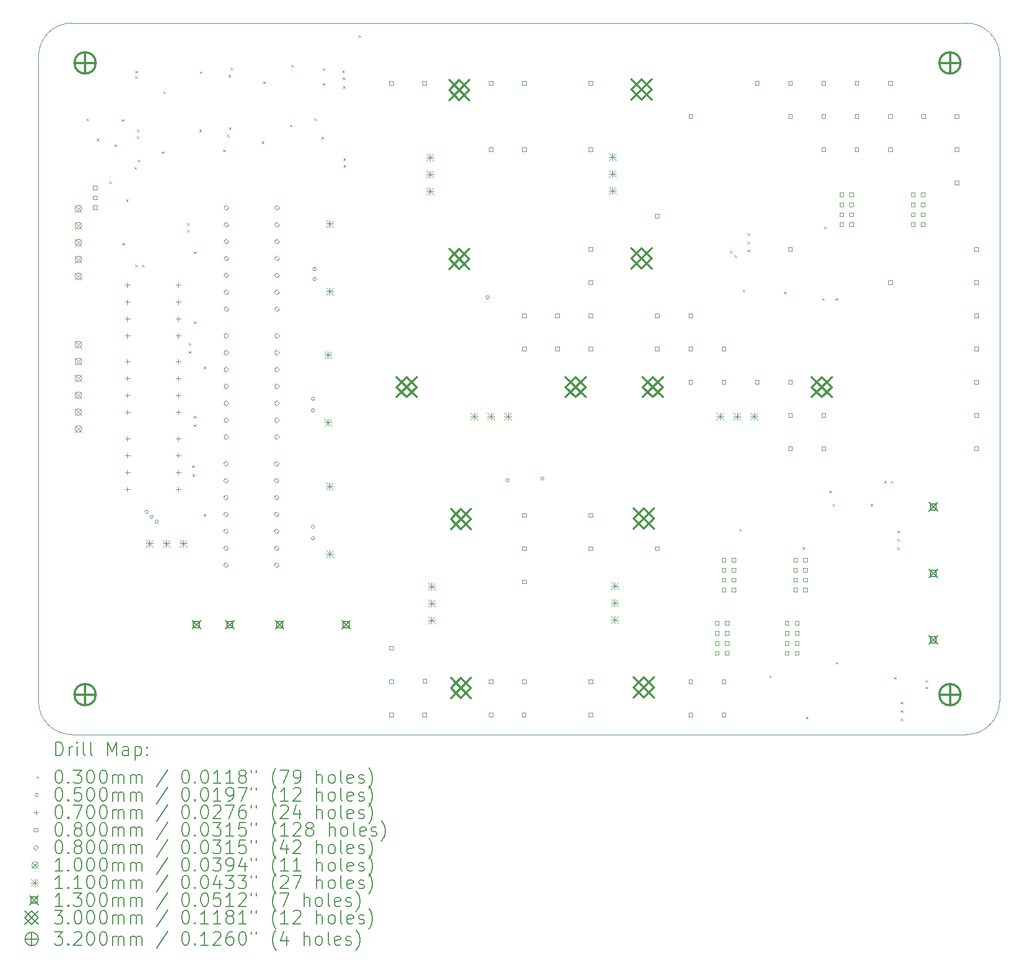
<source format=gbr>
%TF.GenerationSoftware,KiCad,Pcbnew,8.0.8*%
%TF.CreationDate,2025-03-02T04:32:36-08:00*%
%TF.ProjectId,motor_driver,6d6f746f-725f-4647-9269-7665722e6b69,rev?*%
%TF.SameCoordinates,Original*%
%TF.FileFunction,Drillmap*%
%TF.FilePolarity,Positive*%
%FSLAX45Y45*%
G04 Gerber Fmt 4.5, Leading zero omitted, Abs format (unit mm)*
G04 Created by KiCad (PCBNEW 8.0.8) date 2025-03-02 04:32:36*
%MOMM*%
%LPD*%
G01*
G04 APERTURE LIST*
%ADD10C,0.050000*%
%ADD11C,0.200000*%
%ADD12C,0.100000*%
%ADD13C,0.110000*%
%ADD14C,0.130000*%
%ADD15C,0.300000*%
%ADD16C,0.320000*%
G04 APERTURE END LIST*
D10*
X7700000Y-14800000D02*
X21146447Y-14800000D01*
X7200000Y-4600000D02*
X7200000Y-14300000D01*
X21146447Y-4100000D02*
X7700000Y-4100000D01*
X21646447Y-14300000D02*
X21646447Y-4600000D01*
X21146447Y-4100000D02*
G75*
G02*
X21646447Y-4600000I0J-500000D01*
G01*
X21646447Y-14300000D02*
G75*
G02*
X21146447Y-14800000I-500000J0D01*
G01*
X7700000Y-14800000D02*
G75*
G02*
X7200000Y-14300000I0J500000D01*
G01*
X7200000Y-4600000D02*
G75*
G02*
X7700000Y-4100000I500000J0D01*
G01*
D11*
D12*
X7923750Y-5536250D02*
X7953750Y-5566250D01*
X7953750Y-5536250D02*
X7923750Y-5566250D01*
X8073750Y-5836250D02*
X8103750Y-5866250D01*
X8103750Y-5836250D02*
X8073750Y-5866250D01*
X8265000Y-6480000D02*
X8295000Y-6510000D01*
X8295000Y-6480000D02*
X8265000Y-6510000D01*
X8343750Y-5926250D02*
X8373750Y-5956250D01*
X8373750Y-5926250D02*
X8343750Y-5956250D01*
X8453750Y-5546250D02*
X8483750Y-5576250D01*
X8483750Y-5546250D02*
X8453750Y-5576250D01*
X8460000Y-7410000D02*
X8490000Y-7440000D01*
X8490000Y-7410000D02*
X8460000Y-7440000D01*
X8515000Y-6755000D02*
X8545000Y-6785000D01*
X8545000Y-6755000D02*
X8515000Y-6785000D01*
X8643750Y-6266250D02*
X8673750Y-6296250D01*
X8673750Y-6266250D02*
X8643750Y-6296250D01*
X8655000Y-4820000D02*
X8685000Y-4850000D01*
X8685000Y-4820000D02*
X8655000Y-4850000D01*
X8655000Y-4900000D02*
X8685000Y-4930000D01*
X8685000Y-4900000D02*
X8655000Y-4930000D01*
X8655000Y-7735000D02*
X8685000Y-7765000D01*
X8685000Y-7735000D02*
X8655000Y-7765000D01*
X8680000Y-5705000D02*
X8710000Y-5735000D01*
X8710000Y-5705000D02*
X8680000Y-5735000D01*
X8680000Y-5805000D02*
X8710000Y-5835000D01*
X8710000Y-5805000D02*
X8680000Y-5835000D01*
X8693750Y-6156250D02*
X8723750Y-6186250D01*
X8723750Y-6156250D02*
X8693750Y-6186250D01*
X8755000Y-7735000D02*
X8785000Y-7765000D01*
X8785000Y-7735000D02*
X8755000Y-7765000D01*
X9055000Y-6030000D02*
X9085000Y-6060000D01*
X9085000Y-6030000D02*
X9055000Y-6060000D01*
X9075000Y-5130000D02*
X9105000Y-5160000D01*
X9105000Y-5130000D02*
X9075000Y-5160000D01*
X9435000Y-7110000D02*
X9465000Y-7140000D01*
X9465000Y-7110000D02*
X9435000Y-7140000D01*
X9435000Y-7210000D02*
X9465000Y-7240000D01*
X9465000Y-7210000D02*
X9435000Y-7240000D01*
X9460000Y-8910000D02*
X9490000Y-8940000D01*
X9490000Y-8910000D02*
X9460000Y-8940000D01*
X9460000Y-9035000D02*
X9490000Y-9065000D01*
X9490000Y-9035000D02*
X9460000Y-9065000D01*
X9510000Y-10752500D02*
X9540000Y-10782500D01*
X9540000Y-10752500D02*
X9510000Y-10782500D01*
X9515000Y-10885000D02*
X9545000Y-10915000D01*
X9545000Y-10885000D02*
X9515000Y-10915000D01*
X9535000Y-7535000D02*
X9565000Y-7565000D01*
X9565000Y-7535000D02*
X9535000Y-7565000D01*
X9535000Y-8585000D02*
X9565000Y-8615000D01*
X9565000Y-8585000D02*
X9535000Y-8615000D01*
X9535000Y-10010000D02*
X9565000Y-10040000D01*
X9565000Y-10010000D02*
X9535000Y-10040000D01*
X9535000Y-10135000D02*
X9565000Y-10165000D01*
X9565000Y-10135000D02*
X9535000Y-10165000D01*
X9615000Y-5705000D02*
X9645000Y-5735000D01*
X9645000Y-5705000D02*
X9615000Y-5735000D01*
X9625000Y-4825000D02*
X9655000Y-4855000D01*
X9655000Y-4825000D02*
X9625000Y-4855000D01*
X9682073Y-9268413D02*
X9712073Y-9298413D01*
X9712073Y-9268413D02*
X9682073Y-9298413D01*
X9685000Y-11485000D02*
X9715000Y-11515000D01*
X9715000Y-11485000D02*
X9685000Y-11515000D01*
X9975000Y-6005000D02*
X10005000Y-6035000D01*
X10005000Y-6005000D02*
X9975000Y-6035000D01*
X10035000Y-5781250D02*
X10065000Y-5811250D01*
X10065000Y-5781250D02*
X10035000Y-5811250D01*
X10055000Y-4881250D02*
X10085000Y-4911250D01*
X10085000Y-4881250D02*
X10055000Y-4911250D01*
X10066250Y-5671250D02*
X10096250Y-5701250D01*
X10096250Y-5671250D02*
X10066250Y-5701250D01*
X10086250Y-4771250D02*
X10116250Y-4801250D01*
X10116250Y-4771250D02*
X10086250Y-4801250D01*
X10555000Y-5880000D02*
X10585000Y-5910000D01*
X10585000Y-5880000D02*
X10555000Y-5910000D01*
X10575000Y-4980000D02*
X10605000Y-5010000D01*
X10605000Y-4980000D02*
X10575000Y-5010000D01*
X10980000Y-5630000D02*
X11010000Y-5660000D01*
X11010000Y-5630000D02*
X10980000Y-5660000D01*
X11000000Y-4730000D02*
X11030000Y-4760000D01*
X11030000Y-4730000D02*
X11000000Y-4760000D01*
X11345000Y-5535000D02*
X11375000Y-5565000D01*
X11375000Y-5535000D02*
X11345000Y-5565000D01*
X11455000Y-5815000D02*
X11485000Y-5845000D01*
X11485000Y-5815000D02*
X11455000Y-5845000D01*
X11475000Y-4780000D02*
X11505000Y-4810000D01*
X11505000Y-4780000D02*
X11475000Y-4810000D01*
X11475000Y-5005000D02*
X11505000Y-5035000D01*
X11505000Y-5005000D02*
X11475000Y-5035000D01*
X11765000Y-4815000D02*
X11795000Y-4845000D01*
X11795000Y-4815000D02*
X11765000Y-4845000D01*
X11770000Y-4920000D02*
X11800000Y-4950000D01*
X11800000Y-4920000D02*
X11770000Y-4950000D01*
X11773750Y-5051250D02*
X11803750Y-5081250D01*
X11803750Y-5051250D02*
X11773750Y-5081250D01*
X11785000Y-6135000D02*
X11815000Y-6165000D01*
X11815000Y-6135000D02*
X11785000Y-6165000D01*
X11785000Y-6235000D02*
X11815000Y-6265000D01*
X11815000Y-6235000D02*
X11785000Y-6265000D01*
X12010000Y-4285000D02*
X12040000Y-4315000D01*
X12040000Y-4285000D02*
X12010000Y-4315000D01*
X17597500Y-7522500D02*
X17627500Y-7552500D01*
X17627500Y-7522500D02*
X17597500Y-7552500D01*
X17665000Y-7590000D02*
X17695000Y-7620000D01*
X17695000Y-7590000D02*
X17665000Y-7620000D01*
X17735000Y-11710000D02*
X17765000Y-11740000D01*
X17765000Y-11710000D02*
X17735000Y-11740000D01*
X17785000Y-8110000D02*
X17815000Y-8140000D01*
X17815000Y-8110000D02*
X17785000Y-8140000D01*
X17859811Y-7386301D02*
X17889811Y-7416301D01*
X17889811Y-7386301D02*
X17859811Y-7416301D01*
X17860000Y-7260000D02*
X17890000Y-7290000D01*
X17890000Y-7260000D02*
X17860000Y-7290000D01*
X17860000Y-7510000D02*
X17890000Y-7540000D01*
X17890000Y-7510000D02*
X17860000Y-7540000D01*
X18185000Y-13910000D02*
X18215000Y-13940000D01*
X18215000Y-13910000D02*
X18185000Y-13940000D01*
X18405000Y-8140000D02*
X18435000Y-8170000D01*
X18435000Y-8140000D02*
X18405000Y-8170000D01*
X18685000Y-11985000D02*
X18715000Y-12015000D01*
X18715000Y-11985000D02*
X18685000Y-12015000D01*
X18735000Y-14535000D02*
X18765000Y-14565000D01*
X18765000Y-14535000D02*
X18735000Y-14565000D01*
X18980000Y-8240000D02*
X19010000Y-8270000D01*
X19010000Y-8240000D02*
X18980000Y-8270000D01*
X19010000Y-7160000D02*
X19040000Y-7190000D01*
X19040000Y-7160000D02*
X19010000Y-7190000D01*
X19085000Y-11135000D02*
X19115000Y-11165000D01*
X19115000Y-11135000D02*
X19085000Y-11165000D01*
X19135000Y-11335000D02*
X19165000Y-11365000D01*
X19165000Y-11335000D02*
X19135000Y-11365000D01*
X19180000Y-8240000D02*
X19210000Y-8270000D01*
X19210000Y-8240000D02*
X19180000Y-8270000D01*
X19185000Y-13710000D02*
X19215000Y-13740000D01*
X19215000Y-13710000D02*
X19185000Y-13740000D01*
X19710000Y-11335000D02*
X19740000Y-11365000D01*
X19740000Y-11335000D02*
X19710000Y-11365000D01*
X19910000Y-10985000D02*
X19940000Y-11015000D01*
X19940000Y-10985000D02*
X19910000Y-11015000D01*
X20010000Y-10985000D02*
X20040000Y-11015000D01*
X20040000Y-10985000D02*
X20010000Y-11015000D01*
X20060000Y-13935000D02*
X20090000Y-13965000D01*
X20090000Y-13935000D02*
X20060000Y-13965000D01*
X20110000Y-11735000D02*
X20140000Y-11765000D01*
X20140000Y-11735000D02*
X20110000Y-11765000D01*
X20110000Y-11860000D02*
X20140000Y-11890000D01*
X20140000Y-11860000D02*
X20110000Y-11890000D01*
X20110000Y-11985000D02*
X20140000Y-12015000D01*
X20140000Y-11985000D02*
X20110000Y-12015000D01*
X20159209Y-14559509D02*
X20189209Y-14589509D01*
X20189209Y-14559509D02*
X20159209Y-14589509D01*
X20160000Y-14310000D02*
X20190000Y-14340000D01*
X20190000Y-14310000D02*
X20160000Y-14340000D01*
X20160000Y-14435000D02*
X20190000Y-14465000D01*
X20190000Y-14435000D02*
X20160000Y-14465000D01*
X20535000Y-13985000D02*
X20565000Y-14015000D01*
X20565000Y-13985000D02*
X20535000Y-14015000D01*
X20535000Y-14080000D02*
X20565000Y-14110000D01*
X20565000Y-14080000D02*
X20535000Y-14110000D01*
X8850000Y-11450000D02*
G75*
G02*
X8800000Y-11450000I-25000J0D01*
G01*
X8800000Y-11450000D02*
G75*
G02*
X8850000Y-11450000I25000J0D01*
G01*
X8925000Y-11525000D02*
G75*
G02*
X8875000Y-11525000I-25000J0D01*
G01*
X8875000Y-11525000D02*
G75*
G02*
X8925000Y-11525000I25000J0D01*
G01*
X9000000Y-11600000D02*
G75*
G02*
X8950000Y-11600000I-25000J0D01*
G01*
X8950000Y-11600000D02*
G75*
G02*
X9000000Y-11600000I25000J0D01*
G01*
X11350000Y-9750000D02*
G75*
G02*
X11300000Y-9750000I-25000J0D01*
G01*
X11300000Y-9750000D02*
G75*
G02*
X11350000Y-9750000I25000J0D01*
G01*
X11350000Y-9925000D02*
G75*
G02*
X11300000Y-9925000I-25000J0D01*
G01*
X11300000Y-9925000D02*
G75*
G02*
X11350000Y-9925000I25000J0D01*
G01*
X11350000Y-11675000D02*
G75*
G02*
X11300000Y-11675000I-25000J0D01*
G01*
X11300000Y-11675000D02*
G75*
G02*
X11350000Y-11675000I25000J0D01*
G01*
X11350000Y-11850000D02*
G75*
G02*
X11300000Y-11850000I-25000J0D01*
G01*
X11300000Y-11850000D02*
G75*
G02*
X11350000Y-11850000I25000J0D01*
G01*
X11375000Y-7800000D02*
G75*
G02*
X11325000Y-7800000I-25000J0D01*
G01*
X11325000Y-7800000D02*
G75*
G02*
X11375000Y-7800000I25000J0D01*
G01*
X11375000Y-7950000D02*
G75*
G02*
X11325000Y-7950000I-25000J0D01*
G01*
X11325000Y-7950000D02*
G75*
G02*
X11375000Y-7950000I25000J0D01*
G01*
X13975000Y-8225000D02*
G75*
G02*
X13925000Y-8225000I-25000J0D01*
G01*
X13925000Y-8225000D02*
G75*
G02*
X13975000Y-8225000I25000J0D01*
G01*
X14275000Y-10975000D02*
G75*
G02*
X14225000Y-10975000I-25000J0D01*
G01*
X14225000Y-10975000D02*
G75*
G02*
X14275000Y-10975000I25000J0D01*
G01*
X14800000Y-10950000D02*
G75*
G02*
X14750000Y-10950000I-25000J0D01*
G01*
X14750000Y-10950000D02*
G75*
G02*
X14800000Y-10950000I25000J0D01*
G01*
X8538000Y-8007000D02*
X8538000Y-8077000D01*
X8503000Y-8042000D02*
X8573000Y-8042000D01*
X8538000Y-8261000D02*
X8538000Y-8331000D01*
X8503000Y-8296000D02*
X8573000Y-8296000D01*
X8538000Y-8515000D02*
X8538000Y-8585000D01*
X8503000Y-8550000D02*
X8573000Y-8550000D01*
X8538000Y-8769000D02*
X8538000Y-8839000D01*
X8503000Y-8804000D02*
X8573000Y-8804000D01*
X8538000Y-9153000D02*
X8538000Y-9223000D01*
X8503000Y-9188000D02*
X8573000Y-9188000D01*
X8538000Y-9407000D02*
X8538000Y-9477000D01*
X8503000Y-9442000D02*
X8573000Y-9442000D01*
X8538000Y-9661000D02*
X8538000Y-9731000D01*
X8503000Y-9696000D02*
X8573000Y-9696000D01*
X8538000Y-9915000D02*
X8538000Y-9985000D01*
X8503000Y-9950000D02*
X8573000Y-9950000D01*
X8538000Y-10315000D02*
X8538000Y-10385000D01*
X8503000Y-10350000D02*
X8573000Y-10350000D01*
X8538000Y-10569000D02*
X8538000Y-10639000D01*
X8503000Y-10604000D02*
X8573000Y-10604000D01*
X8538000Y-10823000D02*
X8538000Y-10893000D01*
X8503000Y-10858000D02*
X8573000Y-10858000D01*
X8538000Y-11077000D02*
X8538000Y-11147000D01*
X8503000Y-11112000D02*
X8573000Y-11112000D01*
X9300000Y-8007000D02*
X9300000Y-8077000D01*
X9265000Y-8042000D02*
X9335000Y-8042000D01*
X9300000Y-8261000D02*
X9300000Y-8331000D01*
X9265000Y-8296000D02*
X9335000Y-8296000D01*
X9300000Y-8515000D02*
X9300000Y-8585000D01*
X9265000Y-8550000D02*
X9335000Y-8550000D01*
X9300000Y-8769000D02*
X9300000Y-8839000D01*
X9265000Y-8804000D02*
X9335000Y-8804000D01*
X9300000Y-9153000D02*
X9300000Y-9223000D01*
X9265000Y-9188000D02*
X9335000Y-9188000D01*
X9300000Y-9407000D02*
X9300000Y-9477000D01*
X9265000Y-9442000D02*
X9335000Y-9442000D01*
X9300000Y-9661000D02*
X9300000Y-9731000D01*
X9265000Y-9696000D02*
X9335000Y-9696000D01*
X9300000Y-9915000D02*
X9300000Y-9985000D01*
X9265000Y-9950000D02*
X9335000Y-9950000D01*
X9300000Y-10315000D02*
X9300000Y-10385000D01*
X9265000Y-10350000D02*
X9335000Y-10350000D01*
X9300000Y-10569000D02*
X9300000Y-10639000D01*
X9265000Y-10604000D02*
X9335000Y-10604000D01*
X9300000Y-10823000D02*
X9300000Y-10893000D01*
X9265000Y-10858000D02*
X9335000Y-10858000D01*
X9300000Y-11077000D02*
X9300000Y-11147000D01*
X9265000Y-11112000D02*
X9335000Y-11112000D01*
X8078284Y-6603284D02*
X8078284Y-6546715D01*
X8021715Y-6546715D01*
X8021715Y-6603284D01*
X8078284Y-6603284D01*
X8078284Y-6753284D02*
X8078284Y-6696715D01*
X8021715Y-6696715D01*
X8021715Y-6753284D01*
X8078284Y-6753284D01*
X8078284Y-6903284D02*
X8078284Y-6846715D01*
X8021715Y-6846715D01*
X8021715Y-6903284D01*
X8078284Y-6903284D01*
X12528284Y-5028285D02*
X12528284Y-4971716D01*
X12471715Y-4971716D01*
X12471715Y-5028285D01*
X12528284Y-5028285D01*
X12528284Y-13528284D02*
X12528284Y-13471715D01*
X12471715Y-13471715D01*
X12471715Y-13528284D01*
X12528284Y-13528284D01*
X12528284Y-14028284D02*
X12528284Y-13971715D01*
X12471715Y-13971715D01*
X12471715Y-14028284D01*
X12528284Y-14028284D01*
X12528284Y-14528284D02*
X12528284Y-14471715D01*
X12471715Y-14471715D01*
X12471715Y-14528284D01*
X12528284Y-14528284D01*
X13028284Y-5028285D02*
X13028284Y-4971716D01*
X12971715Y-4971716D01*
X12971715Y-5028285D01*
X13028284Y-5028285D01*
X13028284Y-14528284D02*
X13028284Y-14471715D01*
X12971715Y-14471715D01*
X12971715Y-14528284D01*
X13028284Y-14528284D01*
X13033862Y-14022707D02*
X13033862Y-13966138D01*
X12977293Y-13966138D01*
X12977293Y-14022707D01*
X13033862Y-14022707D01*
X14028284Y-5028285D02*
X14028284Y-4971716D01*
X13971715Y-4971716D01*
X13971715Y-5028285D01*
X14028284Y-5028285D01*
X14028284Y-6028284D02*
X14028284Y-5971715D01*
X13971715Y-5971715D01*
X13971715Y-6028284D01*
X14028284Y-6028284D01*
X14028284Y-14028284D02*
X14028284Y-13971715D01*
X13971715Y-13971715D01*
X13971715Y-14028284D01*
X14028284Y-14028284D01*
X14028284Y-14528284D02*
X14028284Y-14471715D01*
X13971715Y-14471715D01*
X13971715Y-14528284D01*
X14028284Y-14528284D01*
X14523024Y-14528284D02*
X14523024Y-14471715D01*
X14466455Y-14471715D01*
X14466455Y-14528284D01*
X14523024Y-14528284D01*
X14527968Y-9026636D02*
X14527968Y-8970067D01*
X14471399Y-8970067D01*
X14471399Y-9026636D01*
X14527968Y-9026636D01*
X14528284Y-5028285D02*
X14528284Y-4971716D01*
X14471715Y-4971716D01*
X14471715Y-5028285D01*
X14528284Y-5028285D01*
X14528284Y-6028284D02*
X14528284Y-5971715D01*
X14471715Y-5971715D01*
X14471715Y-6028284D01*
X14528284Y-6028284D01*
X14528284Y-8528285D02*
X14528284Y-8471716D01*
X14471715Y-8471716D01*
X14471715Y-8528285D01*
X14528284Y-8528285D01*
X14528284Y-11528284D02*
X14528284Y-11471715D01*
X14471715Y-11471715D01*
X14471715Y-11528284D01*
X14528284Y-11528284D01*
X14528284Y-12028284D02*
X14528284Y-11971715D01*
X14471715Y-11971715D01*
X14471715Y-12028284D01*
X14528284Y-12028284D01*
X14528284Y-12528284D02*
X14528284Y-12471715D01*
X14471715Y-12471715D01*
X14471715Y-12528284D01*
X14528284Y-12528284D01*
X14528284Y-14028284D02*
X14528284Y-13971715D01*
X14471715Y-13971715D01*
X14471715Y-14028284D01*
X14528284Y-14028284D01*
X15028284Y-8528285D02*
X15028284Y-8471716D01*
X14971715Y-8471716D01*
X14971715Y-8528285D01*
X15028284Y-8528285D01*
X15028284Y-9028285D02*
X15028284Y-8971716D01*
X14971715Y-8971716D01*
X14971715Y-9028285D01*
X15028284Y-9028285D01*
X15528284Y-5028285D02*
X15528284Y-4971716D01*
X15471715Y-4971716D01*
X15471715Y-5028285D01*
X15528284Y-5028285D01*
X15528284Y-6028284D02*
X15528284Y-5971715D01*
X15471715Y-5971715D01*
X15471715Y-6028284D01*
X15528284Y-6028284D01*
X15528284Y-7528284D02*
X15528284Y-7471715D01*
X15471715Y-7471715D01*
X15471715Y-7528284D01*
X15528284Y-7528284D01*
X15528284Y-8028284D02*
X15528284Y-7971715D01*
X15471715Y-7971715D01*
X15471715Y-8028284D01*
X15528284Y-8028284D01*
X15528284Y-8528285D02*
X15528284Y-8471716D01*
X15471715Y-8471716D01*
X15471715Y-8528285D01*
X15528284Y-8528285D01*
X15528284Y-9028285D02*
X15528284Y-8971716D01*
X15471715Y-8971716D01*
X15471715Y-9028285D01*
X15528284Y-9028285D01*
X15528284Y-11528284D02*
X15528284Y-11471715D01*
X15471715Y-11471715D01*
X15471715Y-11528284D01*
X15528284Y-11528284D01*
X15528284Y-12028284D02*
X15528284Y-11971715D01*
X15471715Y-11971715D01*
X15471715Y-12028284D01*
X15528284Y-12028284D01*
X15528284Y-14028284D02*
X15528284Y-13971715D01*
X15471715Y-13971715D01*
X15471715Y-14028284D01*
X15528284Y-14028284D01*
X15528284Y-14528284D02*
X15528284Y-14471715D01*
X15471715Y-14471715D01*
X15471715Y-14528284D01*
X15528284Y-14528284D01*
X16528284Y-7028284D02*
X16528284Y-6971715D01*
X16471715Y-6971715D01*
X16471715Y-7028284D01*
X16528284Y-7028284D01*
X16528284Y-8528285D02*
X16528284Y-8471716D01*
X16471715Y-8471716D01*
X16471715Y-8528285D01*
X16528284Y-8528285D01*
X16528284Y-9028285D02*
X16528284Y-8971716D01*
X16471715Y-8971716D01*
X16471715Y-9028285D01*
X16528284Y-9028285D01*
X16528284Y-12028284D02*
X16528284Y-11971715D01*
X16471715Y-11971715D01*
X16471715Y-12028284D01*
X16528284Y-12028284D01*
X17028285Y-5528285D02*
X17028285Y-5471716D01*
X16971716Y-5471716D01*
X16971716Y-5528285D01*
X17028285Y-5528285D01*
X17028285Y-8528285D02*
X17028285Y-8471716D01*
X16971716Y-8471716D01*
X16971716Y-8528285D01*
X17028285Y-8528285D01*
X17028285Y-9028285D02*
X17028285Y-8971716D01*
X16971716Y-8971716D01*
X16971716Y-9028285D01*
X17028285Y-9028285D01*
X17028285Y-9528285D02*
X17028285Y-9471716D01*
X16971716Y-9471716D01*
X16971716Y-9528285D01*
X17028285Y-9528285D01*
X17028285Y-14028284D02*
X17028285Y-13971715D01*
X16971716Y-13971715D01*
X16971716Y-14028284D01*
X17028285Y-14028284D01*
X17028285Y-14528284D02*
X17028285Y-14471715D01*
X16971716Y-14471715D01*
X16971716Y-14528284D01*
X17028285Y-14528284D01*
X17428285Y-13153284D02*
X17428285Y-13096715D01*
X17371716Y-13096715D01*
X17371716Y-13153284D01*
X17428285Y-13153284D01*
X17428285Y-13303284D02*
X17428285Y-13246715D01*
X17371716Y-13246715D01*
X17371716Y-13303284D01*
X17428285Y-13303284D01*
X17428285Y-13453284D02*
X17428285Y-13396715D01*
X17371716Y-13396715D01*
X17371716Y-13453284D01*
X17428285Y-13453284D01*
X17428285Y-13603284D02*
X17428285Y-13546715D01*
X17371716Y-13546715D01*
X17371716Y-13603284D01*
X17428285Y-13603284D01*
X17528285Y-9028285D02*
X17528285Y-8971716D01*
X17471716Y-8971716D01*
X17471716Y-9028285D01*
X17528285Y-9028285D01*
X17528285Y-9528285D02*
X17528285Y-9471716D01*
X17471716Y-9471716D01*
X17471716Y-9528285D01*
X17528285Y-9528285D01*
X17528285Y-12203284D02*
X17528285Y-12146715D01*
X17471716Y-12146715D01*
X17471716Y-12203284D01*
X17528285Y-12203284D01*
X17528285Y-12353284D02*
X17528285Y-12296715D01*
X17471716Y-12296715D01*
X17471716Y-12353284D01*
X17528285Y-12353284D01*
X17528285Y-12503284D02*
X17528285Y-12446715D01*
X17471716Y-12446715D01*
X17471716Y-12503284D01*
X17528285Y-12503284D01*
X17528285Y-12653284D02*
X17528285Y-12596715D01*
X17471716Y-12596715D01*
X17471716Y-12653284D01*
X17528285Y-12653284D01*
X17528285Y-14028284D02*
X17528285Y-13971715D01*
X17471716Y-13971715D01*
X17471716Y-14028284D01*
X17528285Y-14028284D01*
X17528285Y-14528284D02*
X17528285Y-14471715D01*
X17471716Y-14471715D01*
X17471716Y-14528284D01*
X17528285Y-14528284D01*
X17578285Y-13153284D02*
X17578285Y-13096715D01*
X17521716Y-13096715D01*
X17521716Y-13153284D01*
X17578285Y-13153284D01*
X17578285Y-13303284D02*
X17578285Y-13246715D01*
X17521716Y-13246715D01*
X17521716Y-13303284D01*
X17578285Y-13303284D01*
X17578285Y-13453284D02*
X17578285Y-13396715D01*
X17521716Y-13396715D01*
X17521716Y-13453284D01*
X17578285Y-13453284D01*
X17578285Y-13603284D02*
X17578285Y-13546715D01*
X17521716Y-13546715D01*
X17521716Y-13603284D01*
X17578285Y-13603284D01*
X17678285Y-12203284D02*
X17678285Y-12146715D01*
X17621716Y-12146715D01*
X17621716Y-12203284D01*
X17678285Y-12203284D01*
X17678285Y-12353284D02*
X17678285Y-12296715D01*
X17621716Y-12296715D01*
X17621716Y-12353284D01*
X17678285Y-12353284D01*
X17678285Y-12503284D02*
X17678285Y-12446715D01*
X17621716Y-12446715D01*
X17621716Y-12503284D01*
X17678285Y-12503284D01*
X17678285Y-12653284D02*
X17678285Y-12596715D01*
X17621716Y-12596715D01*
X17621716Y-12653284D01*
X17678285Y-12653284D01*
X18028285Y-5028285D02*
X18028285Y-4971716D01*
X17971716Y-4971716D01*
X17971716Y-5028285D01*
X18028285Y-5028285D01*
X18028285Y-9528285D02*
X18028285Y-9471716D01*
X17971716Y-9471716D01*
X17971716Y-9528285D01*
X18028285Y-9528285D01*
X18478285Y-13153284D02*
X18478285Y-13096715D01*
X18421716Y-13096715D01*
X18421716Y-13153284D01*
X18478285Y-13153284D01*
X18478285Y-13303284D02*
X18478285Y-13246715D01*
X18421716Y-13246715D01*
X18421716Y-13303284D01*
X18478285Y-13303284D01*
X18478285Y-13453284D02*
X18478285Y-13396715D01*
X18421716Y-13396715D01*
X18421716Y-13453284D01*
X18478285Y-13453284D01*
X18478285Y-13603284D02*
X18478285Y-13546715D01*
X18421716Y-13546715D01*
X18421716Y-13603284D01*
X18478285Y-13603284D01*
X18528285Y-5028285D02*
X18528285Y-4971716D01*
X18471716Y-4971716D01*
X18471716Y-5028285D01*
X18528285Y-5028285D01*
X18528285Y-5528285D02*
X18528285Y-5471716D01*
X18471716Y-5471716D01*
X18471716Y-5528285D01*
X18528285Y-5528285D01*
X18528285Y-7528284D02*
X18528285Y-7471715D01*
X18471716Y-7471715D01*
X18471716Y-7528284D01*
X18528285Y-7528284D01*
X18528285Y-9528285D02*
X18528285Y-9471716D01*
X18471716Y-9471716D01*
X18471716Y-9528285D01*
X18528285Y-9528285D01*
X18528285Y-10028285D02*
X18528285Y-9971716D01*
X18471716Y-9971716D01*
X18471716Y-10028285D01*
X18528285Y-10028285D01*
X18528285Y-10528285D02*
X18528285Y-10471716D01*
X18471716Y-10471716D01*
X18471716Y-10528285D01*
X18528285Y-10528285D01*
X18603285Y-12203284D02*
X18603285Y-12146715D01*
X18546716Y-12146715D01*
X18546716Y-12203284D01*
X18603285Y-12203284D01*
X18603285Y-12353284D02*
X18603285Y-12296715D01*
X18546716Y-12296715D01*
X18546716Y-12353284D01*
X18603285Y-12353284D01*
X18603285Y-12503284D02*
X18603285Y-12446715D01*
X18546716Y-12446715D01*
X18546716Y-12503284D01*
X18603285Y-12503284D01*
X18603285Y-12653284D02*
X18603285Y-12596715D01*
X18546716Y-12596715D01*
X18546716Y-12653284D01*
X18603285Y-12653284D01*
X18628285Y-13153284D02*
X18628285Y-13096715D01*
X18571716Y-13096715D01*
X18571716Y-13153284D01*
X18628285Y-13153284D01*
X18628285Y-13303284D02*
X18628285Y-13246715D01*
X18571716Y-13246715D01*
X18571716Y-13303284D01*
X18628285Y-13303284D01*
X18628285Y-13453284D02*
X18628285Y-13396715D01*
X18571716Y-13396715D01*
X18571716Y-13453284D01*
X18628285Y-13453284D01*
X18628285Y-13603284D02*
X18628285Y-13546715D01*
X18571716Y-13546715D01*
X18571716Y-13603284D01*
X18628285Y-13603284D01*
X18753285Y-12203284D02*
X18753285Y-12146715D01*
X18696716Y-12146715D01*
X18696716Y-12203284D01*
X18753285Y-12203284D01*
X18753285Y-12353284D02*
X18753285Y-12296715D01*
X18696716Y-12296715D01*
X18696716Y-12353284D01*
X18753285Y-12353284D01*
X18753285Y-12503284D02*
X18753285Y-12446715D01*
X18696716Y-12446715D01*
X18696716Y-12503284D01*
X18753285Y-12503284D01*
X18753285Y-12653284D02*
X18753285Y-12596715D01*
X18696716Y-12596715D01*
X18696716Y-12653284D01*
X18753285Y-12653284D01*
X19028285Y-5028285D02*
X19028285Y-4971716D01*
X18971716Y-4971716D01*
X18971716Y-5028285D01*
X19028285Y-5028285D01*
X19028285Y-5528285D02*
X19028285Y-5471716D01*
X18971716Y-5471716D01*
X18971716Y-5528285D01*
X19028285Y-5528285D01*
X19028285Y-6028284D02*
X19028285Y-5971715D01*
X18971716Y-5971715D01*
X18971716Y-6028284D01*
X19028285Y-6028284D01*
X19028285Y-10028285D02*
X19028285Y-9971716D01*
X18971716Y-9971716D01*
X18971716Y-10028285D01*
X19028285Y-10028285D01*
X19028285Y-10528285D02*
X19028285Y-10471716D01*
X18971716Y-10471716D01*
X18971716Y-10528285D01*
X19028285Y-10528285D01*
X19298285Y-6708284D02*
X19298285Y-6651715D01*
X19241716Y-6651715D01*
X19241716Y-6708284D01*
X19298285Y-6708284D01*
X19298285Y-6858284D02*
X19298285Y-6801715D01*
X19241716Y-6801715D01*
X19241716Y-6858284D01*
X19298285Y-6858284D01*
X19298285Y-7008284D02*
X19298285Y-6951715D01*
X19241716Y-6951715D01*
X19241716Y-7008284D01*
X19298285Y-7008284D01*
X19298285Y-7158284D02*
X19298285Y-7101715D01*
X19241716Y-7101715D01*
X19241716Y-7158284D01*
X19298285Y-7158284D01*
X19448285Y-6708284D02*
X19448285Y-6651715D01*
X19391716Y-6651715D01*
X19391716Y-6708284D01*
X19448285Y-6708284D01*
X19448285Y-6858284D02*
X19448285Y-6801715D01*
X19391716Y-6801715D01*
X19391716Y-6858284D01*
X19448285Y-6858284D01*
X19448285Y-7008284D02*
X19448285Y-6951715D01*
X19391716Y-6951715D01*
X19391716Y-7008284D01*
X19448285Y-7008284D01*
X19448285Y-7158284D02*
X19448285Y-7101715D01*
X19391716Y-7101715D01*
X19391716Y-7158284D01*
X19448285Y-7158284D01*
X19528285Y-5028285D02*
X19528285Y-4971716D01*
X19471716Y-4971716D01*
X19471716Y-5028285D01*
X19528285Y-5028285D01*
X19528285Y-5528285D02*
X19528285Y-5471716D01*
X19471716Y-5471716D01*
X19471716Y-5528285D01*
X19528285Y-5528285D01*
X19528285Y-6028284D02*
X19528285Y-5971715D01*
X19471716Y-5971715D01*
X19471716Y-6028284D01*
X19528285Y-6028284D01*
X20028285Y-5028285D02*
X20028285Y-4971716D01*
X19971716Y-4971716D01*
X19971716Y-5028285D01*
X20028285Y-5028285D01*
X20028285Y-5528285D02*
X20028285Y-5471716D01*
X19971716Y-5471716D01*
X19971716Y-5528285D01*
X20028285Y-5528285D01*
X20028285Y-6028284D02*
X20028285Y-5971715D01*
X19971716Y-5971715D01*
X19971716Y-6028284D01*
X20028285Y-6028284D01*
X20028285Y-8028284D02*
X20028285Y-7971715D01*
X19971716Y-7971715D01*
X19971716Y-8028284D01*
X20028285Y-8028284D01*
X20373285Y-6708284D02*
X20373285Y-6651715D01*
X20316716Y-6651715D01*
X20316716Y-6708284D01*
X20373285Y-6708284D01*
X20373285Y-6858284D02*
X20373285Y-6801715D01*
X20316716Y-6801715D01*
X20316716Y-6858284D01*
X20373285Y-6858284D01*
X20373285Y-7008284D02*
X20373285Y-6951715D01*
X20316716Y-6951715D01*
X20316716Y-7008284D01*
X20373285Y-7008284D01*
X20373285Y-7158284D02*
X20373285Y-7101715D01*
X20316716Y-7101715D01*
X20316716Y-7158284D01*
X20373285Y-7158284D01*
X20523285Y-6708284D02*
X20523285Y-6651715D01*
X20466716Y-6651715D01*
X20466716Y-6708284D01*
X20523285Y-6708284D01*
X20523285Y-6858284D02*
X20523285Y-6801715D01*
X20466716Y-6801715D01*
X20466716Y-6858284D01*
X20523285Y-6858284D01*
X20523285Y-7008284D02*
X20523285Y-6951715D01*
X20466716Y-6951715D01*
X20466716Y-7008284D01*
X20523285Y-7008284D01*
X20523285Y-7158284D02*
X20523285Y-7101715D01*
X20466716Y-7101715D01*
X20466716Y-7158284D01*
X20523285Y-7158284D01*
X20528285Y-5528285D02*
X20528285Y-5471716D01*
X20471716Y-5471716D01*
X20471716Y-5528285D01*
X20528285Y-5528285D01*
X21028285Y-5528285D02*
X21028285Y-5471716D01*
X20971716Y-5471716D01*
X20971716Y-5528285D01*
X21028285Y-5528285D01*
X21028285Y-6028284D02*
X21028285Y-5971715D01*
X20971716Y-5971715D01*
X20971716Y-6028284D01*
X21028285Y-6028284D01*
X21028285Y-6528284D02*
X21028285Y-6471715D01*
X20971716Y-6471715D01*
X20971716Y-6528284D01*
X21028285Y-6528284D01*
X21328285Y-7528284D02*
X21328285Y-7471715D01*
X21271716Y-7471715D01*
X21271716Y-7528284D01*
X21328285Y-7528284D01*
X21328285Y-8028284D02*
X21328285Y-7971715D01*
X21271716Y-7971715D01*
X21271716Y-8028284D01*
X21328285Y-8028284D01*
X21328285Y-8528285D02*
X21328285Y-8471716D01*
X21271716Y-8471716D01*
X21271716Y-8528285D01*
X21328285Y-8528285D01*
X21328285Y-9028285D02*
X21328285Y-8971716D01*
X21271716Y-8971716D01*
X21271716Y-9028285D01*
X21328285Y-9028285D01*
X21328285Y-9528285D02*
X21328285Y-9471716D01*
X21271716Y-9471716D01*
X21271716Y-9528285D01*
X21328285Y-9528285D01*
X21328285Y-10028285D02*
X21328285Y-9971716D01*
X21271716Y-9971716D01*
X21271716Y-10028285D01*
X21328285Y-10028285D01*
X21328285Y-10528285D02*
X21328285Y-10471716D01*
X21271716Y-10471716D01*
X21271716Y-10528285D01*
X21328285Y-10528285D01*
X10013000Y-10766000D02*
X10053000Y-10726000D01*
X10013000Y-10686000D01*
X9973000Y-10726000D01*
X10013000Y-10766000D01*
X10013000Y-11020000D02*
X10053000Y-10980000D01*
X10013000Y-10940000D01*
X9973000Y-10980000D01*
X10013000Y-11020000D01*
X10013000Y-11274000D02*
X10053000Y-11234000D01*
X10013000Y-11194000D01*
X9973000Y-11234000D01*
X10013000Y-11274000D01*
X10013000Y-11528000D02*
X10053000Y-11488000D01*
X10013000Y-11448000D01*
X9973000Y-11488000D01*
X10013000Y-11528000D01*
X10013000Y-11782000D02*
X10053000Y-11742000D01*
X10013000Y-11702000D01*
X9973000Y-11742000D01*
X10013000Y-11782000D01*
X10013000Y-12036000D02*
X10053000Y-11996000D01*
X10013000Y-11956000D01*
X9973000Y-11996000D01*
X10013000Y-12036000D01*
X10013000Y-12290000D02*
X10053000Y-12250000D01*
X10013000Y-12210000D01*
X9973000Y-12250000D01*
X10013000Y-12290000D01*
X10018000Y-6916000D02*
X10058000Y-6876000D01*
X10018000Y-6836000D01*
X9978000Y-6876000D01*
X10018000Y-6916000D01*
X10018000Y-7170000D02*
X10058000Y-7130000D01*
X10018000Y-7090000D01*
X9978000Y-7130000D01*
X10018000Y-7170000D01*
X10018000Y-7424000D02*
X10058000Y-7384000D01*
X10018000Y-7344000D01*
X9978000Y-7384000D01*
X10018000Y-7424000D01*
X10018000Y-7678000D02*
X10058000Y-7638000D01*
X10018000Y-7598000D01*
X9978000Y-7638000D01*
X10018000Y-7678000D01*
X10018000Y-7932000D02*
X10058000Y-7892000D01*
X10018000Y-7852000D01*
X9978000Y-7892000D01*
X10018000Y-7932000D01*
X10018000Y-8186000D02*
X10058000Y-8146000D01*
X10018000Y-8106000D01*
X9978000Y-8146000D01*
X10018000Y-8186000D01*
X10018000Y-8440000D02*
X10058000Y-8400000D01*
X10018000Y-8360000D01*
X9978000Y-8400000D01*
X10018000Y-8440000D01*
X10018000Y-8841000D02*
X10058000Y-8801000D01*
X10018000Y-8761000D01*
X9978000Y-8801000D01*
X10018000Y-8841000D01*
X10018000Y-9095000D02*
X10058000Y-9055000D01*
X10018000Y-9015000D01*
X9978000Y-9055000D01*
X10018000Y-9095000D01*
X10018000Y-9349000D02*
X10058000Y-9309000D01*
X10018000Y-9269000D01*
X9978000Y-9309000D01*
X10018000Y-9349000D01*
X10018000Y-9603000D02*
X10058000Y-9563000D01*
X10018000Y-9523000D01*
X9978000Y-9563000D01*
X10018000Y-9603000D01*
X10018000Y-9857000D02*
X10058000Y-9817000D01*
X10018000Y-9777000D01*
X9978000Y-9817000D01*
X10018000Y-9857000D01*
X10018000Y-10111000D02*
X10058000Y-10071000D01*
X10018000Y-10031000D01*
X9978000Y-10071000D01*
X10018000Y-10111000D01*
X10018000Y-10365000D02*
X10058000Y-10325000D01*
X10018000Y-10285000D01*
X9978000Y-10325000D01*
X10018000Y-10365000D01*
X10775000Y-10766000D02*
X10815000Y-10726000D01*
X10775000Y-10686000D01*
X10735000Y-10726000D01*
X10775000Y-10766000D01*
X10775000Y-11020000D02*
X10815000Y-10980000D01*
X10775000Y-10940000D01*
X10735000Y-10980000D01*
X10775000Y-11020000D01*
X10775000Y-11274000D02*
X10815000Y-11234000D01*
X10775000Y-11194000D01*
X10735000Y-11234000D01*
X10775000Y-11274000D01*
X10775000Y-11528000D02*
X10815000Y-11488000D01*
X10775000Y-11448000D01*
X10735000Y-11488000D01*
X10775000Y-11528000D01*
X10775000Y-11782000D02*
X10815000Y-11742000D01*
X10775000Y-11702000D01*
X10735000Y-11742000D01*
X10775000Y-11782000D01*
X10775000Y-12036000D02*
X10815000Y-11996000D01*
X10775000Y-11956000D01*
X10735000Y-11996000D01*
X10775000Y-12036000D01*
X10775000Y-12290000D02*
X10815000Y-12250000D01*
X10775000Y-12210000D01*
X10735000Y-12250000D01*
X10775000Y-12290000D01*
X10780000Y-6916000D02*
X10820000Y-6876000D01*
X10780000Y-6836000D01*
X10740000Y-6876000D01*
X10780000Y-6916000D01*
X10780000Y-7170000D02*
X10820000Y-7130000D01*
X10780000Y-7090000D01*
X10740000Y-7130000D01*
X10780000Y-7170000D01*
X10780000Y-7424000D02*
X10820000Y-7384000D01*
X10780000Y-7344000D01*
X10740000Y-7384000D01*
X10780000Y-7424000D01*
X10780000Y-7678000D02*
X10820000Y-7638000D01*
X10780000Y-7598000D01*
X10740000Y-7638000D01*
X10780000Y-7678000D01*
X10780000Y-7932000D02*
X10820000Y-7892000D01*
X10780000Y-7852000D01*
X10740000Y-7892000D01*
X10780000Y-7932000D01*
X10780000Y-8186000D02*
X10820000Y-8146000D01*
X10780000Y-8106000D01*
X10740000Y-8146000D01*
X10780000Y-8186000D01*
X10780000Y-8440000D02*
X10820000Y-8400000D01*
X10780000Y-8360000D01*
X10740000Y-8400000D01*
X10780000Y-8440000D01*
X10780000Y-8841000D02*
X10820000Y-8801000D01*
X10780000Y-8761000D01*
X10740000Y-8801000D01*
X10780000Y-8841000D01*
X10780000Y-9095000D02*
X10820000Y-9055000D01*
X10780000Y-9015000D01*
X10740000Y-9055000D01*
X10780000Y-9095000D01*
X10780000Y-9349000D02*
X10820000Y-9309000D01*
X10780000Y-9269000D01*
X10740000Y-9309000D01*
X10780000Y-9349000D01*
X10780000Y-9603000D02*
X10820000Y-9563000D01*
X10780000Y-9523000D01*
X10740000Y-9563000D01*
X10780000Y-9603000D01*
X10780000Y-9857000D02*
X10820000Y-9817000D01*
X10780000Y-9777000D01*
X10740000Y-9817000D01*
X10780000Y-9857000D01*
X10780000Y-10111000D02*
X10820000Y-10071000D01*
X10780000Y-10031000D01*
X10740000Y-10071000D01*
X10780000Y-10111000D01*
X10780000Y-10365000D02*
X10820000Y-10325000D01*
X10780000Y-10285000D01*
X10740000Y-10325000D01*
X10780000Y-10365000D01*
X7750000Y-6842000D02*
X7850000Y-6942000D01*
X7850000Y-6842000D02*
X7750000Y-6942000D01*
X7850000Y-6892000D02*
G75*
G02*
X7750000Y-6892000I-50000J0D01*
G01*
X7750000Y-6892000D02*
G75*
G02*
X7850000Y-6892000I50000J0D01*
G01*
X7750000Y-7096000D02*
X7850000Y-7196000D01*
X7850000Y-7096000D02*
X7750000Y-7196000D01*
X7850000Y-7146000D02*
G75*
G02*
X7750000Y-7146000I-50000J0D01*
G01*
X7750000Y-7146000D02*
G75*
G02*
X7850000Y-7146000I50000J0D01*
G01*
X7750000Y-7350000D02*
X7850000Y-7450000D01*
X7850000Y-7350000D02*
X7750000Y-7450000D01*
X7850000Y-7400000D02*
G75*
G02*
X7750000Y-7400000I-50000J0D01*
G01*
X7750000Y-7400000D02*
G75*
G02*
X7850000Y-7400000I50000J0D01*
G01*
X7750000Y-7604000D02*
X7850000Y-7704000D01*
X7850000Y-7604000D02*
X7750000Y-7704000D01*
X7850000Y-7654000D02*
G75*
G02*
X7750000Y-7654000I-50000J0D01*
G01*
X7750000Y-7654000D02*
G75*
G02*
X7850000Y-7654000I50000J0D01*
G01*
X7750000Y-7858000D02*
X7850000Y-7958000D01*
X7850000Y-7858000D02*
X7750000Y-7958000D01*
X7850000Y-7908000D02*
G75*
G02*
X7750000Y-7908000I-50000J0D01*
G01*
X7750000Y-7908000D02*
G75*
G02*
X7850000Y-7908000I50000J0D01*
G01*
X7750000Y-8884000D02*
X7850000Y-8984000D01*
X7850000Y-8884000D02*
X7750000Y-8984000D01*
X7850000Y-8934000D02*
G75*
G02*
X7750000Y-8934000I-50000J0D01*
G01*
X7750000Y-8934000D02*
G75*
G02*
X7850000Y-8934000I50000J0D01*
G01*
X7750000Y-9138000D02*
X7850000Y-9238000D01*
X7850000Y-9138000D02*
X7750000Y-9238000D01*
X7850000Y-9188000D02*
G75*
G02*
X7750000Y-9188000I-50000J0D01*
G01*
X7750000Y-9188000D02*
G75*
G02*
X7850000Y-9188000I50000J0D01*
G01*
X7750000Y-9392000D02*
X7850000Y-9492000D01*
X7850000Y-9392000D02*
X7750000Y-9492000D01*
X7850000Y-9442000D02*
G75*
G02*
X7750000Y-9442000I-50000J0D01*
G01*
X7750000Y-9442000D02*
G75*
G02*
X7850000Y-9442000I50000J0D01*
G01*
X7750000Y-9646000D02*
X7850000Y-9746000D01*
X7850000Y-9646000D02*
X7750000Y-9746000D01*
X7850000Y-9696000D02*
G75*
G02*
X7750000Y-9696000I-50000J0D01*
G01*
X7750000Y-9696000D02*
G75*
G02*
X7850000Y-9696000I50000J0D01*
G01*
X7750000Y-9900000D02*
X7850000Y-10000000D01*
X7850000Y-9900000D02*
X7750000Y-10000000D01*
X7850000Y-9950000D02*
G75*
G02*
X7750000Y-9950000I-50000J0D01*
G01*
X7750000Y-9950000D02*
G75*
G02*
X7850000Y-9950000I50000J0D01*
G01*
X7750000Y-10154000D02*
X7850000Y-10254000D01*
X7850000Y-10154000D02*
X7750000Y-10254000D01*
X7850000Y-10204000D02*
G75*
G02*
X7750000Y-10204000I-50000J0D01*
G01*
X7750000Y-10204000D02*
G75*
G02*
X7850000Y-10204000I50000J0D01*
G01*
D13*
X8812000Y-11870000D02*
X8922000Y-11980000D01*
X8922000Y-11870000D02*
X8812000Y-11980000D01*
X8867000Y-11870000D02*
X8867000Y-11980000D01*
X8812000Y-11925000D02*
X8922000Y-11925000D01*
X9066000Y-11870000D02*
X9176000Y-11980000D01*
X9176000Y-11870000D02*
X9066000Y-11980000D01*
X9121000Y-11870000D02*
X9121000Y-11980000D01*
X9066000Y-11925000D02*
X9176000Y-11925000D01*
X9320000Y-11870000D02*
X9430000Y-11980000D01*
X9430000Y-11870000D02*
X9320000Y-11980000D01*
X9375000Y-11870000D02*
X9375000Y-11980000D01*
X9320000Y-11925000D02*
X9430000Y-11925000D01*
X11495000Y-9037000D02*
X11605000Y-9147000D01*
X11605000Y-9037000D02*
X11495000Y-9147000D01*
X11550000Y-9037000D02*
X11550000Y-9147000D01*
X11495000Y-9092000D02*
X11605000Y-9092000D01*
X11495000Y-10053000D02*
X11605000Y-10163000D01*
X11605000Y-10053000D02*
X11495000Y-10163000D01*
X11550000Y-10053000D02*
X11550000Y-10163000D01*
X11495000Y-10108000D02*
X11605000Y-10108000D01*
X11520000Y-7062000D02*
X11630000Y-7172000D01*
X11630000Y-7062000D02*
X11520000Y-7172000D01*
X11575000Y-7062000D02*
X11575000Y-7172000D01*
X11520000Y-7117000D02*
X11630000Y-7117000D01*
X11520000Y-8078000D02*
X11630000Y-8188000D01*
X11630000Y-8078000D02*
X11520000Y-8188000D01*
X11575000Y-8078000D02*
X11575000Y-8188000D01*
X11520000Y-8133000D02*
X11630000Y-8133000D01*
X11520000Y-11012000D02*
X11630000Y-11122000D01*
X11630000Y-11012000D02*
X11520000Y-11122000D01*
X11575000Y-11012000D02*
X11575000Y-11122000D01*
X11520000Y-11067000D02*
X11630000Y-11067000D01*
X11520000Y-12028000D02*
X11630000Y-12138000D01*
X11630000Y-12028000D02*
X11520000Y-12138000D01*
X11575000Y-12028000D02*
X11575000Y-12138000D01*
X11520000Y-12083000D02*
X11630000Y-12083000D01*
X13030000Y-6069250D02*
X13140000Y-6179250D01*
X13140000Y-6069250D02*
X13030000Y-6179250D01*
X13085000Y-6069250D02*
X13085000Y-6179250D01*
X13030000Y-6124250D02*
X13140000Y-6124250D01*
X13030000Y-6323250D02*
X13140000Y-6433250D01*
X13140000Y-6323250D02*
X13030000Y-6433250D01*
X13085000Y-6323250D02*
X13085000Y-6433250D01*
X13030000Y-6378250D02*
X13140000Y-6378250D01*
X13030000Y-6577250D02*
X13140000Y-6687250D01*
X13140000Y-6577250D02*
X13030000Y-6687250D01*
X13085000Y-6577250D02*
X13085000Y-6687250D01*
X13030000Y-6632250D02*
X13140000Y-6632250D01*
X13055000Y-12519250D02*
X13165000Y-12629250D01*
X13165000Y-12519250D02*
X13055000Y-12629250D01*
X13110000Y-12519250D02*
X13110000Y-12629250D01*
X13055000Y-12574250D02*
X13165000Y-12574250D01*
X13055000Y-12773250D02*
X13165000Y-12883250D01*
X13165000Y-12773250D02*
X13055000Y-12883250D01*
X13110000Y-12773250D02*
X13110000Y-12883250D01*
X13055000Y-12828250D02*
X13165000Y-12828250D01*
X13055000Y-13027250D02*
X13165000Y-13137250D01*
X13165000Y-13027250D02*
X13055000Y-13137250D01*
X13110000Y-13027250D02*
X13110000Y-13137250D01*
X13055000Y-13082250D02*
X13165000Y-13082250D01*
X13694250Y-9960000D02*
X13804250Y-10070000D01*
X13804250Y-9960000D02*
X13694250Y-10070000D01*
X13749250Y-9960000D02*
X13749250Y-10070000D01*
X13694250Y-10015000D02*
X13804250Y-10015000D01*
X13948250Y-9960000D02*
X14058250Y-10070000D01*
X14058250Y-9960000D02*
X13948250Y-10070000D01*
X14003250Y-9960000D02*
X14003250Y-10070000D01*
X13948250Y-10015000D02*
X14058250Y-10015000D01*
X14202250Y-9960000D02*
X14312250Y-10070000D01*
X14312250Y-9960000D02*
X14202250Y-10070000D01*
X14257250Y-9960000D02*
X14257250Y-10070000D01*
X14202250Y-10015000D02*
X14312250Y-10015000D01*
X15770000Y-6060250D02*
X15880000Y-6170250D01*
X15880000Y-6060250D02*
X15770000Y-6170250D01*
X15825000Y-6060250D02*
X15825000Y-6170250D01*
X15770000Y-6115250D02*
X15880000Y-6115250D01*
X15770000Y-6314250D02*
X15880000Y-6424250D01*
X15880000Y-6314250D02*
X15770000Y-6424250D01*
X15825000Y-6314250D02*
X15825000Y-6424250D01*
X15770000Y-6369250D02*
X15880000Y-6369250D01*
X15770000Y-6568250D02*
X15880000Y-6678250D01*
X15880000Y-6568250D02*
X15770000Y-6678250D01*
X15825000Y-6568250D02*
X15825000Y-6678250D01*
X15770000Y-6623250D02*
X15880000Y-6623250D01*
X15805000Y-12511000D02*
X15915000Y-12621000D01*
X15915000Y-12511000D02*
X15805000Y-12621000D01*
X15860000Y-12511000D02*
X15860000Y-12621000D01*
X15805000Y-12566000D02*
X15915000Y-12566000D01*
X15805000Y-12765000D02*
X15915000Y-12875000D01*
X15915000Y-12765000D02*
X15805000Y-12875000D01*
X15860000Y-12765000D02*
X15860000Y-12875000D01*
X15805000Y-12820000D02*
X15915000Y-12820000D01*
X15805000Y-13019000D02*
X15915000Y-13129000D01*
X15915000Y-13019000D02*
X15805000Y-13129000D01*
X15860000Y-13019000D02*
X15860000Y-13129000D01*
X15805000Y-13074000D02*
X15915000Y-13074000D01*
X17394250Y-9960000D02*
X17504250Y-10070000D01*
X17504250Y-9960000D02*
X17394250Y-10070000D01*
X17449250Y-9960000D02*
X17449250Y-10070000D01*
X17394250Y-10015000D02*
X17504250Y-10015000D01*
X17648250Y-9960000D02*
X17758250Y-10070000D01*
X17758250Y-9960000D02*
X17648250Y-10070000D01*
X17703250Y-9960000D02*
X17703250Y-10070000D01*
X17648250Y-10015000D02*
X17758250Y-10015000D01*
X17902250Y-9960000D02*
X18012250Y-10070000D01*
X18012250Y-9960000D02*
X17902250Y-10070000D01*
X17957250Y-9960000D02*
X17957250Y-10070000D01*
X17902250Y-10015000D02*
X18012250Y-10015000D01*
D14*
X9510000Y-13085000D02*
X9640000Y-13215000D01*
X9640000Y-13085000D02*
X9510000Y-13215000D01*
X9620962Y-13195962D02*
X9620962Y-13104038D01*
X9529038Y-13104038D01*
X9529038Y-13195962D01*
X9620962Y-13195962D01*
X10010000Y-13085000D02*
X10140000Y-13215000D01*
X10140000Y-13085000D02*
X10010000Y-13215000D01*
X10120962Y-13195962D02*
X10120962Y-13104038D01*
X10029038Y-13104038D01*
X10029038Y-13195962D01*
X10120962Y-13195962D01*
X10760000Y-13085000D02*
X10890000Y-13215000D01*
X10890000Y-13085000D02*
X10760000Y-13215000D01*
X10870962Y-13195962D02*
X10870962Y-13104038D01*
X10779038Y-13104038D01*
X10779038Y-13195962D01*
X10870962Y-13195962D01*
X11760000Y-13085000D02*
X11890000Y-13215000D01*
X11890000Y-13085000D02*
X11760000Y-13215000D01*
X11870962Y-13195962D02*
X11870962Y-13104038D01*
X11779038Y-13104038D01*
X11779038Y-13195962D01*
X11870962Y-13195962D01*
X20585000Y-11310000D02*
X20715000Y-11440000D01*
X20715000Y-11310000D02*
X20585000Y-11440000D01*
X20695962Y-11420962D02*
X20695962Y-11329038D01*
X20604038Y-11329038D01*
X20604038Y-11420962D01*
X20695962Y-11420962D01*
X20585000Y-12310000D02*
X20715000Y-12440000D01*
X20715000Y-12310000D02*
X20585000Y-12440000D01*
X20695962Y-12420962D02*
X20695962Y-12329038D01*
X20604038Y-12329038D01*
X20604038Y-12420962D01*
X20695962Y-12420962D01*
X20585000Y-13310000D02*
X20715000Y-13440000D01*
X20715000Y-13310000D02*
X20585000Y-13440000D01*
X20695962Y-13420962D02*
X20695962Y-13329038D01*
X20604038Y-13329038D01*
X20604038Y-13420962D01*
X20695962Y-13420962D01*
D15*
X12583250Y-9425000D02*
X12883250Y-9725000D01*
X12883250Y-9425000D02*
X12583250Y-9725000D01*
X12733250Y-9725000D02*
X12883250Y-9575000D01*
X12733250Y-9425000D01*
X12583250Y-9575000D01*
X12733250Y-9725000D01*
X13375000Y-4958250D02*
X13675000Y-5258250D01*
X13675000Y-4958250D02*
X13375000Y-5258250D01*
X13525000Y-5258250D02*
X13675000Y-5108250D01*
X13525000Y-4958250D01*
X13375000Y-5108250D01*
X13525000Y-5258250D01*
X13375000Y-7498250D02*
X13675000Y-7798250D01*
X13675000Y-7498250D02*
X13375000Y-7798250D01*
X13525000Y-7798250D02*
X13675000Y-7648250D01*
X13525000Y-7498250D01*
X13375000Y-7648250D01*
X13525000Y-7798250D01*
X13400000Y-11408250D02*
X13700000Y-11708250D01*
X13700000Y-11408250D02*
X13400000Y-11708250D01*
X13550000Y-11708250D02*
X13700000Y-11558250D01*
X13550000Y-11408250D01*
X13400000Y-11558250D01*
X13550000Y-11708250D01*
X13400000Y-13948250D02*
X13700000Y-14248250D01*
X13700000Y-13948250D02*
X13400000Y-14248250D01*
X13550000Y-14248250D02*
X13700000Y-14098250D01*
X13550000Y-13948250D01*
X13400000Y-14098250D01*
X13550000Y-14248250D01*
X15123250Y-9425000D02*
X15423250Y-9725000D01*
X15423250Y-9425000D02*
X15123250Y-9725000D01*
X15273250Y-9725000D02*
X15423250Y-9575000D01*
X15273250Y-9425000D01*
X15123250Y-9575000D01*
X15273250Y-9725000D01*
X16115000Y-4949250D02*
X16415000Y-5249250D01*
X16415000Y-4949250D02*
X16115000Y-5249250D01*
X16265000Y-5249250D02*
X16415000Y-5099250D01*
X16265000Y-4949250D01*
X16115000Y-5099250D01*
X16265000Y-5249250D01*
X16115000Y-7489250D02*
X16415000Y-7789250D01*
X16415000Y-7489250D02*
X16115000Y-7789250D01*
X16265000Y-7789250D02*
X16415000Y-7639250D01*
X16265000Y-7489250D01*
X16115000Y-7639250D01*
X16265000Y-7789250D01*
X16150000Y-11400000D02*
X16450000Y-11700000D01*
X16450000Y-11400000D02*
X16150000Y-11700000D01*
X16300000Y-11700000D02*
X16450000Y-11550000D01*
X16300000Y-11400000D01*
X16150000Y-11550000D01*
X16300000Y-11700000D01*
X16150000Y-13940000D02*
X16450000Y-14240000D01*
X16450000Y-13940000D02*
X16150000Y-14240000D01*
X16300000Y-14240000D02*
X16450000Y-14090000D01*
X16300000Y-13940000D01*
X16150000Y-14090000D01*
X16300000Y-14240000D01*
X16283250Y-9425000D02*
X16583250Y-9725000D01*
X16583250Y-9425000D02*
X16283250Y-9725000D01*
X16433250Y-9725000D02*
X16583250Y-9575000D01*
X16433250Y-9425000D01*
X16283250Y-9575000D01*
X16433250Y-9725000D01*
X18823250Y-9425000D02*
X19123250Y-9725000D01*
X19123250Y-9425000D02*
X18823250Y-9725000D01*
X18973250Y-9725000D02*
X19123250Y-9575000D01*
X18973250Y-9425000D01*
X18823250Y-9575000D01*
X18973250Y-9725000D01*
D16*
X7900000Y-4540000D02*
X7900000Y-4860000D01*
X7740000Y-4700000D02*
X8060000Y-4700000D01*
X8060000Y-4700000D02*
G75*
G02*
X7740000Y-4700000I-160000J0D01*
G01*
X7740000Y-4700000D02*
G75*
G02*
X8060000Y-4700000I160000J0D01*
G01*
X7900000Y-14040000D02*
X7900000Y-14360000D01*
X7740000Y-14200000D02*
X8060000Y-14200000D01*
X8060000Y-14200000D02*
G75*
G02*
X7740000Y-14200000I-160000J0D01*
G01*
X7740000Y-14200000D02*
G75*
G02*
X8060000Y-14200000I160000J0D01*
G01*
X20900000Y-4540000D02*
X20900000Y-4860000D01*
X20740000Y-4700000D02*
X21060000Y-4700000D01*
X21060000Y-4700000D02*
G75*
G02*
X20740000Y-4700000I-160000J0D01*
G01*
X20740000Y-4700000D02*
G75*
G02*
X21060000Y-4700000I160000J0D01*
G01*
X20900000Y-14040000D02*
X20900000Y-14360000D01*
X20740000Y-14200000D02*
X21060000Y-14200000D01*
X21060000Y-14200000D02*
G75*
G02*
X20740000Y-14200000I-160000J0D01*
G01*
X20740000Y-14200000D02*
G75*
G02*
X21060000Y-14200000I160000J0D01*
G01*
D11*
X7458277Y-15113984D02*
X7458277Y-14913984D01*
X7458277Y-14913984D02*
X7505896Y-14913984D01*
X7505896Y-14913984D02*
X7534467Y-14923508D01*
X7534467Y-14923508D02*
X7553515Y-14942555D01*
X7553515Y-14942555D02*
X7563039Y-14961603D01*
X7563039Y-14961603D02*
X7572562Y-14999698D01*
X7572562Y-14999698D02*
X7572562Y-15028269D01*
X7572562Y-15028269D02*
X7563039Y-15066365D01*
X7563039Y-15066365D02*
X7553515Y-15085412D01*
X7553515Y-15085412D02*
X7534467Y-15104460D01*
X7534467Y-15104460D02*
X7505896Y-15113984D01*
X7505896Y-15113984D02*
X7458277Y-15113984D01*
X7658277Y-15113984D02*
X7658277Y-14980650D01*
X7658277Y-15018746D02*
X7667800Y-14999698D01*
X7667800Y-14999698D02*
X7677324Y-14990174D01*
X7677324Y-14990174D02*
X7696372Y-14980650D01*
X7696372Y-14980650D02*
X7715420Y-14980650D01*
X7782086Y-15113984D02*
X7782086Y-14980650D01*
X7782086Y-14913984D02*
X7772562Y-14923508D01*
X7772562Y-14923508D02*
X7782086Y-14933031D01*
X7782086Y-14933031D02*
X7791610Y-14923508D01*
X7791610Y-14923508D02*
X7782086Y-14913984D01*
X7782086Y-14913984D02*
X7782086Y-14933031D01*
X7905896Y-15113984D02*
X7886848Y-15104460D01*
X7886848Y-15104460D02*
X7877324Y-15085412D01*
X7877324Y-15085412D02*
X7877324Y-14913984D01*
X8010658Y-15113984D02*
X7991610Y-15104460D01*
X7991610Y-15104460D02*
X7982086Y-15085412D01*
X7982086Y-15085412D02*
X7982086Y-14913984D01*
X8239229Y-15113984D02*
X8239229Y-14913984D01*
X8239229Y-14913984D02*
X8305896Y-15056841D01*
X8305896Y-15056841D02*
X8372562Y-14913984D01*
X8372562Y-14913984D02*
X8372562Y-15113984D01*
X8553515Y-15113984D02*
X8553515Y-15009222D01*
X8553515Y-15009222D02*
X8543991Y-14990174D01*
X8543991Y-14990174D02*
X8524943Y-14980650D01*
X8524943Y-14980650D02*
X8486848Y-14980650D01*
X8486848Y-14980650D02*
X8467801Y-14990174D01*
X8553515Y-15104460D02*
X8534467Y-15113984D01*
X8534467Y-15113984D02*
X8486848Y-15113984D01*
X8486848Y-15113984D02*
X8467801Y-15104460D01*
X8467801Y-15104460D02*
X8458277Y-15085412D01*
X8458277Y-15085412D02*
X8458277Y-15066365D01*
X8458277Y-15066365D02*
X8467801Y-15047317D01*
X8467801Y-15047317D02*
X8486848Y-15037793D01*
X8486848Y-15037793D02*
X8534467Y-15037793D01*
X8534467Y-15037793D02*
X8553515Y-15028269D01*
X8648753Y-14980650D02*
X8648753Y-15180650D01*
X8648753Y-14990174D02*
X8667801Y-14980650D01*
X8667801Y-14980650D02*
X8705896Y-14980650D01*
X8705896Y-14980650D02*
X8724943Y-14990174D01*
X8724943Y-14990174D02*
X8734467Y-14999698D01*
X8734467Y-14999698D02*
X8743991Y-15018746D01*
X8743991Y-15018746D02*
X8743991Y-15075888D01*
X8743991Y-15075888D02*
X8734467Y-15094936D01*
X8734467Y-15094936D02*
X8724943Y-15104460D01*
X8724943Y-15104460D02*
X8705896Y-15113984D01*
X8705896Y-15113984D02*
X8667801Y-15113984D01*
X8667801Y-15113984D02*
X8648753Y-15104460D01*
X8829705Y-15094936D02*
X8839229Y-15104460D01*
X8839229Y-15104460D02*
X8829705Y-15113984D01*
X8829705Y-15113984D02*
X8820182Y-15104460D01*
X8820182Y-15104460D02*
X8829705Y-15094936D01*
X8829705Y-15094936D02*
X8829705Y-15113984D01*
X8829705Y-14990174D02*
X8839229Y-14999698D01*
X8839229Y-14999698D02*
X8829705Y-15009222D01*
X8829705Y-15009222D02*
X8820182Y-14999698D01*
X8820182Y-14999698D02*
X8829705Y-14990174D01*
X8829705Y-14990174D02*
X8829705Y-15009222D01*
D12*
X7167500Y-15427500D02*
X7197500Y-15457500D01*
X7197500Y-15427500D02*
X7167500Y-15457500D01*
D11*
X7496372Y-15333984D02*
X7515420Y-15333984D01*
X7515420Y-15333984D02*
X7534467Y-15343508D01*
X7534467Y-15343508D02*
X7543991Y-15353031D01*
X7543991Y-15353031D02*
X7553515Y-15372079D01*
X7553515Y-15372079D02*
X7563039Y-15410174D01*
X7563039Y-15410174D02*
X7563039Y-15457793D01*
X7563039Y-15457793D02*
X7553515Y-15495888D01*
X7553515Y-15495888D02*
X7543991Y-15514936D01*
X7543991Y-15514936D02*
X7534467Y-15524460D01*
X7534467Y-15524460D02*
X7515420Y-15533984D01*
X7515420Y-15533984D02*
X7496372Y-15533984D01*
X7496372Y-15533984D02*
X7477324Y-15524460D01*
X7477324Y-15524460D02*
X7467800Y-15514936D01*
X7467800Y-15514936D02*
X7458277Y-15495888D01*
X7458277Y-15495888D02*
X7448753Y-15457793D01*
X7448753Y-15457793D02*
X7448753Y-15410174D01*
X7448753Y-15410174D02*
X7458277Y-15372079D01*
X7458277Y-15372079D02*
X7467800Y-15353031D01*
X7467800Y-15353031D02*
X7477324Y-15343508D01*
X7477324Y-15343508D02*
X7496372Y-15333984D01*
X7648753Y-15514936D02*
X7658277Y-15524460D01*
X7658277Y-15524460D02*
X7648753Y-15533984D01*
X7648753Y-15533984D02*
X7639229Y-15524460D01*
X7639229Y-15524460D02*
X7648753Y-15514936D01*
X7648753Y-15514936D02*
X7648753Y-15533984D01*
X7724943Y-15333984D02*
X7848753Y-15333984D01*
X7848753Y-15333984D02*
X7782086Y-15410174D01*
X7782086Y-15410174D02*
X7810658Y-15410174D01*
X7810658Y-15410174D02*
X7829705Y-15419698D01*
X7829705Y-15419698D02*
X7839229Y-15429222D01*
X7839229Y-15429222D02*
X7848753Y-15448269D01*
X7848753Y-15448269D02*
X7848753Y-15495888D01*
X7848753Y-15495888D02*
X7839229Y-15514936D01*
X7839229Y-15514936D02*
X7829705Y-15524460D01*
X7829705Y-15524460D02*
X7810658Y-15533984D01*
X7810658Y-15533984D02*
X7753515Y-15533984D01*
X7753515Y-15533984D02*
X7734467Y-15524460D01*
X7734467Y-15524460D02*
X7724943Y-15514936D01*
X7972562Y-15333984D02*
X7991610Y-15333984D01*
X7991610Y-15333984D02*
X8010658Y-15343508D01*
X8010658Y-15343508D02*
X8020181Y-15353031D01*
X8020181Y-15353031D02*
X8029705Y-15372079D01*
X8029705Y-15372079D02*
X8039229Y-15410174D01*
X8039229Y-15410174D02*
X8039229Y-15457793D01*
X8039229Y-15457793D02*
X8029705Y-15495888D01*
X8029705Y-15495888D02*
X8020181Y-15514936D01*
X8020181Y-15514936D02*
X8010658Y-15524460D01*
X8010658Y-15524460D02*
X7991610Y-15533984D01*
X7991610Y-15533984D02*
X7972562Y-15533984D01*
X7972562Y-15533984D02*
X7953515Y-15524460D01*
X7953515Y-15524460D02*
X7943991Y-15514936D01*
X7943991Y-15514936D02*
X7934467Y-15495888D01*
X7934467Y-15495888D02*
X7924943Y-15457793D01*
X7924943Y-15457793D02*
X7924943Y-15410174D01*
X7924943Y-15410174D02*
X7934467Y-15372079D01*
X7934467Y-15372079D02*
X7943991Y-15353031D01*
X7943991Y-15353031D02*
X7953515Y-15343508D01*
X7953515Y-15343508D02*
X7972562Y-15333984D01*
X8163039Y-15333984D02*
X8182086Y-15333984D01*
X8182086Y-15333984D02*
X8201134Y-15343508D01*
X8201134Y-15343508D02*
X8210658Y-15353031D01*
X8210658Y-15353031D02*
X8220181Y-15372079D01*
X8220181Y-15372079D02*
X8229705Y-15410174D01*
X8229705Y-15410174D02*
X8229705Y-15457793D01*
X8229705Y-15457793D02*
X8220181Y-15495888D01*
X8220181Y-15495888D02*
X8210658Y-15514936D01*
X8210658Y-15514936D02*
X8201134Y-15524460D01*
X8201134Y-15524460D02*
X8182086Y-15533984D01*
X8182086Y-15533984D02*
X8163039Y-15533984D01*
X8163039Y-15533984D02*
X8143991Y-15524460D01*
X8143991Y-15524460D02*
X8134467Y-15514936D01*
X8134467Y-15514936D02*
X8124943Y-15495888D01*
X8124943Y-15495888D02*
X8115420Y-15457793D01*
X8115420Y-15457793D02*
X8115420Y-15410174D01*
X8115420Y-15410174D02*
X8124943Y-15372079D01*
X8124943Y-15372079D02*
X8134467Y-15353031D01*
X8134467Y-15353031D02*
X8143991Y-15343508D01*
X8143991Y-15343508D02*
X8163039Y-15333984D01*
X8315420Y-15533984D02*
X8315420Y-15400650D01*
X8315420Y-15419698D02*
X8324943Y-15410174D01*
X8324943Y-15410174D02*
X8343991Y-15400650D01*
X8343991Y-15400650D02*
X8372562Y-15400650D01*
X8372562Y-15400650D02*
X8391610Y-15410174D01*
X8391610Y-15410174D02*
X8401134Y-15429222D01*
X8401134Y-15429222D02*
X8401134Y-15533984D01*
X8401134Y-15429222D02*
X8410658Y-15410174D01*
X8410658Y-15410174D02*
X8429705Y-15400650D01*
X8429705Y-15400650D02*
X8458277Y-15400650D01*
X8458277Y-15400650D02*
X8477324Y-15410174D01*
X8477324Y-15410174D02*
X8486848Y-15429222D01*
X8486848Y-15429222D02*
X8486848Y-15533984D01*
X8582086Y-15533984D02*
X8582086Y-15400650D01*
X8582086Y-15419698D02*
X8591610Y-15410174D01*
X8591610Y-15410174D02*
X8610658Y-15400650D01*
X8610658Y-15400650D02*
X8639229Y-15400650D01*
X8639229Y-15400650D02*
X8658277Y-15410174D01*
X8658277Y-15410174D02*
X8667801Y-15429222D01*
X8667801Y-15429222D02*
X8667801Y-15533984D01*
X8667801Y-15429222D02*
X8677324Y-15410174D01*
X8677324Y-15410174D02*
X8696372Y-15400650D01*
X8696372Y-15400650D02*
X8724943Y-15400650D01*
X8724943Y-15400650D02*
X8743991Y-15410174D01*
X8743991Y-15410174D02*
X8753515Y-15429222D01*
X8753515Y-15429222D02*
X8753515Y-15533984D01*
X9143991Y-15324460D02*
X8972563Y-15581603D01*
X9401134Y-15333984D02*
X9420182Y-15333984D01*
X9420182Y-15333984D02*
X9439229Y-15343508D01*
X9439229Y-15343508D02*
X9448753Y-15353031D01*
X9448753Y-15353031D02*
X9458277Y-15372079D01*
X9458277Y-15372079D02*
X9467801Y-15410174D01*
X9467801Y-15410174D02*
X9467801Y-15457793D01*
X9467801Y-15457793D02*
X9458277Y-15495888D01*
X9458277Y-15495888D02*
X9448753Y-15514936D01*
X9448753Y-15514936D02*
X9439229Y-15524460D01*
X9439229Y-15524460D02*
X9420182Y-15533984D01*
X9420182Y-15533984D02*
X9401134Y-15533984D01*
X9401134Y-15533984D02*
X9382086Y-15524460D01*
X9382086Y-15524460D02*
X9372563Y-15514936D01*
X9372563Y-15514936D02*
X9363039Y-15495888D01*
X9363039Y-15495888D02*
X9353515Y-15457793D01*
X9353515Y-15457793D02*
X9353515Y-15410174D01*
X9353515Y-15410174D02*
X9363039Y-15372079D01*
X9363039Y-15372079D02*
X9372563Y-15353031D01*
X9372563Y-15353031D02*
X9382086Y-15343508D01*
X9382086Y-15343508D02*
X9401134Y-15333984D01*
X9553515Y-15514936D02*
X9563039Y-15524460D01*
X9563039Y-15524460D02*
X9553515Y-15533984D01*
X9553515Y-15533984D02*
X9543991Y-15524460D01*
X9543991Y-15524460D02*
X9553515Y-15514936D01*
X9553515Y-15514936D02*
X9553515Y-15533984D01*
X9686848Y-15333984D02*
X9705896Y-15333984D01*
X9705896Y-15333984D02*
X9724944Y-15343508D01*
X9724944Y-15343508D02*
X9734467Y-15353031D01*
X9734467Y-15353031D02*
X9743991Y-15372079D01*
X9743991Y-15372079D02*
X9753515Y-15410174D01*
X9753515Y-15410174D02*
X9753515Y-15457793D01*
X9753515Y-15457793D02*
X9743991Y-15495888D01*
X9743991Y-15495888D02*
X9734467Y-15514936D01*
X9734467Y-15514936D02*
X9724944Y-15524460D01*
X9724944Y-15524460D02*
X9705896Y-15533984D01*
X9705896Y-15533984D02*
X9686848Y-15533984D01*
X9686848Y-15533984D02*
X9667801Y-15524460D01*
X9667801Y-15524460D02*
X9658277Y-15514936D01*
X9658277Y-15514936D02*
X9648753Y-15495888D01*
X9648753Y-15495888D02*
X9639229Y-15457793D01*
X9639229Y-15457793D02*
X9639229Y-15410174D01*
X9639229Y-15410174D02*
X9648753Y-15372079D01*
X9648753Y-15372079D02*
X9658277Y-15353031D01*
X9658277Y-15353031D02*
X9667801Y-15343508D01*
X9667801Y-15343508D02*
X9686848Y-15333984D01*
X9943991Y-15533984D02*
X9829706Y-15533984D01*
X9886848Y-15533984D02*
X9886848Y-15333984D01*
X9886848Y-15333984D02*
X9867801Y-15362555D01*
X9867801Y-15362555D02*
X9848753Y-15381603D01*
X9848753Y-15381603D02*
X9829706Y-15391127D01*
X10134467Y-15533984D02*
X10020182Y-15533984D01*
X10077325Y-15533984D02*
X10077325Y-15333984D01*
X10077325Y-15333984D02*
X10058277Y-15362555D01*
X10058277Y-15362555D02*
X10039229Y-15381603D01*
X10039229Y-15381603D02*
X10020182Y-15391127D01*
X10248753Y-15419698D02*
X10229706Y-15410174D01*
X10229706Y-15410174D02*
X10220182Y-15400650D01*
X10220182Y-15400650D02*
X10210658Y-15381603D01*
X10210658Y-15381603D02*
X10210658Y-15372079D01*
X10210658Y-15372079D02*
X10220182Y-15353031D01*
X10220182Y-15353031D02*
X10229706Y-15343508D01*
X10229706Y-15343508D02*
X10248753Y-15333984D01*
X10248753Y-15333984D02*
X10286848Y-15333984D01*
X10286848Y-15333984D02*
X10305896Y-15343508D01*
X10305896Y-15343508D02*
X10315420Y-15353031D01*
X10315420Y-15353031D02*
X10324944Y-15372079D01*
X10324944Y-15372079D02*
X10324944Y-15381603D01*
X10324944Y-15381603D02*
X10315420Y-15400650D01*
X10315420Y-15400650D02*
X10305896Y-15410174D01*
X10305896Y-15410174D02*
X10286848Y-15419698D01*
X10286848Y-15419698D02*
X10248753Y-15419698D01*
X10248753Y-15419698D02*
X10229706Y-15429222D01*
X10229706Y-15429222D02*
X10220182Y-15438746D01*
X10220182Y-15438746D02*
X10210658Y-15457793D01*
X10210658Y-15457793D02*
X10210658Y-15495888D01*
X10210658Y-15495888D02*
X10220182Y-15514936D01*
X10220182Y-15514936D02*
X10229706Y-15524460D01*
X10229706Y-15524460D02*
X10248753Y-15533984D01*
X10248753Y-15533984D02*
X10286848Y-15533984D01*
X10286848Y-15533984D02*
X10305896Y-15524460D01*
X10305896Y-15524460D02*
X10315420Y-15514936D01*
X10315420Y-15514936D02*
X10324944Y-15495888D01*
X10324944Y-15495888D02*
X10324944Y-15457793D01*
X10324944Y-15457793D02*
X10315420Y-15438746D01*
X10315420Y-15438746D02*
X10305896Y-15429222D01*
X10305896Y-15429222D02*
X10286848Y-15419698D01*
X10401134Y-15333984D02*
X10401134Y-15372079D01*
X10477325Y-15333984D02*
X10477325Y-15372079D01*
X10772563Y-15610174D02*
X10763039Y-15600650D01*
X10763039Y-15600650D02*
X10743991Y-15572079D01*
X10743991Y-15572079D02*
X10734468Y-15553031D01*
X10734468Y-15553031D02*
X10724944Y-15524460D01*
X10724944Y-15524460D02*
X10715420Y-15476841D01*
X10715420Y-15476841D02*
X10715420Y-15438746D01*
X10715420Y-15438746D02*
X10724944Y-15391127D01*
X10724944Y-15391127D02*
X10734468Y-15362555D01*
X10734468Y-15362555D02*
X10743991Y-15343508D01*
X10743991Y-15343508D02*
X10763039Y-15314936D01*
X10763039Y-15314936D02*
X10772563Y-15305412D01*
X10829706Y-15333984D02*
X10963039Y-15333984D01*
X10963039Y-15333984D02*
X10877325Y-15533984D01*
X11048753Y-15533984D02*
X11086848Y-15533984D01*
X11086848Y-15533984D02*
X11105896Y-15524460D01*
X11105896Y-15524460D02*
X11115420Y-15514936D01*
X11115420Y-15514936D02*
X11134468Y-15486365D01*
X11134468Y-15486365D02*
X11143991Y-15448269D01*
X11143991Y-15448269D02*
X11143991Y-15372079D01*
X11143991Y-15372079D02*
X11134468Y-15353031D01*
X11134468Y-15353031D02*
X11124944Y-15343508D01*
X11124944Y-15343508D02*
X11105896Y-15333984D01*
X11105896Y-15333984D02*
X11067801Y-15333984D01*
X11067801Y-15333984D02*
X11048753Y-15343508D01*
X11048753Y-15343508D02*
X11039229Y-15353031D01*
X11039229Y-15353031D02*
X11029706Y-15372079D01*
X11029706Y-15372079D02*
X11029706Y-15419698D01*
X11029706Y-15419698D02*
X11039229Y-15438746D01*
X11039229Y-15438746D02*
X11048753Y-15448269D01*
X11048753Y-15448269D02*
X11067801Y-15457793D01*
X11067801Y-15457793D02*
X11105896Y-15457793D01*
X11105896Y-15457793D02*
X11124944Y-15448269D01*
X11124944Y-15448269D02*
X11134468Y-15438746D01*
X11134468Y-15438746D02*
X11143991Y-15419698D01*
X11382087Y-15533984D02*
X11382087Y-15333984D01*
X11467801Y-15533984D02*
X11467801Y-15429222D01*
X11467801Y-15429222D02*
X11458277Y-15410174D01*
X11458277Y-15410174D02*
X11439229Y-15400650D01*
X11439229Y-15400650D02*
X11410658Y-15400650D01*
X11410658Y-15400650D02*
X11391610Y-15410174D01*
X11391610Y-15410174D02*
X11382087Y-15419698D01*
X11591610Y-15533984D02*
X11572563Y-15524460D01*
X11572563Y-15524460D02*
X11563039Y-15514936D01*
X11563039Y-15514936D02*
X11553515Y-15495888D01*
X11553515Y-15495888D02*
X11553515Y-15438746D01*
X11553515Y-15438746D02*
X11563039Y-15419698D01*
X11563039Y-15419698D02*
X11572563Y-15410174D01*
X11572563Y-15410174D02*
X11591610Y-15400650D01*
X11591610Y-15400650D02*
X11620182Y-15400650D01*
X11620182Y-15400650D02*
X11639229Y-15410174D01*
X11639229Y-15410174D02*
X11648753Y-15419698D01*
X11648753Y-15419698D02*
X11658277Y-15438746D01*
X11658277Y-15438746D02*
X11658277Y-15495888D01*
X11658277Y-15495888D02*
X11648753Y-15514936D01*
X11648753Y-15514936D02*
X11639229Y-15524460D01*
X11639229Y-15524460D02*
X11620182Y-15533984D01*
X11620182Y-15533984D02*
X11591610Y-15533984D01*
X11772563Y-15533984D02*
X11753515Y-15524460D01*
X11753515Y-15524460D02*
X11743991Y-15505412D01*
X11743991Y-15505412D02*
X11743991Y-15333984D01*
X11924944Y-15524460D02*
X11905896Y-15533984D01*
X11905896Y-15533984D02*
X11867801Y-15533984D01*
X11867801Y-15533984D02*
X11848753Y-15524460D01*
X11848753Y-15524460D02*
X11839229Y-15505412D01*
X11839229Y-15505412D02*
X11839229Y-15429222D01*
X11839229Y-15429222D02*
X11848753Y-15410174D01*
X11848753Y-15410174D02*
X11867801Y-15400650D01*
X11867801Y-15400650D02*
X11905896Y-15400650D01*
X11905896Y-15400650D02*
X11924944Y-15410174D01*
X11924944Y-15410174D02*
X11934468Y-15429222D01*
X11934468Y-15429222D02*
X11934468Y-15448269D01*
X11934468Y-15448269D02*
X11839229Y-15467317D01*
X12010658Y-15524460D02*
X12029706Y-15533984D01*
X12029706Y-15533984D02*
X12067801Y-15533984D01*
X12067801Y-15533984D02*
X12086849Y-15524460D01*
X12086849Y-15524460D02*
X12096372Y-15505412D01*
X12096372Y-15505412D02*
X12096372Y-15495888D01*
X12096372Y-15495888D02*
X12086849Y-15476841D01*
X12086849Y-15476841D02*
X12067801Y-15467317D01*
X12067801Y-15467317D02*
X12039229Y-15467317D01*
X12039229Y-15467317D02*
X12020182Y-15457793D01*
X12020182Y-15457793D02*
X12010658Y-15438746D01*
X12010658Y-15438746D02*
X12010658Y-15429222D01*
X12010658Y-15429222D02*
X12020182Y-15410174D01*
X12020182Y-15410174D02*
X12039229Y-15400650D01*
X12039229Y-15400650D02*
X12067801Y-15400650D01*
X12067801Y-15400650D02*
X12086849Y-15410174D01*
X12163039Y-15610174D02*
X12172563Y-15600650D01*
X12172563Y-15600650D02*
X12191610Y-15572079D01*
X12191610Y-15572079D02*
X12201134Y-15553031D01*
X12201134Y-15553031D02*
X12210658Y-15524460D01*
X12210658Y-15524460D02*
X12220182Y-15476841D01*
X12220182Y-15476841D02*
X12220182Y-15438746D01*
X12220182Y-15438746D02*
X12210658Y-15391127D01*
X12210658Y-15391127D02*
X12201134Y-15362555D01*
X12201134Y-15362555D02*
X12191610Y-15343508D01*
X12191610Y-15343508D02*
X12172563Y-15314936D01*
X12172563Y-15314936D02*
X12163039Y-15305412D01*
D12*
X7197500Y-15706500D02*
G75*
G02*
X7147500Y-15706500I-25000J0D01*
G01*
X7147500Y-15706500D02*
G75*
G02*
X7197500Y-15706500I25000J0D01*
G01*
D11*
X7496372Y-15597984D02*
X7515420Y-15597984D01*
X7515420Y-15597984D02*
X7534467Y-15607508D01*
X7534467Y-15607508D02*
X7543991Y-15617031D01*
X7543991Y-15617031D02*
X7553515Y-15636079D01*
X7553515Y-15636079D02*
X7563039Y-15674174D01*
X7563039Y-15674174D02*
X7563039Y-15721793D01*
X7563039Y-15721793D02*
X7553515Y-15759888D01*
X7553515Y-15759888D02*
X7543991Y-15778936D01*
X7543991Y-15778936D02*
X7534467Y-15788460D01*
X7534467Y-15788460D02*
X7515420Y-15797984D01*
X7515420Y-15797984D02*
X7496372Y-15797984D01*
X7496372Y-15797984D02*
X7477324Y-15788460D01*
X7477324Y-15788460D02*
X7467800Y-15778936D01*
X7467800Y-15778936D02*
X7458277Y-15759888D01*
X7458277Y-15759888D02*
X7448753Y-15721793D01*
X7448753Y-15721793D02*
X7448753Y-15674174D01*
X7448753Y-15674174D02*
X7458277Y-15636079D01*
X7458277Y-15636079D02*
X7467800Y-15617031D01*
X7467800Y-15617031D02*
X7477324Y-15607508D01*
X7477324Y-15607508D02*
X7496372Y-15597984D01*
X7648753Y-15778936D02*
X7658277Y-15788460D01*
X7658277Y-15788460D02*
X7648753Y-15797984D01*
X7648753Y-15797984D02*
X7639229Y-15788460D01*
X7639229Y-15788460D02*
X7648753Y-15778936D01*
X7648753Y-15778936D02*
X7648753Y-15797984D01*
X7839229Y-15597984D02*
X7743991Y-15597984D01*
X7743991Y-15597984D02*
X7734467Y-15693222D01*
X7734467Y-15693222D02*
X7743991Y-15683698D01*
X7743991Y-15683698D02*
X7763039Y-15674174D01*
X7763039Y-15674174D02*
X7810658Y-15674174D01*
X7810658Y-15674174D02*
X7829705Y-15683698D01*
X7829705Y-15683698D02*
X7839229Y-15693222D01*
X7839229Y-15693222D02*
X7848753Y-15712269D01*
X7848753Y-15712269D02*
X7848753Y-15759888D01*
X7848753Y-15759888D02*
X7839229Y-15778936D01*
X7839229Y-15778936D02*
X7829705Y-15788460D01*
X7829705Y-15788460D02*
X7810658Y-15797984D01*
X7810658Y-15797984D02*
X7763039Y-15797984D01*
X7763039Y-15797984D02*
X7743991Y-15788460D01*
X7743991Y-15788460D02*
X7734467Y-15778936D01*
X7972562Y-15597984D02*
X7991610Y-15597984D01*
X7991610Y-15597984D02*
X8010658Y-15607508D01*
X8010658Y-15607508D02*
X8020181Y-15617031D01*
X8020181Y-15617031D02*
X8029705Y-15636079D01*
X8029705Y-15636079D02*
X8039229Y-15674174D01*
X8039229Y-15674174D02*
X8039229Y-15721793D01*
X8039229Y-15721793D02*
X8029705Y-15759888D01*
X8029705Y-15759888D02*
X8020181Y-15778936D01*
X8020181Y-15778936D02*
X8010658Y-15788460D01*
X8010658Y-15788460D02*
X7991610Y-15797984D01*
X7991610Y-15797984D02*
X7972562Y-15797984D01*
X7972562Y-15797984D02*
X7953515Y-15788460D01*
X7953515Y-15788460D02*
X7943991Y-15778936D01*
X7943991Y-15778936D02*
X7934467Y-15759888D01*
X7934467Y-15759888D02*
X7924943Y-15721793D01*
X7924943Y-15721793D02*
X7924943Y-15674174D01*
X7924943Y-15674174D02*
X7934467Y-15636079D01*
X7934467Y-15636079D02*
X7943991Y-15617031D01*
X7943991Y-15617031D02*
X7953515Y-15607508D01*
X7953515Y-15607508D02*
X7972562Y-15597984D01*
X8163039Y-15597984D02*
X8182086Y-15597984D01*
X8182086Y-15597984D02*
X8201134Y-15607508D01*
X8201134Y-15607508D02*
X8210658Y-15617031D01*
X8210658Y-15617031D02*
X8220181Y-15636079D01*
X8220181Y-15636079D02*
X8229705Y-15674174D01*
X8229705Y-15674174D02*
X8229705Y-15721793D01*
X8229705Y-15721793D02*
X8220181Y-15759888D01*
X8220181Y-15759888D02*
X8210658Y-15778936D01*
X8210658Y-15778936D02*
X8201134Y-15788460D01*
X8201134Y-15788460D02*
X8182086Y-15797984D01*
X8182086Y-15797984D02*
X8163039Y-15797984D01*
X8163039Y-15797984D02*
X8143991Y-15788460D01*
X8143991Y-15788460D02*
X8134467Y-15778936D01*
X8134467Y-15778936D02*
X8124943Y-15759888D01*
X8124943Y-15759888D02*
X8115420Y-15721793D01*
X8115420Y-15721793D02*
X8115420Y-15674174D01*
X8115420Y-15674174D02*
X8124943Y-15636079D01*
X8124943Y-15636079D02*
X8134467Y-15617031D01*
X8134467Y-15617031D02*
X8143991Y-15607508D01*
X8143991Y-15607508D02*
X8163039Y-15597984D01*
X8315420Y-15797984D02*
X8315420Y-15664650D01*
X8315420Y-15683698D02*
X8324943Y-15674174D01*
X8324943Y-15674174D02*
X8343991Y-15664650D01*
X8343991Y-15664650D02*
X8372562Y-15664650D01*
X8372562Y-15664650D02*
X8391610Y-15674174D01*
X8391610Y-15674174D02*
X8401134Y-15693222D01*
X8401134Y-15693222D02*
X8401134Y-15797984D01*
X8401134Y-15693222D02*
X8410658Y-15674174D01*
X8410658Y-15674174D02*
X8429705Y-15664650D01*
X8429705Y-15664650D02*
X8458277Y-15664650D01*
X8458277Y-15664650D02*
X8477324Y-15674174D01*
X8477324Y-15674174D02*
X8486848Y-15693222D01*
X8486848Y-15693222D02*
X8486848Y-15797984D01*
X8582086Y-15797984D02*
X8582086Y-15664650D01*
X8582086Y-15683698D02*
X8591610Y-15674174D01*
X8591610Y-15674174D02*
X8610658Y-15664650D01*
X8610658Y-15664650D02*
X8639229Y-15664650D01*
X8639229Y-15664650D02*
X8658277Y-15674174D01*
X8658277Y-15674174D02*
X8667801Y-15693222D01*
X8667801Y-15693222D02*
X8667801Y-15797984D01*
X8667801Y-15693222D02*
X8677324Y-15674174D01*
X8677324Y-15674174D02*
X8696372Y-15664650D01*
X8696372Y-15664650D02*
X8724943Y-15664650D01*
X8724943Y-15664650D02*
X8743991Y-15674174D01*
X8743991Y-15674174D02*
X8753515Y-15693222D01*
X8753515Y-15693222D02*
X8753515Y-15797984D01*
X9143991Y-15588460D02*
X8972563Y-15845603D01*
X9401134Y-15597984D02*
X9420182Y-15597984D01*
X9420182Y-15597984D02*
X9439229Y-15607508D01*
X9439229Y-15607508D02*
X9448753Y-15617031D01*
X9448753Y-15617031D02*
X9458277Y-15636079D01*
X9458277Y-15636079D02*
X9467801Y-15674174D01*
X9467801Y-15674174D02*
X9467801Y-15721793D01*
X9467801Y-15721793D02*
X9458277Y-15759888D01*
X9458277Y-15759888D02*
X9448753Y-15778936D01*
X9448753Y-15778936D02*
X9439229Y-15788460D01*
X9439229Y-15788460D02*
X9420182Y-15797984D01*
X9420182Y-15797984D02*
X9401134Y-15797984D01*
X9401134Y-15797984D02*
X9382086Y-15788460D01*
X9382086Y-15788460D02*
X9372563Y-15778936D01*
X9372563Y-15778936D02*
X9363039Y-15759888D01*
X9363039Y-15759888D02*
X9353515Y-15721793D01*
X9353515Y-15721793D02*
X9353515Y-15674174D01*
X9353515Y-15674174D02*
X9363039Y-15636079D01*
X9363039Y-15636079D02*
X9372563Y-15617031D01*
X9372563Y-15617031D02*
X9382086Y-15607508D01*
X9382086Y-15607508D02*
X9401134Y-15597984D01*
X9553515Y-15778936D02*
X9563039Y-15788460D01*
X9563039Y-15788460D02*
X9553515Y-15797984D01*
X9553515Y-15797984D02*
X9543991Y-15788460D01*
X9543991Y-15788460D02*
X9553515Y-15778936D01*
X9553515Y-15778936D02*
X9553515Y-15797984D01*
X9686848Y-15597984D02*
X9705896Y-15597984D01*
X9705896Y-15597984D02*
X9724944Y-15607508D01*
X9724944Y-15607508D02*
X9734467Y-15617031D01*
X9734467Y-15617031D02*
X9743991Y-15636079D01*
X9743991Y-15636079D02*
X9753515Y-15674174D01*
X9753515Y-15674174D02*
X9753515Y-15721793D01*
X9753515Y-15721793D02*
X9743991Y-15759888D01*
X9743991Y-15759888D02*
X9734467Y-15778936D01*
X9734467Y-15778936D02*
X9724944Y-15788460D01*
X9724944Y-15788460D02*
X9705896Y-15797984D01*
X9705896Y-15797984D02*
X9686848Y-15797984D01*
X9686848Y-15797984D02*
X9667801Y-15788460D01*
X9667801Y-15788460D02*
X9658277Y-15778936D01*
X9658277Y-15778936D02*
X9648753Y-15759888D01*
X9648753Y-15759888D02*
X9639229Y-15721793D01*
X9639229Y-15721793D02*
X9639229Y-15674174D01*
X9639229Y-15674174D02*
X9648753Y-15636079D01*
X9648753Y-15636079D02*
X9658277Y-15617031D01*
X9658277Y-15617031D02*
X9667801Y-15607508D01*
X9667801Y-15607508D02*
X9686848Y-15597984D01*
X9943991Y-15797984D02*
X9829706Y-15797984D01*
X9886848Y-15797984D02*
X9886848Y-15597984D01*
X9886848Y-15597984D02*
X9867801Y-15626555D01*
X9867801Y-15626555D02*
X9848753Y-15645603D01*
X9848753Y-15645603D02*
X9829706Y-15655127D01*
X10039229Y-15797984D02*
X10077325Y-15797984D01*
X10077325Y-15797984D02*
X10096372Y-15788460D01*
X10096372Y-15788460D02*
X10105896Y-15778936D01*
X10105896Y-15778936D02*
X10124944Y-15750365D01*
X10124944Y-15750365D02*
X10134467Y-15712269D01*
X10134467Y-15712269D02*
X10134467Y-15636079D01*
X10134467Y-15636079D02*
X10124944Y-15617031D01*
X10124944Y-15617031D02*
X10115420Y-15607508D01*
X10115420Y-15607508D02*
X10096372Y-15597984D01*
X10096372Y-15597984D02*
X10058277Y-15597984D01*
X10058277Y-15597984D02*
X10039229Y-15607508D01*
X10039229Y-15607508D02*
X10029706Y-15617031D01*
X10029706Y-15617031D02*
X10020182Y-15636079D01*
X10020182Y-15636079D02*
X10020182Y-15683698D01*
X10020182Y-15683698D02*
X10029706Y-15702746D01*
X10029706Y-15702746D02*
X10039229Y-15712269D01*
X10039229Y-15712269D02*
X10058277Y-15721793D01*
X10058277Y-15721793D02*
X10096372Y-15721793D01*
X10096372Y-15721793D02*
X10115420Y-15712269D01*
X10115420Y-15712269D02*
X10124944Y-15702746D01*
X10124944Y-15702746D02*
X10134467Y-15683698D01*
X10201134Y-15597984D02*
X10334467Y-15597984D01*
X10334467Y-15597984D02*
X10248753Y-15797984D01*
X10401134Y-15597984D02*
X10401134Y-15636079D01*
X10477325Y-15597984D02*
X10477325Y-15636079D01*
X10772563Y-15874174D02*
X10763039Y-15864650D01*
X10763039Y-15864650D02*
X10743991Y-15836079D01*
X10743991Y-15836079D02*
X10734468Y-15817031D01*
X10734468Y-15817031D02*
X10724944Y-15788460D01*
X10724944Y-15788460D02*
X10715420Y-15740841D01*
X10715420Y-15740841D02*
X10715420Y-15702746D01*
X10715420Y-15702746D02*
X10724944Y-15655127D01*
X10724944Y-15655127D02*
X10734468Y-15626555D01*
X10734468Y-15626555D02*
X10743991Y-15607508D01*
X10743991Y-15607508D02*
X10763039Y-15578936D01*
X10763039Y-15578936D02*
X10772563Y-15569412D01*
X10953515Y-15797984D02*
X10839229Y-15797984D01*
X10896372Y-15797984D02*
X10896372Y-15597984D01*
X10896372Y-15597984D02*
X10877325Y-15626555D01*
X10877325Y-15626555D02*
X10858277Y-15645603D01*
X10858277Y-15645603D02*
X10839229Y-15655127D01*
X11029706Y-15617031D02*
X11039229Y-15607508D01*
X11039229Y-15607508D02*
X11058277Y-15597984D01*
X11058277Y-15597984D02*
X11105896Y-15597984D01*
X11105896Y-15597984D02*
X11124944Y-15607508D01*
X11124944Y-15607508D02*
X11134468Y-15617031D01*
X11134468Y-15617031D02*
X11143991Y-15636079D01*
X11143991Y-15636079D02*
X11143991Y-15655127D01*
X11143991Y-15655127D02*
X11134468Y-15683698D01*
X11134468Y-15683698D02*
X11020182Y-15797984D01*
X11020182Y-15797984D02*
X11143991Y-15797984D01*
X11382087Y-15797984D02*
X11382087Y-15597984D01*
X11467801Y-15797984D02*
X11467801Y-15693222D01*
X11467801Y-15693222D02*
X11458277Y-15674174D01*
X11458277Y-15674174D02*
X11439229Y-15664650D01*
X11439229Y-15664650D02*
X11410658Y-15664650D01*
X11410658Y-15664650D02*
X11391610Y-15674174D01*
X11391610Y-15674174D02*
X11382087Y-15683698D01*
X11591610Y-15797984D02*
X11572563Y-15788460D01*
X11572563Y-15788460D02*
X11563039Y-15778936D01*
X11563039Y-15778936D02*
X11553515Y-15759888D01*
X11553515Y-15759888D02*
X11553515Y-15702746D01*
X11553515Y-15702746D02*
X11563039Y-15683698D01*
X11563039Y-15683698D02*
X11572563Y-15674174D01*
X11572563Y-15674174D02*
X11591610Y-15664650D01*
X11591610Y-15664650D02*
X11620182Y-15664650D01*
X11620182Y-15664650D02*
X11639229Y-15674174D01*
X11639229Y-15674174D02*
X11648753Y-15683698D01*
X11648753Y-15683698D02*
X11658277Y-15702746D01*
X11658277Y-15702746D02*
X11658277Y-15759888D01*
X11658277Y-15759888D02*
X11648753Y-15778936D01*
X11648753Y-15778936D02*
X11639229Y-15788460D01*
X11639229Y-15788460D02*
X11620182Y-15797984D01*
X11620182Y-15797984D02*
X11591610Y-15797984D01*
X11772563Y-15797984D02*
X11753515Y-15788460D01*
X11753515Y-15788460D02*
X11743991Y-15769412D01*
X11743991Y-15769412D02*
X11743991Y-15597984D01*
X11924944Y-15788460D02*
X11905896Y-15797984D01*
X11905896Y-15797984D02*
X11867801Y-15797984D01*
X11867801Y-15797984D02*
X11848753Y-15788460D01*
X11848753Y-15788460D02*
X11839229Y-15769412D01*
X11839229Y-15769412D02*
X11839229Y-15693222D01*
X11839229Y-15693222D02*
X11848753Y-15674174D01*
X11848753Y-15674174D02*
X11867801Y-15664650D01*
X11867801Y-15664650D02*
X11905896Y-15664650D01*
X11905896Y-15664650D02*
X11924944Y-15674174D01*
X11924944Y-15674174D02*
X11934468Y-15693222D01*
X11934468Y-15693222D02*
X11934468Y-15712269D01*
X11934468Y-15712269D02*
X11839229Y-15731317D01*
X12010658Y-15788460D02*
X12029706Y-15797984D01*
X12029706Y-15797984D02*
X12067801Y-15797984D01*
X12067801Y-15797984D02*
X12086849Y-15788460D01*
X12086849Y-15788460D02*
X12096372Y-15769412D01*
X12096372Y-15769412D02*
X12096372Y-15759888D01*
X12096372Y-15759888D02*
X12086849Y-15740841D01*
X12086849Y-15740841D02*
X12067801Y-15731317D01*
X12067801Y-15731317D02*
X12039229Y-15731317D01*
X12039229Y-15731317D02*
X12020182Y-15721793D01*
X12020182Y-15721793D02*
X12010658Y-15702746D01*
X12010658Y-15702746D02*
X12010658Y-15693222D01*
X12010658Y-15693222D02*
X12020182Y-15674174D01*
X12020182Y-15674174D02*
X12039229Y-15664650D01*
X12039229Y-15664650D02*
X12067801Y-15664650D01*
X12067801Y-15664650D02*
X12086849Y-15674174D01*
X12163039Y-15874174D02*
X12172563Y-15864650D01*
X12172563Y-15864650D02*
X12191610Y-15836079D01*
X12191610Y-15836079D02*
X12201134Y-15817031D01*
X12201134Y-15817031D02*
X12210658Y-15788460D01*
X12210658Y-15788460D02*
X12220182Y-15740841D01*
X12220182Y-15740841D02*
X12220182Y-15702746D01*
X12220182Y-15702746D02*
X12210658Y-15655127D01*
X12210658Y-15655127D02*
X12201134Y-15626555D01*
X12201134Y-15626555D02*
X12191610Y-15607508D01*
X12191610Y-15607508D02*
X12172563Y-15578936D01*
X12172563Y-15578936D02*
X12163039Y-15569412D01*
D12*
X7162500Y-15935500D02*
X7162500Y-16005500D01*
X7127500Y-15970500D02*
X7197500Y-15970500D01*
D11*
X7496372Y-15861984D02*
X7515420Y-15861984D01*
X7515420Y-15861984D02*
X7534467Y-15871508D01*
X7534467Y-15871508D02*
X7543991Y-15881031D01*
X7543991Y-15881031D02*
X7553515Y-15900079D01*
X7553515Y-15900079D02*
X7563039Y-15938174D01*
X7563039Y-15938174D02*
X7563039Y-15985793D01*
X7563039Y-15985793D02*
X7553515Y-16023888D01*
X7553515Y-16023888D02*
X7543991Y-16042936D01*
X7543991Y-16042936D02*
X7534467Y-16052460D01*
X7534467Y-16052460D02*
X7515420Y-16061984D01*
X7515420Y-16061984D02*
X7496372Y-16061984D01*
X7496372Y-16061984D02*
X7477324Y-16052460D01*
X7477324Y-16052460D02*
X7467800Y-16042936D01*
X7467800Y-16042936D02*
X7458277Y-16023888D01*
X7458277Y-16023888D02*
X7448753Y-15985793D01*
X7448753Y-15985793D02*
X7448753Y-15938174D01*
X7448753Y-15938174D02*
X7458277Y-15900079D01*
X7458277Y-15900079D02*
X7467800Y-15881031D01*
X7467800Y-15881031D02*
X7477324Y-15871508D01*
X7477324Y-15871508D02*
X7496372Y-15861984D01*
X7648753Y-16042936D02*
X7658277Y-16052460D01*
X7658277Y-16052460D02*
X7648753Y-16061984D01*
X7648753Y-16061984D02*
X7639229Y-16052460D01*
X7639229Y-16052460D02*
X7648753Y-16042936D01*
X7648753Y-16042936D02*
X7648753Y-16061984D01*
X7724943Y-15861984D02*
X7858277Y-15861984D01*
X7858277Y-15861984D02*
X7772562Y-16061984D01*
X7972562Y-15861984D02*
X7991610Y-15861984D01*
X7991610Y-15861984D02*
X8010658Y-15871508D01*
X8010658Y-15871508D02*
X8020181Y-15881031D01*
X8020181Y-15881031D02*
X8029705Y-15900079D01*
X8029705Y-15900079D02*
X8039229Y-15938174D01*
X8039229Y-15938174D02*
X8039229Y-15985793D01*
X8039229Y-15985793D02*
X8029705Y-16023888D01*
X8029705Y-16023888D02*
X8020181Y-16042936D01*
X8020181Y-16042936D02*
X8010658Y-16052460D01*
X8010658Y-16052460D02*
X7991610Y-16061984D01*
X7991610Y-16061984D02*
X7972562Y-16061984D01*
X7972562Y-16061984D02*
X7953515Y-16052460D01*
X7953515Y-16052460D02*
X7943991Y-16042936D01*
X7943991Y-16042936D02*
X7934467Y-16023888D01*
X7934467Y-16023888D02*
X7924943Y-15985793D01*
X7924943Y-15985793D02*
X7924943Y-15938174D01*
X7924943Y-15938174D02*
X7934467Y-15900079D01*
X7934467Y-15900079D02*
X7943991Y-15881031D01*
X7943991Y-15881031D02*
X7953515Y-15871508D01*
X7953515Y-15871508D02*
X7972562Y-15861984D01*
X8163039Y-15861984D02*
X8182086Y-15861984D01*
X8182086Y-15861984D02*
X8201134Y-15871508D01*
X8201134Y-15871508D02*
X8210658Y-15881031D01*
X8210658Y-15881031D02*
X8220181Y-15900079D01*
X8220181Y-15900079D02*
X8229705Y-15938174D01*
X8229705Y-15938174D02*
X8229705Y-15985793D01*
X8229705Y-15985793D02*
X8220181Y-16023888D01*
X8220181Y-16023888D02*
X8210658Y-16042936D01*
X8210658Y-16042936D02*
X8201134Y-16052460D01*
X8201134Y-16052460D02*
X8182086Y-16061984D01*
X8182086Y-16061984D02*
X8163039Y-16061984D01*
X8163039Y-16061984D02*
X8143991Y-16052460D01*
X8143991Y-16052460D02*
X8134467Y-16042936D01*
X8134467Y-16042936D02*
X8124943Y-16023888D01*
X8124943Y-16023888D02*
X8115420Y-15985793D01*
X8115420Y-15985793D02*
X8115420Y-15938174D01*
X8115420Y-15938174D02*
X8124943Y-15900079D01*
X8124943Y-15900079D02*
X8134467Y-15881031D01*
X8134467Y-15881031D02*
X8143991Y-15871508D01*
X8143991Y-15871508D02*
X8163039Y-15861984D01*
X8315420Y-16061984D02*
X8315420Y-15928650D01*
X8315420Y-15947698D02*
X8324943Y-15938174D01*
X8324943Y-15938174D02*
X8343991Y-15928650D01*
X8343991Y-15928650D02*
X8372562Y-15928650D01*
X8372562Y-15928650D02*
X8391610Y-15938174D01*
X8391610Y-15938174D02*
X8401134Y-15957222D01*
X8401134Y-15957222D02*
X8401134Y-16061984D01*
X8401134Y-15957222D02*
X8410658Y-15938174D01*
X8410658Y-15938174D02*
X8429705Y-15928650D01*
X8429705Y-15928650D02*
X8458277Y-15928650D01*
X8458277Y-15928650D02*
X8477324Y-15938174D01*
X8477324Y-15938174D02*
X8486848Y-15957222D01*
X8486848Y-15957222D02*
X8486848Y-16061984D01*
X8582086Y-16061984D02*
X8582086Y-15928650D01*
X8582086Y-15947698D02*
X8591610Y-15938174D01*
X8591610Y-15938174D02*
X8610658Y-15928650D01*
X8610658Y-15928650D02*
X8639229Y-15928650D01*
X8639229Y-15928650D02*
X8658277Y-15938174D01*
X8658277Y-15938174D02*
X8667801Y-15957222D01*
X8667801Y-15957222D02*
X8667801Y-16061984D01*
X8667801Y-15957222D02*
X8677324Y-15938174D01*
X8677324Y-15938174D02*
X8696372Y-15928650D01*
X8696372Y-15928650D02*
X8724943Y-15928650D01*
X8724943Y-15928650D02*
X8743991Y-15938174D01*
X8743991Y-15938174D02*
X8753515Y-15957222D01*
X8753515Y-15957222D02*
X8753515Y-16061984D01*
X9143991Y-15852460D02*
X8972563Y-16109603D01*
X9401134Y-15861984D02*
X9420182Y-15861984D01*
X9420182Y-15861984D02*
X9439229Y-15871508D01*
X9439229Y-15871508D02*
X9448753Y-15881031D01*
X9448753Y-15881031D02*
X9458277Y-15900079D01*
X9458277Y-15900079D02*
X9467801Y-15938174D01*
X9467801Y-15938174D02*
X9467801Y-15985793D01*
X9467801Y-15985793D02*
X9458277Y-16023888D01*
X9458277Y-16023888D02*
X9448753Y-16042936D01*
X9448753Y-16042936D02*
X9439229Y-16052460D01*
X9439229Y-16052460D02*
X9420182Y-16061984D01*
X9420182Y-16061984D02*
X9401134Y-16061984D01*
X9401134Y-16061984D02*
X9382086Y-16052460D01*
X9382086Y-16052460D02*
X9372563Y-16042936D01*
X9372563Y-16042936D02*
X9363039Y-16023888D01*
X9363039Y-16023888D02*
X9353515Y-15985793D01*
X9353515Y-15985793D02*
X9353515Y-15938174D01*
X9353515Y-15938174D02*
X9363039Y-15900079D01*
X9363039Y-15900079D02*
X9372563Y-15881031D01*
X9372563Y-15881031D02*
X9382086Y-15871508D01*
X9382086Y-15871508D02*
X9401134Y-15861984D01*
X9553515Y-16042936D02*
X9563039Y-16052460D01*
X9563039Y-16052460D02*
X9553515Y-16061984D01*
X9553515Y-16061984D02*
X9543991Y-16052460D01*
X9543991Y-16052460D02*
X9553515Y-16042936D01*
X9553515Y-16042936D02*
X9553515Y-16061984D01*
X9686848Y-15861984D02*
X9705896Y-15861984D01*
X9705896Y-15861984D02*
X9724944Y-15871508D01*
X9724944Y-15871508D02*
X9734467Y-15881031D01*
X9734467Y-15881031D02*
X9743991Y-15900079D01*
X9743991Y-15900079D02*
X9753515Y-15938174D01*
X9753515Y-15938174D02*
X9753515Y-15985793D01*
X9753515Y-15985793D02*
X9743991Y-16023888D01*
X9743991Y-16023888D02*
X9734467Y-16042936D01*
X9734467Y-16042936D02*
X9724944Y-16052460D01*
X9724944Y-16052460D02*
X9705896Y-16061984D01*
X9705896Y-16061984D02*
X9686848Y-16061984D01*
X9686848Y-16061984D02*
X9667801Y-16052460D01*
X9667801Y-16052460D02*
X9658277Y-16042936D01*
X9658277Y-16042936D02*
X9648753Y-16023888D01*
X9648753Y-16023888D02*
X9639229Y-15985793D01*
X9639229Y-15985793D02*
X9639229Y-15938174D01*
X9639229Y-15938174D02*
X9648753Y-15900079D01*
X9648753Y-15900079D02*
X9658277Y-15881031D01*
X9658277Y-15881031D02*
X9667801Y-15871508D01*
X9667801Y-15871508D02*
X9686848Y-15861984D01*
X9829706Y-15881031D02*
X9839229Y-15871508D01*
X9839229Y-15871508D02*
X9858277Y-15861984D01*
X9858277Y-15861984D02*
X9905896Y-15861984D01*
X9905896Y-15861984D02*
X9924944Y-15871508D01*
X9924944Y-15871508D02*
X9934467Y-15881031D01*
X9934467Y-15881031D02*
X9943991Y-15900079D01*
X9943991Y-15900079D02*
X9943991Y-15919127D01*
X9943991Y-15919127D02*
X9934467Y-15947698D01*
X9934467Y-15947698D02*
X9820182Y-16061984D01*
X9820182Y-16061984D02*
X9943991Y-16061984D01*
X10010658Y-15861984D02*
X10143991Y-15861984D01*
X10143991Y-15861984D02*
X10058277Y-16061984D01*
X10305896Y-15861984D02*
X10267801Y-15861984D01*
X10267801Y-15861984D02*
X10248753Y-15871508D01*
X10248753Y-15871508D02*
X10239229Y-15881031D01*
X10239229Y-15881031D02*
X10220182Y-15909603D01*
X10220182Y-15909603D02*
X10210658Y-15947698D01*
X10210658Y-15947698D02*
X10210658Y-16023888D01*
X10210658Y-16023888D02*
X10220182Y-16042936D01*
X10220182Y-16042936D02*
X10229706Y-16052460D01*
X10229706Y-16052460D02*
X10248753Y-16061984D01*
X10248753Y-16061984D02*
X10286848Y-16061984D01*
X10286848Y-16061984D02*
X10305896Y-16052460D01*
X10305896Y-16052460D02*
X10315420Y-16042936D01*
X10315420Y-16042936D02*
X10324944Y-16023888D01*
X10324944Y-16023888D02*
X10324944Y-15976269D01*
X10324944Y-15976269D02*
X10315420Y-15957222D01*
X10315420Y-15957222D02*
X10305896Y-15947698D01*
X10305896Y-15947698D02*
X10286848Y-15938174D01*
X10286848Y-15938174D02*
X10248753Y-15938174D01*
X10248753Y-15938174D02*
X10229706Y-15947698D01*
X10229706Y-15947698D02*
X10220182Y-15957222D01*
X10220182Y-15957222D02*
X10210658Y-15976269D01*
X10401134Y-15861984D02*
X10401134Y-15900079D01*
X10477325Y-15861984D02*
X10477325Y-15900079D01*
X10772563Y-16138174D02*
X10763039Y-16128650D01*
X10763039Y-16128650D02*
X10743991Y-16100079D01*
X10743991Y-16100079D02*
X10734468Y-16081031D01*
X10734468Y-16081031D02*
X10724944Y-16052460D01*
X10724944Y-16052460D02*
X10715420Y-16004841D01*
X10715420Y-16004841D02*
X10715420Y-15966746D01*
X10715420Y-15966746D02*
X10724944Y-15919127D01*
X10724944Y-15919127D02*
X10734468Y-15890555D01*
X10734468Y-15890555D02*
X10743991Y-15871508D01*
X10743991Y-15871508D02*
X10763039Y-15842936D01*
X10763039Y-15842936D02*
X10772563Y-15833412D01*
X10839229Y-15881031D02*
X10848753Y-15871508D01*
X10848753Y-15871508D02*
X10867801Y-15861984D01*
X10867801Y-15861984D02*
X10915420Y-15861984D01*
X10915420Y-15861984D02*
X10934468Y-15871508D01*
X10934468Y-15871508D02*
X10943991Y-15881031D01*
X10943991Y-15881031D02*
X10953515Y-15900079D01*
X10953515Y-15900079D02*
X10953515Y-15919127D01*
X10953515Y-15919127D02*
X10943991Y-15947698D01*
X10943991Y-15947698D02*
X10829706Y-16061984D01*
X10829706Y-16061984D02*
X10953515Y-16061984D01*
X11124944Y-15928650D02*
X11124944Y-16061984D01*
X11077325Y-15852460D02*
X11029706Y-15995317D01*
X11029706Y-15995317D02*
X11153515Y-15995317D01*
X11382087Y-16061984D02*
X11382087Y-15861984D01*
X11467801Y-16061984D02*
X11467801Y-15957222D01*
X11467801Y-15957222D02*
X11458277Y-15938174D01*
X11458277Y-15938174D02*
X11439229Y-15928650D01*
X11439229Y-15928650D02*
X11410658Y-15928650D01*
X11410658Y-15928650D02*
X11391610Y-15938174D01*
X11391610Y-15938174D02*
X11382087Y-15947698D01*
X11591610Y-16061984D02*
X11572563Y-16052460D01*
X11572563Y-16052460D02*
X11563039Y-16042936D01*
X11563039Y-16042936D02*
X11553515Y-16023888D01*
X11553515Y-16023888D02*
X11553515Y-15966746D01*
X11553515Y-15966746D02*
X11563039Y-15947698D01*
X11563039Y-15947698D02*
X11572563Y-15938174D01*
X11572563Y-15938174D02*
X11591610Y-15928650D01*
X11591610Y-15928650D02*
X11620182Y-15928650D01*
X11620182Y-15928650D02*
X11639229Y-15938174D01*
X11639229Y-15938174D02*
X11648753Y-15947698D01*
X11648753Y-15947698D02*
X11658277Y-15966746D01*
X11658277Y-15966746D02*
X11658277Y-16023888D01*
X11658277Y-16023888D02*
X11648753Y-16042936D01*
X11648753Y-16042936D02*
X11639229Y-16052460D01*
X11639229Y-16052460D02*
X11620182Y-16061984D01*
X11620182Y-16061984D02*
X11591610Y-16061984D01*
X11772563Y-16061984D02*
X11753515Y-16052460D01*
X11753515Y-16052460D02*
X11743991Y-16033412D01*
X11743991Y-16033412D02*
X11743991Y-15861984D01*
X11924944Y-16052460D02*
X11905896Y-16061984D01*
X11905896Y-16061984D02*
X11867801Y-16061984D01*
X11867801Y-16061984D02*
X11848753Y-16052460D01*
X11848753Y-16052460D02*
X11839229Y-16033412D01*
X11839229Y-16033412D02*
X11839229Y-15957222D01*
X11839229Y-15957222D02*
X11848753Y-15938174D01*
X11848753Y-15938174D02*
X11867801Y-15928650D01*
X11867801Y-15928650D02*
X11905896Y-15928650D01*
X11905896Y-15928650D02*
X11924944Y-15938174D01*
X11924944Y-15938174D02*
X11934468Y-15957222D01*
X11934468Y-15957222D02*
X11934468Y-15976269D01*
X11934468Y-15976269D02*
X11839229Y-15995317D01*
X12010658Y-16052460D02*
X12029706Y-16061984D01*
X12029706Y-16061984D02*
X12067801Y-16061984D01*
X12067801Y-16061984D02*
X12086849Y-16052460D01*
X12086849Y-16052460D02*
X12096372Y-16033412D01*
X12096372Y-16033412D02*
X12096372Y-16023888D01*
X12096372Y-16023888D02*
X12086849Y-16004841D01*
X12086849Y-16004841D02*
X12067801Y-15995317D01*
X12067801Y-15995317D02*
X12039229Y-15995317D01*
X12039229Y-15995317D02*
X12020182Y-15985793D01*
X12020182Y-15985793D02*
X12010658Y-15966746D01*
X12010658Y-15966746D02*
X12010658Y-15957222D01*
X12010658Y-15957222D02*
X12020182Y-15938174D01*
X12020182Y-15938174D02*
X12039229Y-15928650D01*
X12039229Y-15928650D02*
X12067801Y-15928650D01*
X12067801Y-15928650D02*
X12086849Y-15938174D01*
X12163039Y-16138174D02*
X12172563Y-16128650D01*
X12172563Y-16128650D02*
X12191610Y-16100079D01*
X12191610Y-16100079D02*
X12201134Y-16081031D01*
X12201134Y-16081031D02*
X12210658Y-16052460D01*
X12210658Y-16052460D02*
X12220182Y-16004841D01*
X12220182Y-16004841D02*
X12220182Y-15966746D01*
X12220182Y-15966746D02*
X12210658Y-15919127D01*
X12210658Y-15919127D02*
X12201134Y-15890555D01*
X12201134Y-15890555D02*
X12191610Y-15871508D01*
X12191610Y-15871508D02*
X12172563Y-15842936D01*
X12172563Y-15842936D02*
X12163039Y-15833412D01*
D12*
X7185784Y-16262784D02*
X7185784Y-16206215D01*
X7129215Y-16206215D01*
X7129215Y-16262784D01*
X7185784Y-16262784D01*
D11*
X7496372Y-16125984D02*
X7515420Y-16125984D01*
X7515420Y-16125984D02*
X7534467Y-16135508D01*
X7534467Y-16135508D02*
X7543991Y-16145031D01*
X7543991Y-16145031D02*
X7553515Y-16164079D01*
X7553515Y-16164079D02*
X7563039Y-16202174D01*
X7563039Y-16202174D02*
X7563039Y-16249793D01*
X7563039Y-16249793D02*
X7553515Y-16287888D01*
X7553515Y-16287888D02*
X7543991Y-16306936D01*
X7543991Y-16306936D02*
X7534467Y-16316460D01*
X7534467Y-16316460D02*
X7515420Y-16325984D01*
X7515420Y-16325984D02*
X7496372Y-16325984D01*
X7496372Y-16325984D02*
X7477324Y-16316460D01*
X7477324Y-16316460D02*
X7467800Y-16306936D01*
X7467800Y-16306936D02*
X7458277Y-16287888D01*
X7458277Y-16287888D02*
X7448753Y-16249793D01*
X7448753Y-16249793D02*
X7448753Y-16202174D01*
X7448753Y-16202174D02*
X7458277Y-16164079D01*
X7458277Y-16164079D02*
X7467800Y-16145031D01*
X7467800Y-16145031D02*
X7477324Y-16135508D01*
X7477324Y-16135508D02*
X7496372Y-16125984D01*
X7648753Y-16306936D02*
X7658277Y-16316460D01*
X7658277Y-16316460D02*
X7648753Y-16325984D01*
X7648753Y-16325984D02*
X7639229Y-16316460D01*
X7639229Y-16316460D02*
X7648753Y-16306936D01*
X7648753Y-16306936D02*
X7648753Y-16325984D01*
X7772562Y-16211698D02*
X7753515Y-16202174D01*
X7753515Y-16202174D02*
X7743991Y-16192650D01*
X7743991Y-16192650D02*
X7734467Y-16173603D01*
X7734467Y-16173603D02*
X7734467Y-16164079D01*
X7734467Y-16164079D02*
X7743991Y-16145031D01*
X7743991Y-16145031D02*
X7753515Y-16135508D01*
X7753515Y-16135508D02*
X7772562Y-16125984D01*
X7772562Y-16125984D02*
X7810658Y-16125984D01*
X7810658Y-16125984D02*
X7829705Y-16135508D01*
X7829705Y-16135508D02*
X7839229Y-16145031D01*
X7839229Y-16145031D02*
X7848753Y-16164079D01*
X7848753Y-16164079D02*
X7848753Y-16173603D01*
X7848753Y-16173603D02*
X7839229Y-16192650D01*
X7839229Y-16192650D02*
X7829705Y-16202174D01*
X7829705Y-16202174D02*
X7810658Y-16211698D01*
X7810658Y-16211698D02*
X7772562Y-16211698D01*
X7772562Y-16211698D02*
X7753515Y-16221222D01*
X7753515Y-16221222D02*
X7743991Y-16230746D01*
X7743991Y-16230746D02*
X7734467Y-16249793D01*
X7734467Y-16249793D02*
X7734467Y-16287888D01*
X7734467Y-16287888D02*
X7743991Y-16306936D01*
X7743991Y-16306936D02*
X7753515Y-16316460D01*
X7753515Y-16316460D02*
X7772562Y-16325984D01*
X7772562Y-16325984D02*
X7810658Y-16325984D01*
X7810658Y-16325984D02*
X7829705Y-16316460D01*
X7829705Y-16316460D02*
X7839229Y-16306936D01*
X7839229Y-16306936D02*
X7848753Y-16287888D01*
X7848753Y-16287888D02*
X7848753Y-16249793D01*
X7848753Y-16249793D02*
X7839229Y-16230746D01*
X7839229Y-16230746D02*
X7829705Y-16221222D01*
X7829705Y-16221222D02*
X7810658Y-16211698D01*
X7972562Y-16125984D02*
X7991610Y-16125984D01*
X7991610Y-16125984D02*
X8010658Y-16135508D01*
X8010658Y-16135508D02*
X8020181Y-16145031D01*
X8020181Y-16145031D02*
X8029705Y-16164079D01*
X8029705Y-16164079D02*
X8039229Y-16202174D01*
X8039229Y-16202174D02*
X8039229Y-16249793D01*
X8039229Y-16249793D02*
X8029705Y-16287888D01*
X8029705Y-16287888D02*
X8020181Y-16306936D01*
X8020181Y-16306936D02*
X8010658Y-16316460D01*
X8010658Y-16316460D02*
X7991610Y-16325984D01*
X7991610Y-16325984D02*
X7972562Y-16325984D01*
X7972562Y-16325984D02*
X7953515Y-16316460D01*
X7953515Y-16316460D02*
X7943991Y-16306936D01*
X7943991Y-16306936D02*
X7934467Y-16287888D01*
X7934467Y-16287888D02*
X7924943Y-16249793D01*
X7924943Y-16249793D02*
X7924943Y-16202174D01*
X7924943Y-16202174D02*
X7934467Y-16164079D01*
X7934467Y-16164079D02*
X7943991Y-16145031D01*
X7943991Y-16145031D02*
X7953515Y-16135508D01*
X7953515Y-16135508D02*
X7972562Y-16125984D01*
X8163039Y-16125984D02*
X8182086Y-16125984D01*
X8182086Y-16125984D02*
X8201134Y-16135508D01*
X8201134Y-16135508D02*
X8210658Y-16145031D01*
X8210658Y-16145031D02*
X8220181Y-16164079D01*
X8220181Y-16164079D02*
X8229705Y-16202174D01*
X8229705Y-16202174D02*
X8229705Y-16249793D01*
X8229705Y-16249793D02*
X8220181Y-16287888D01*
X8220181Y-16287888D02*
X8210658Y-16306936D01*
X8210658Y-16306936D02*
X8201134Y-16316460D01*
X8201134Y-16316460D02*
X8182086Y-16325984D01*
X8182086Y-16325984D02*
X8163039Y-16325984D01*
X8163039Y-16325984D02*
X8143991Y-16316460D01*
X8143991Y-16316460D02*
X8134467Y-16306936D01*
X8134467Y-16306936D02*
X8124943Y-16287888D01*
X8124943Y-16287888D02*
X8115420Y-16249793D01*
X8115420Y-16249793D02*
X8115420Y-16202174D01*
X8115420Y-16202174D02*
X8124943Y-16164079D01*
X8124943Y-16164079D02*
X8134467Y-16145031D01*
X8134467Y-16145031D02*
X8143991Y-16135508D01*
X8143991Y-16135508D02*
X8163039Y-16125984D01*
X8315420Y-16325984D02*
X8315420Y-16192650D01*
X8315420Y-16211698D02*
X8324943Y-16202174D01*
X8324943Y-16202174D02*
X8343991Y-16192650D01*
X8343991Y-16192650D02*
X8372562Y-16192650D01*
X8372562Y-16192650D02*
X8391610Y-16202174D01*
X8391610Y-16202174D02*
X8401134Y-16221222D01*
X8401134Y-16221222D02*
X8401134Y-16325984D01*
X8401134Y-16221222D02*
X8410658Y-16202174D01*
X8410658Y-16202174D02*
X8429705Y-16192650D01*
X8429705Y-16192650D02*
X8458277Y-16192650D01*
X8458277Y-16192650D02*
X8477324Y-16202174D01*
X8477324Y-16202174D02*
X8486848Y-16221222D01*
X8486848Y-16221222D02*
X8486848Y-16325984D01*
X8582086Y-16325984D02*
X8582086Y-16192650D01*
X8582086Y-16211698D02*
X8591610Y-16202174D01*
X8591610Y-16202174D02*
X8610658Y-16192650D01*
X8610658Y-16192650D02*
X8639229Y-16192650D01*
X8639229Y-16192650D02*
X8658277Y-16202174D01*
X8658277Y-16202174D02*
X8667801Y-16221222D01*
X8667801Y-16221222D02*
X8667801Y-16325984D01*
X8667801Y-16221222D02*
X8677324Y-16202174D01*
X8677324Y-16202174D02*
X8696372Y-16192650D01*
X8696372Y-16192650D02*
X8724943Y-16192650D01*
X8724943Y-16192650D02*
X8743991Y-16202174D01*
X8743991Y-16202174D02*
X8753515Y-16221222D01*
X8753515Y-16221222D02*
X8753515Y-16325984D01*
X9143991Y-16116460D02*
X8972563Y-16373603D01*
X9401134Y-16125984D02*
X9420182Y-16125984D01*
X9420182Y-16125984D02*
X9439229Y-16135508D01*
X9439229Y-16135508D02*
X9448753Y-16145031D01*
X9448753Y-16145031D02*
X9458277Y-16164079D01*
X9458277Y-16164079D02*
X9467801Y-16202174D01*
X9467801Y-16202174D02*
X9467801Y-16249793D01*
X9467801Y-16249793D02*
X9458277Y-16287888D01*
X9458277Y-16287888D02*
X9448753Y-16306936D01*
X9448753Y-16306936D02*
X9439229Y-16316460D01*
X9439229Y-16316460D02*
X9420182Y-16325984D01*
X9420182Y-16325984D02*
X9401134Y-16325984D01*
X9401134Y-16325984D02*
X9382086Y-16316460D01*
X9382086Y-16316460D02*
X9372563Y-16306936D01*
X9372563Y-16306936D02*
X9363039Y-16287888D01*
X9363039Y-16287888D02*
X9353515Y-16249793D01*
X9353515Y-16249793D02*
X9353515Y-16202174D01*
X9353515Y-16202174D02*
X9363039Y-16164079D01*
X9363039Y-16164079D02*
X9372563Y-16145031D01*
X9372563Y-16145031D02*
X9382086Y-16135508D01*
X9382086Y-16135508D02*
X9401134Y-16125984D01*
X9553515Y-16306936D02*
X9563039Y-16316460D01*
X9563039Y-16316460D02*
X9553515Y-16325984D01*
X9553515Y-16325984D02*
X9543991Y-16316460D01*
X9543991Y-16316460D02*
X9553515Y-16306936D01*
X9553515Y-16306936D02*
X9553515Y-16325984D01*
X9686848Y-16125984D02*
X9705896Y-16125984D01*
X9705896Y-16125984D02*
X9724944Y-16135508D01*
X9724944Y-16135508D02*
X9734467Y-16145031D01*
X9734467Y-16145031D02*
X9743991Y-16164079D01*
X9743991Y-16164079D02*
X9753515Y-16202174D01*
X9753515Y-16202174D02*
X9753515Y-16249793D01*
X9753515Y-16249793D02*
X9743991Y-16287888D01*
X9743991Y-16287888D02*
X9734467Y-16306936D01*
X9734467Y-16306936D02*
X9724944Y-16316460D01*
X9724944Y-16316460D02*
X9705896Y-16325984D01*
X9705896Y-16325984D02*
X9686848Y-16325984D01*
X9686848Y-16325984D02*
X9667801Y-16316460D01*
X9667801Y-16316460D02*
X9658277Y-16306936D01*
X9658277Y-16306936D02*
X9648753Y-16287888D01*
X9648753Y-16287888D02*
X9639229Y-16249793D01*
X9639229Y-16249793D02*
X9639229Y-16202174D01*
X9639229Y-16202174D02*
X9648753Y-16164079D01*
X9648753Y-16164079D02*
X9658277Y-16145031D01*
X9658277Y-16145031D02*
X9667801Y-16135508D01*
X9667801Y-16135508D02*
X9686848Y-16125984D01*
X9820182Y-16125984D02*
X9943991Y-16125984D01*
X9943991Y-16125984D02*
X9877325Y-16202174D01*
X9877325Y-16202174D02*
X9905896Y-16202174D01*
X9905896Y-16202174D02*
X9924944Y-16211698D01*
X9924944Y-16211698D02*
X9934467Y-16221222D01*
X9934467Y-16221222D02*
X9943991Y-16240269D01*
X9943991Y-16240269D02*
X9943991Y-16287888D01*
X9943991Y-16287888D02*
X9934467Y-16306936D01*
X9934467Y-16306936D02*
X9924944Y-16316460D01*
X9924944Y-16316460D02*
X9905896Y-16325984D01*
X9905896Y-16325984D02*
X9848753Y-16325984D01*
X9848753Y-16325984D02*
X9829706Y-16316460D01*
X9829706Y-16316460D02*
X9820182Y-16306936D01*
X10134467Y-16325984D02*
X10020182Y-16325984D01*
X10077325Y-16325984D02*
X10077325Y-16125984D01*
X10077325Y-16125984D02*
X10058277Y-16154555D01*
X10058277Y-16154555D02*
X10039229Y-16173603D01*
X10039229Y-16173603D02*
X10020182Y-16183127D01*
X10315420Y-16125984D02*
X10220182Y-16125984D01*
X10220182Y-16125984D02*
X10210658Y-16221222D01*
X10210658Y-16221222D02*
X10220182Y-16211698D01*
X10220182Y-16211698D02*
X10239229Y-16202174D01*
X10239229Y-16202174D02*
X10286848Y-16202174D01*
X10286848Y-16202174D02*
X10305896Y-16211698D01*
X10305896Y-16211698D02*
X10315420Y-16221222D01*
X10315420Y-16221222D02*
X10324944Y-16240269D01*
X10324944Y-16240269D02*
X10324944Y-16287888D01*
X10324944Y-16287888D02*
X10315420Y-16306936D01*
X10315420Y-16306936D02*
X10305896Y-16316460D01*
X10305896Y-16316460D02*
X10286848Y-16325984D01*
X10286848Y-16325984D02*
X10239229Y-16325984D01*
X10239229Y-16325984D02*
X10220182Y-16316460D01*
X10220182Y-16316460D02*
X10210658Y-16306936D01*
X10401134Y-16125984D02*
X10401134Y-16164079D01*
X10477325Y-16125984D02*
X10477325Y-16164079D01*
X10772563Y-16402174D02*
X10763039Y-16392650D01*
X10763039Y-16392650D02*
X10743991Y-16364079D01*
X10743991Y-16364079D02*
X10734468Y-16345031D01*
X10734468Y-16345031D02*
X10724944Y-16316460D01*
X10724944Y-16316460D02*
X10715420Y-16268841D01*
X10715420Y-16268841D02*
X10715420Y-16230746D01*
X10715420Y-16230746D02*
X10724944Y-16183127D01*
X10724944Y-16183127D02*
X10734468Y-16154555D01*
X10734468Y-16154555D02*
X10743991Y-16135508D01*
X10743991Y-16135508D02*
X10763039Y-16106936D01*
X10763039Y-16106936D02*
X10772563Y-16097412D01*
X10953515Y-16325984D02*
X10839229Y-16325984D01*
X10896372Y-16325984D02*
X10896372Y-16125984D01*
X10896372Y-16125984D02*
X10877325Y-16154555D01*
X10877325Y-16154555D02*
X10858277Y-16173603D01*
X10858277Y-16173603D02*
X10839229Y-16183127D01*
X11029706Y-16145031D02*
X11039229Y-16135508D01*
X11039229Y-16135508D02*
X11058277Y-16125984D01*
X11058277Y-16125984D02*
X11105896Y-16125984D01*
X11105896Y-16125984D02*
X11124944Y-16135508D01*
X11124944Y-16135508D02*
X11134468Y-16145031D01*
X11134468Y-16145031D02*
X11143991Y-16164079D01*
X11143991Y-16164079D02*
X11143991Y-16183127D01*
X11143991Y-16183127D02*
X11134468Y-16211698D01*
X11134468Y-16211698D02*
X11020182Y-16325984D01*
X11020182Y-16325984D02*
X11143991Y-16325984D01*
X11258277Y-16211698D02*
X11239229Y-16202174D01*
X11239229Y-16202174D02*
X11229706Y-16192650D01*
X11229706Y-16192650D02*
X11220182Y-16173603D01*
X11220182Y-16173603D02*
X11220182Y-16164079D01*
X11220182Y-16164079D02*
X11229706Y-16145031D01*
X11229706Y-16145031D02*
X11239229Y-16135508D01*
X11239229Y-16135508D02*
X11258277Y-16125984D01*
X11258277Y-16125984D02*
X11296372Y-16125984D01*
X11296372Y-16125984D02*
X11315420Y-16135508D01*
X11315420Y-16135508D02*
X11324944Y-16145031D01*
X11324944Y-16145031D02*
X11334467Y-16164079D01*
X11334467Y-16164079D02*
X11334467Y-16173603D01*
X11334467Y-16173603D02*
X11324944Y-16192650D01*
X11324944Y-16192650D02*
X11315420Y-16202174D01*
X11315420Y-16202174D02*
X11296372Y-16211698D01*
X11296372Y-16211698D02*
X11258277Y-16211698D01*
X11258277Y-16211698D02*
X11239229Y-16221222D01*
X11239229Y-16221222D02*
X11229706Y-16230746D01*
X11229706Y-16230746D02*
X11220182Y-16249793D01*
X11220182Y-16249793D02*
X11220182Y-16287888D01*
X11220182Y-16287888D02*
X11229706Y-16306936D01*
X11229706Y-16306936D02*
X11239229Y-16316460D01*
X11239229Y-16316460D02*
X11258277Y-16325984D01*
X11258277Y-16325984D02*
X11296372Y-16325984D01*
X11296372Y-16325984D02*
X11315420Y-16316460D01*
X11315420Y-16316460D02*
X11324944Y-16306936D01*
X11324944Y-16306936D02*
X11334467Y-16287888D01*
X11334467Y-16287888D02*
X11334467Y-16249793D01*
X11334467Y-16249793D02*
X11324944Y-16230746D01*
X11324944Y-16230746D02*
X11315420Y-16221222D01*
X11315420Y-16221222D02*
X11296372Y-16211698D01*
X11572563Y-16325984D02*
X11572563Y-16125984D01*
X11658277Y-16325984D02*
X11658277Y-16221222D01*
X11658277Y-16221222D02*
X11648753Y-16202174D01*
X11648753Y-16202174D02*
X11629706Y-16192650D01*
X11629706Y-16192650D02*
X11601134Y-16192650D01*
X11601134Y-16192650D02*
X11582087Y-16202174D01*
X11582087Y-16202174D02*
X11572563Y-16211698D01*
X11782087Y-16325984D02*
X11763039Y-16316460D01*
X11763039Y-16316460D02*
X11753515Y-16306936D01*
X11753515Y-16306936D02*
X11743991Y-16287888D01*
X11743991Y-16287888D02*
X11743991Y-16230746D01*
X11743991Y-16230746D02*
X11753515Y-16211698D01*
X11753515Y-16211698D02*
X11763039Y-16202174D01*
X11763039Y-16202174D02*
X11782087Y-16192650D01*
X11782087Y-16192650D02*
X11810658Y-16192650D01*
X11810658Y-16192650D02*
X11829706Y-16202174D01*
X11829706Y-16202174D02*
X11839229Y-16211698D01*
X11839229Y-16211698D02*
X11848753Y-16230746D01*
X11848753Y-16230746D02*
X11848753Y-16287888D01*
X11848753Y-16287888D02*
X11839229Y-16306936D01*
X11839229Y-16306936D02*
X11829706Y-16316460D01*
X11829706Y-16316460D02*
X11810658Y-16325984D01*
X11810658Y-16325984D02*
X11782087Y-16325984D01*
X11963039Y-16325984D02*
X11943991Y-16316460D01*
X11943991Y-16316460D02*
X11934468Y-16297412D01*
X11934468Y-16297412D02*
X11934468Y-16125984D01*
X12115420Y-16316460D02*
X12096372Y-16325984D01*
X12096372Y-16325984D02*
X12058277Y-16325984D01*
X12058277Y-16325984D02*
X12039229Y-16316460D01*
X12039229Y-16316460D02*
X12029706Y-16297412D01*
X12029706Y-16297412D02*
X12029706Y-16221222D01*
X12029706Y-16221222D02*
X12039229Y-16202174D01*
X12039229Y-16202174D02*
X12058277Y-16192650D01*
X12058277Y-16192650D02*
X12096372Y-16192650D01*
X12096372Y-16192650D02*
X12115420Y-16202174D01*
X12115420Y-16202174D02*
X12124944Y-16221222D01*
X12124944Y-16221222D02*
X12124944Y-16240269D01*
X12124944Y-16240269D02*
X12029706Y-16259317D01*
X12201134Y-16316460D02*
X12220182Y-16325984D01*
X12220182Y-16325984D02*
X12258277Y-16325984D01*
X12258277Y-16325984D02*
X12277325Y-16316460D01*
X12277325Y-16316460D02*
X12286849Y-16297412D01*
X12286849Y-16297412D02*
X12286849Y-16287888D01*
X12286849Y-16287888D02*
X12277325Y-16268841D01*
X12277325Y-16268841D02*
X12258277Y-16259317D01*
X12258277Y-16259317D02*
X12229706Y-16259317D01*
X12229706Y-16259317D02*
X12210658Y-16249793D01*
X12210658Y-16249793D02*
X12201134Y-16230746D01*
X12201134Y-16230746D02*
X12201134Y-16221222D01*
X12201134Y-16221222D02*
X12210658Y-16202174D01*
X12210658Y-16202174D02*
X12229706Y-16192650D01*
X12229706Y-16192650D02*
X12258277Y-16192650D01*
X12258277Y-16192650D02*
X12277325Y-16202174D01*
X12353515Y-16402174D02*
X12363039Y-16392650D01*
X12363039Y-16392650D02*
X12382087Y-16364079D01*
X12382087Y-16364079D02*
X12391610Y-16345031D01*
X12391610Y-16345031D02*
X12401134Y-16316460D01*
X12401134Y-16316460D02*
X12410658Y-16268841D01*
X12410658Y-16268841D02*
X12410658Y-16230746D01*
X12410658Y-16230746D02*
X12401134Y-16183127D01*
X12401134Y-16183127D02*
X12391610Y-16154555D01*
X12391610Y-16154555D02*
X12382087Y-16135508D01*
X12382087Y-16135508D02*
X12363039Y-16106936D01*
X12363039Y-16106936D02*
X12353515Y-16097412D01*
D12*
X7157500Y-16538500D02*
X7197500Y-16498500D01*
X7157500Y-16458500D01*
X7117500Y-16498500D01*
X7157500Y-16538500D01*
D11*
X7496372Y-16389984D02*
X7515420Y-16389984D01*
X7515420Y-16389984D02*
X7534467Y-16399508D01*
X7534467Y-16399508D02*
X7543991Y-16409031D01*
X7543991Y-16409031D02*
X7553515Y-16428079D01*
X7553515Y-16428079D02*
X7563039Y-16466174D01*
X7563039Y-16466174D02*
X7563039Y-16513793D01*
X7563039Y-16513793D02*
X7553515Y-16551888D01*
X7553515Y-16551888D02*
X7543991Y-16570936D01*
X7543991Y-16570936D02*
X7534467Y-16580460D01*
X7534467Y-16580460D02*
X7515420Y-16589984D01*
X7515420Y-16589984D02*
X7496372Y-16589984D01*
X7496372Y-16589984D02*
X7477324Y-16580460D01*
X7477324Y-16580460D02*
X7467800Y-16570936D01*
X7467800Y-16570936D02*
X7458277Y-16551888D01*
X7458277Y-16551888D02*
X7448753Y-16513793D01*
X7448753Y-16513793D02*
X7448753Y-16466174D01*
X7448753Y-16466174D02*
X7458277Y-16428079D01*
X7458277Y-16428079D02*
X7467800Y-16409031D01*
X7467800Y-16409031D02*
X7477324Y-16399508D01*
X7477324Y-16399508D02*
X7496372Y-16389984D01*
X7648753Y-16570936D02*
X7658277Y-16580460D01*
X7658277Y-16580460D02*
X7648753Y-16589984D01*
X7648753Y-16589984D02*
X7639229Y-16580460D01*
X7639229Y-16580460D02*
X7648753Y-16570936D01*
X7648753Y-16570936D02*
X7648753Y-16589984D01*
X7772562Y-16475698D02*
X7753515Y-16466174D01*
X7753515Y-16466174D02*
X7743991Y-16456650D01*
X7743991Y-16456650D02*
X7734467Y-16437603D01*
X7734467Y-16437603D02*
X7734467Y-16428079D01*
X7734467Y-16428079D02*
X7743991Y-16409031D01*
X7743991Y-16409031D02*
X7753515Y-16399508D01*
X7753515Y-16399508D02*
X7772562Y-16389984D01*
X7772562Y-16389984D02*
X7810658Y-16389984D01*
X7810658Y-16389984D02*
X7829705Y-16399508D01*
X7829705Y-16399508D02*
X7839229Y-16409031D01*
X7839229Y-16409031D02*
X7848753Y-16428079D01*
X7848753Y-16428079D02*
X7848753Y-16437603D01*
X7848753Y-16437603D02*
X7839229Y-16456650D01*
X7839229Y-16456650D02*
X7829705Y-16466174D01*
X7829705Y-16466174D02*
X7810658Y-16475698D01*
X7810658Y-16475698D02*
X7772562Y-16475698D01*
X7772562Y-16475698D02*
X7753515Y-16485222D01*
X7753515Y-16485222D02*
X7743991Y-16494746D01*
X7743991Y-16494746D02*
X7734467Y-16513793D01*
X7734467Y-16513793D02*
X7734467Y-16551888D01*
X7734467Y-16551888D02*
X7743991Y-16570936D01*
X7743991Y-16570936D02*
X7753515Y-16580460D01*
X7753515Y-16580460D02*
X7772562Y-16589984D01*
X7772562Y-16589984D02*
X7810658Y-16589984D01*
X7810658Y-16589984D02*
X7829705Y-16580460D01*
X7829705Y-16580460D02*
X7839229Y-16570936D01*
X7839229Y-16570936D02*
X7848753Y-16551888D01*
X7848753Y-16551888D02*
X7848753Y-16513793D01*
X7848753Y-16513793D02*
X7839229Y-16494746D01*
X7839229Y-16494746D02*
X7829705Y-16485222D01*
X7829705Y-16485222D02*
X7810658Y-16475698D01*
X7972562Y-16389984D02*
X7991610Y-16389984D01*
X7991610Y-16389984D02*
X8010658Y-16399508D01*
X8010658Y-16399508D02*
X8020181Y-16409031D01*
X8020181Y-16409031D02*
X8029705Y-16428079D01*
X8029705Y-16428079D02*
X8039229Y-16466174D01*
X8039229Y-16466174D02*
X8039229Y-16513793D01*
X8039229Y-16513793D02*
X8029705Y-16551888D01*
X8029705Y-16551888D02*
X8020181Y-16570936D01*
X8020181Y-16570936D02*
X8010658Y-16580460D01*
X8010658Y-16580460D02*
X7991610Y-16589984D01*
X7991610Y-16589984D02*
X7972562Y-16589984D01*
X7972562Y-16589984D02*
X7953515Y-16580460D01*
X7953515Y-16580460D02*
X7943991Y-16570936D01*
X7943991Y-16570936D02*
X7934467Y-16551888D01*
X7934467Y-16551888D02*
X7924943Y-16513793D01*
X7924943Y-16513793D02*
X7924943Y-16466174D01*
X7924943Y-16466174D02*
X7934467Y-16428079D01*
X7934467Y-16428079D02*
X7943991Y-16409031D01*
X7943991Y-16409031D02*
X7953515Y-16399508D01*
X7953515Y-16399508D02*
X7972562Y-16389984D01*
X8163039Y-16389984D02*
X8182086Y-16389984D01*
X8182086Y-16389984D02*
X8201134Y-16399508D01*
X8201134Y-16399508D02*
X8210658Y-16409031D01*
X8210658Y-16409031D02*
X8220181Y-16428079D01*
X8220181Y-16428079D02*
X8229705Y-16466174D01*
X8229705Y-16466174D02*
X8229705Y-16513793D01*
X8229705Y-16513793D02*
X8220181Y-16551888D01*
X8220181Y-16551888D02*
X8210658Y-16570936D01*
X8210658Y-16570936D02*
X8201134Y-16580460D01*
X8201134Y-16580460D02*
X8182086Y-16589984D01*
X8182086Y-16589984D02*
X8163039Y-16589984D01*
X8163039Y-16589984D02*
X8143991Y-16580460D01*
X8143991Y-16580460D02*
X8134467Y-16570936D01*
X8134467Y-16570936D02*
X8124943Y-16551888D01*
X8124943Y-16551888D02*
X8115420Y-16513793D01*
X8115420Y-16513793D02*
X8115420Y-16466174D01*
X8115420Y-16466174D02*
X8124943Y-16428079D01*
X8124943Y-16428079D02*
X8134467Y-16409031D01*
X8134467Y-16409031D02*
X8143991Y-16399508D01*
X8143991Y-16399508D02*
X8163039Y-16389984D01*
X8315420Y-16589984D02*
X8315420Y-16456650D01*
X8315420Y-16475698D02*
X8324943Y-16466174D01*
X8324943Y-16466174D02*
X8343991Y-16456650D01*
X8343991Y-16456650D02*
X8372562Y-16456650D01*
X8372562Y-16456650D02*
X8391610Y-16466174D01*
X8391610Y-16466174D02*
X8401134Y-16485222D01*
X8401134Y-16485222D02*
X8401134Y-16589984D01*
X8401134Y-16485222D02*
X8410658Y-16466174D01*
X8410658Y-16466174D02*
X8429705Y-16456650D01*
X8429705Y-16456650D02*
X8458277Y-16456650D01*
X8458277Y-16456650D02*
X8477324Y-16466174D01*
X8477324Y-16466174D02*
X8486848Y-16485222D01*
X8486848Y-16485222D02*
X8486848Y-16589984D01*
X8582086Y-16589984D02*
X8582086Y-16456650D01*
X8582086Y-16475698D02*
X8591610Y-16466174D01*
X8591610Y-16466174D02*
X8610658Y-16456650D01*
X8610658Y-16456650D02*
X8639229Y-16456650D01*
X8639229Y-16456650D02*
X8658277Y-16466174D01*
X8658277Y-16466174D02*
X8667801Y-16485222D01*
X8667801Y-16485222D02*
X8667801Y-16589984D01*
X8667801Y-16485222D02*
X8677324Y-16466174D01*
X8677324Y-16466174D02*
X8696372Y-16456650D01*
X8696372Y-16456650D02*
X8724943Y-16456650D01*
X8724943Y-16456650D02*
X8743991Y-16466174D01*
X8743991Y-16466174D02*
X8753515Y-16485222D01*
X8753515Y-16485222D02*
X8753515Y-16589984D01*
X9143991Y-16380460D02*
X8972563Y-16637603D01*
X9401134Y-16389984D02*
X9420182Y-16389984D01*
X9420182Y-16389984D02*
X9439229Y-16399508D01*
X9439229Y-16399508D02*
X9448753Y-16409031D01*
X9448753Y-16409031D02*
X9458277Y-16428079D01*
X9458277Y-16428079D02*
X9467801Y-16466174D01*
X9467801Y-16466174D02*
X9467801Y-16513793D01*
X9467801Y-16513793D02*
X9458277Y-16551888D01*
X9458277Y-16551888D02*
X9448753Y-16570936D01*
X9448753Y-16570936D02*
X9439229Y-16580460D01*
X9439229Y-16580460D02*
X9420182Y-16589984D01*
X9420182Y-16589984D02*
X9401134Y-16589984D01*
X9401134Y-16589984D02*
X9382086Y-16580460D01*
X9382086Y-16580460D02*
X9372563Y-16570936D01*
X9372563Y-16570936D02*
X9363039Y-16551888D01*
X9363039Y-16551888D02*
X9353515Y-16513793D01*
X9353515Y-16513793D02*
X9353515Y-16466174D01*
X9353515Y-16466174D02*
X9363039Y-16428079D01*
X9363039Y-16428079D02*
X9372563Y-16409031D01*
X9372563Y-16409031D02*
X9382086Y-16399508D01*
X9382086Y-16399508D02*
X9401134Y-16389984D01*
X9553515Y-16570936D02*
X9563039Y-16580460D01*
X9563039Y-16580460D02*
X9553515Y-16589984D01*
X9553515Y-16589984D02*
X9543991Y-16580460D01*
X9543991Y-16580460D02*
X9553515Y-16570936D01*
X9553515Y-16570936D02*
X9553515Y-16589984D01*
X9686848Y-16389984D02*
X9705896Y-16389984D01*
X9705896Y-16389984D02*
X9724944Y-16399508D01*
X9724944Y-16399508D02*
X9734467Y-16409031D01*
X9734467Y-16409031D02*
X9743991Y-16428079D01*
X9743991Y-16428079D02*
X9753515Y-16466174D01*
X9753515Y-16466174D02*
X9753515Y-16513793D01*
X9753515Y-16513793D02*
X9743991Y-16551888D01*
X9743991Y-16551888D02*
X9734467Y-16570936D01*
X9734467Y-16570936D02*
X9724944Y-16580460D01*
X9724944Y-16580460D02*
X9705896Y-16589984D01*
X9705896Y-16589984D02*
X9686848Y-16589984D01*
X9686848Y-16589984D02*
X9667801Y-16580460D01*
X9667801Y-16580460D02*
X9658277Y-16570936D01*
X9658277Y-16570936D02*
X9648753Y-16551888D01*
X9648753Y-16551888D02*
X9639229Y-16513793D01*
X9639229Y-16513793D02*
X9639229Y-16466174D01*
X9639229Y-16466174D02*
X9648753Y-16428079D01*
X9648753Y-16428079D02*
X9658277Y-16409031D01*
X9658277Y-16409031D02*
X9667801Y-16399508D01*
X9667801Y-16399508D02*
X9686848Y-16389984D01*
X9820182Y-16389984D02*
X9943991Y-16389984D01*
X9943991Y-16389984D02*
X9877325Y-16466174D01*
X9877325Y-16466174D02*
X9905896Y-16466174D01*
X9905896Y-16466174D02*
X9924944Y-16475698D01*
X9924944Y-16475698D02*
X9934467Y-16485222D01*
X9934467Y-16485222D02*
X9943991Y-16504269D01*
X9943991Y-16504269D02*
X9943991Y-16551888D01*
X9943991Y-16551888D02*
X9934467Y-16570936D01*
X9934467Y-16570936D02*
X9924944Y-16580460D01*
X9924944Y-16580460D02*
X9905896Y-16589984D01*
X9905896Y-16589984D02*
X9848753Y-16589984D01*
X9848753Y-16589984D02*
X9829706Y-16580460D01*
X9829706Y-16580460D02*
X9820182Y-16570936D01*
X10134467Y-16589984D02*
X10020182Y-16589984D01*
X10077325Y-16589984D02*
X10077325Y-16389984D01*
X10077325Y-16389984D02*
X10058277Y-16418555D01*
X10058277Y-16418555D02*
X10039229Y-16437603D01*
X10039229Y-16437603D02*
X10020182Y-16447127D01*
X10315420Y-16389984D02*
X10220182Y-16389984D01*
X10220182Y-16389984D02*
X10210658Y-16485222D01*
X10210658Y-16485222D02*
X10220182Y-16475698D01*
X10220182Y-16475698D02*
X10239229Y-16466174D01*
X10239229Y-16466174D02*
X10286848Y-16466174D01*
X10286848Y-16466174D02*
X10305896Y-16475698D01*
X10305896Y-16475698D02*
X10315420Y-16485222D01*
X10315420Y-16485222D02*
X10324944Y-16504269D01*
X10324944Y-16504269D02*
X10324944Y-16551888D01*
X10324944Y-16551888D02*
X10315420Y-16570936D01*
X10315420Y-16570936D02*
X10305896Y-16580460D01*
X10305896Y-16580460D02*
X10286848Y-16589984D01*
X10286848Y-16589984D02*
X10239229Y-16589984D01*
X10239229Y-16589984D02*
X10220182Y-16580460D01*
X10220182Y-16580460D02*
X10210658Y-16570936D01*
X10401134Y-16389984D02*
X10401134Y-16428079D01*
X10477325Y-16389984D02*
X10477325Y-16428079D01*
X10772563Y-16666174D02*
X10763039Y-16656650D01*
X10763039Y-16656650D02*
X10743991Y-16628079D01*
X10743991Y-16628079D02*
X10734468Y-16609031D01*
X10734468Y-16609031D02*
X10724944Y-16580460D01*
X10724944Y-16580460D02*
X10715420Y-16532841D01*
X10715420Y-16532841D02*
X10715420Y-16494746D01*
X10715420Y-16494746D02*
X10724944Y-16447127D01*
X10724944Y-16447127D02*
X10734468Y-16418555D01*
X10734468Y-16418555D02*
X10743991Y-16399508D01*
X10743991Y-16399508D02*
X10763039Y-16370936D01*
X10763039Y-16370936D02*
X10772563Y-16361412D01*
X10934468Y-16456650D02*
X10934468Y-16589984D01*
X10886848Y-16380460D02*
X10839229Y-16523317D01*
X10839229Y-16523317D02*
X10963039Y-16523317D01*
X11029706Y-16409031D02*
X11039229Y-16399508D01*
X11039229Y-16399508D02*
X11058277Y-16389984D01*
X11058277Y-16389984D02*
X11105896Y-16389984D01*
X11105896Y-16389984D02*
X11124944Y-16399508D01*
X11124944Y-16399508D02*
X11134468Y-16409031D01*
X11134468Y-16409031D02*
X11143991Y-16428079D01*
X11143991Y-16428079D02*
X11143991Y-16447127D01*
X11143991Y-16447127D02*
X11134468Y-16475698D01*
X11134468Y-16475698D02*
X11020182Y-16589984D01*
X11020182Y-16589984D02*
X11143991Y-16589984D01*
X11382087Y-16589984D02*
X11382087Y-16389984D01*
X11467801Y-16589984D02*
X11467801Y-16485222D01*
X11467801Y-16485222D02*
X11458277Y-16466174D01*
X11458277Y-16466174D02*
X11439229Y-16456650D01*
X11439229Y-16456650D02*
X11410658Y-16456650D01*
X11410658Y-16456650D02*
X11391610Y-16466174D01*
X11391610Y-16466174D02*
X11382087Y-16475698D01*
X11591610Y-16589984D02*
X11572563Y-16580460D01*
X11572563Y-16580460D02*
X11563039Y-16570936D01*
X11563039Y-16570936D02*
X11553515Y-16551888D01*
X11553515Y-16551888D02*
X11553515Y-16494746D01*
X11553515Y-16494746D02*
X11563039Y-16475698D01*
X11563039Y-16475698D02*
X11572563Y-16466174D01*
X11572563Y-16466174D02*
X11591610Y-16456650D01*
X11591610Y-16456650D02*
X11620182Y-16456650D01*
X11620182Y-16456650D02*
X11639229Y-16466174D01*
X11639229Y-16466174D02*
X11648753Y-16475698D01*
X11648753Y-16475698D02*
X11658277Y-16494746D01*
X11658277Y-16494746D02*
X11658277Y-16551888D01*
X11658277Y-16551888D02*
X11648753Y-16570936D01*
X11648753Y-16570936D02*
X11639229Y-16580460D01*
X11639229Y-16580460D02*
X11620182Y-16589984D01*
X11620182Y-16589984D02*
X11591610Y-16589984D01*
X11772563Y-16589984D02*
X11753515Y-16580460D01*
X11753515Y-16580460D02*
X11743991Y-16561412D01*
X11743991Y-16561412D02*
X11743991Y-16389984D01*
X11924944Y-16580460D02*
X11905896Y-16589984D01*
X11905896Y-16589984D02*
X11867801Y-16589984D01*
X11867801Y-16589984D02*
X11848753Y-16580460D01*
X11848753Y-16580460D02*
X11839229Y-16561412D01*
X11839229Y-16561412D02*
X11839229Y-16485222D01*
X11839229Y-16485222D02*
X11848753Y-16466174D01*
X11848753Y-16466174D02*
X11867801Y-16456650D01*
X11867801Y-16456650D02*
X11905896Y-16456650D01*
X11905896Y-16456650D02*
X11924944Y-16466174D01*
X11924944Y-16466174D02*
X11934468Y-16485222D01*
X11934468Y-16485222D02*
X11934468Y-16504269D01*
X11934468Y-16504269D02*
X11839229Y-16523317D01*
X12010658Y-16580460D02*
X12029706Y-16589984D01*
X12029706Y-16589984D02*
X12067801Y-16589984D01*
X12067801Y-16589984D02*
X12086849Y-16580460D01*
X12086849Y-16580460D02*
X12096372Y-16561412D01*
X12096372Y-16561412D02*
X12096372Y-16551888D01*
X12096372Y-16551888D02*
X12086849Y-16532841D01*
X12086849Y-16532841D02*
X12067801Y-16523317D01*
X12067801Y-16523317D02*
X12039229Y-16523317D01*
X12039229Y-16523317D02*
X12020182Y-16513793D01*
X12020182Y-16513793D02*
X12010658Y-16494746D01*
X12010658Y-16494746D02*
X12010658Y-16485222D01*
X12010658Y-16485222D02*
X12020182Y-16466174D01*
X12020182Y-16466174D02*
X12039229Y-16456650D01*
X12039229Y-16456650D02*
X12067801Y-16456650D01*
X12067801Y-16456650D02*
X12086849Y-16466174D01*
X12163039Y-16666174D02*
X12172563Y-16656650D01*
X12172563Y-16656650D02*
X12191610Y-16628079D01*
X12191610Y-16628079D02*
X12201134Y-16609031D01*
X12201134Y-16609031D02*
X12210658Y-16580460D01*
X12210658Y-16580460D02*
X12220182Y-16532841D01*
X12220182Y-16532841D02*
X12220182Y-16494746D01*
X12220182Y-16494746D02*
X12210658Y-16447127D01*
X12210658Y-16447127D02*
X12201134Y-16418555D01*
X12201134Y-16418555D02*
X12191610Y-16399508D01*
X12191610Y-16399508D02*
X12172563Y-16370936D01*
X12172563Y-16370936D02*
X12163039Y-16361412D01*
D12*
X7097500Y-16712500D02*
X7197500Y-16812500D01*
X7197500Y-16712500D02*
X7097500Y-16812500D01*
X7197500Y-16762500D02*
G75*
G02*
X7097500Y-16762500I-50000J0D01*
G01*
X7097500Y-16762500D02*
G75*
G02*
X7197500Y-16762500I50000J0D01*
G01*
D11*
X7563039Y-16853984D02*
X7448753Y-16853984D01*
X7505896Y-16853984D02*
X7505896Y-16653984D01*
X7505896Y-16653984D02*
X7486848Y-16682555D01*
X7486848Y-16682555D02*
X7467800Y-16701603D01*
X7467800Y-16701603D02*
X7448753Y-16711127D01*
X7648753Y-16834936D02*
X7658277Y-16844460D01*
X7658277Y-16844460D02*
X7648753Y-16853984D01*
X7648753Y-16853984D02*
X7639229Y-16844460D01*
X7639229Y-16844460D02*
X7648753Y-16834936D01*
X7648753Y-16834936D02*
X7648753Y-16853984D01*
X7782086Y-16653984D02*
X7801134Y-16653984D01*
X7801134Y-16653984D02*
X7820181Y-16663508D01*
X7820181Y-16663508D02*
X7829705Y-16673031D01*
X7829705Y-16673031D02*
X7839229Y-16692079D01*
X7839229Y-16692079D02*
X7848753Y-16730174D01*
X7848753Y-16730174D02*
X7848753Y-16777793D01*
X7848753Y-16777793D02*
X7839229Y-16815889D01*
X7839229Y-16815889D02*
X7829705Y-16834936D01*
X7829705Y-16834936D02*
X7820181Y-16844460D01*
X7820181Y-16844460D02*
X7801134Y-16853984D01*
X7801134Y-16853984D02*
X7782086Y-16853984D01*
X7782086Y-16853984D02*
X7763039Y-16844460D01*
X7763039Y-16844460D02*
X7753515Y-16834936D01*
X7753515Y-16834936D02*
X7743991Y-16815889D01*
X7743991Y-16815889D02*
X7734467Y-16777793D01*
X7734467Y-16777793D02*
X7734467Y-16730174D01*
X7734467Y-16730174D02*
X7743991Y-16692079D01*
X7743991Y-16692079D02*
X7753515Y-16673031D01*
X7753515Y-16673031D02*
X7763039Y-16663508D01*
X7763039Y-16663508D02*
X7782086Y-16653984D01*
X7972562Y-16653984D02*
X7991610Y-16653984D01*
X7991610Y-16653984D02*
X8010658Y-16663508D01*
X8010658Y-16663508D02*
X8020181Y-16673031D01*
X8020181Y-16673031D02*
X8029705Y-16692079D01*
X8029705Y-16692079D02*
X8039229Y-16730174D01*
X8039229Y-16730174D02*
X8039229Y-16777793D01*
X8039229Y-16777793D02*
X8029705Y-16815889D01*
X8029705Y-16815889D02*
X8020181Y-16834936D01*
X8020181Y-16834936D02*
X8010658Y-16844460D01*
X8010658Y-16844460D02*
X7991610Y-16853984D01*
X7991610Y-16853984D02*
X7972562Y-16853984D01*
X7972562Y-16853984D02*
X7953515Y-16844460D01*
X7953515Y-16844460D02*
X7943991Y-16834936D01*
X7943991Y-16834936D02*
X7934467Y-16815889D01*
X7934467Y-16815889D02*
X7924943Y-16777793D01*
X7924943Y-16777793D02*
X7924943Y-16730174D01*
X7924943Y-16730174D02*
X7934467Y-16692079D01*
X7934467Y-16692079D02*
X7943991Y-16673031D01*
X7943991Y-16673031D02*
X7953515Y-16663508D01*
X7953515Y-16663508D02*
X7972562Y-16653984D01*
X8163039Y-16653984D02*
X8182086Y-16653984D01*
X8182086Y-16653984D02*
X8201134Y-16663508D01*
X8201134Y-16663508D02*
X8210658Y-16673031D01*
X8210658Y-16673031D02*
X8220181Y-16692079D01*
X8220181Y-16692079D02*
X8229705Y-16730174D01*
X8229705Y-16730174D02*
X8229705Y-16777793D01*
X8229705Y-16777793D02*
X8220181Y-16815889D01*
X8220181Y-16815889D02*
X8210658Y-16834936D01*
X8210658Y-16834936D02*
X8201134Y-16844460D01*
X8201134Y-16844460D02*
X8182086Y-16853984D01*
X8182086Y-16853984D02*
X8163039Y-16853984D01*
X8163039Y-16853984D02*
X8143991Y-16844460D01*
X8143991Y-16844460D02*
X8134467Y-16834936D01*
X8134467Y-16834936D02*
X8124943Y-16815889D01*
X8124943Y-16815889D02*
X8115420Y-16777793D01*
X8115420Y-16777793D02*
X8115420Y-16730174D01*
X8115420Y-16730174D02*
X8124943Y-16692079D01*
X8124943Y-16692079D02*
X8134467Y-16673031D01*
X8134467Y-16673031D02*
X8143991Y-16663508D01*
X8143991Y-16663508D02*
X8163039Y-16653984D01*
X8315420Y-16853984D02*
X8315420Y-16720650D01*
X8315420Y-16739698D02*
X8324943Y-16730174D01*
X8324943Y-16730174D02*
X8343991Y-16720650D01*
X8343991Y-16720650D02*
X8372562Y-16720650D01*
X8372562Y-16720650D02*
X8391610Y-16730174D01*
X8391610Y-16730174D02*
X8401134Y-16749222D01*
X8401134Y-16749222D02*
X8401134Y-16853984D01*
X8401134Y-16749222D02*
X8410658Y-16730174D01*
X8410658Y-16730174D02*
X8429705Y-16720650D01*
X8429705Y-16720650D02*
X8458277Y-16720650D01*
X8458277Y-16720650D02*
X8477324Y-16730174D01*
X8477324Y-16730174D02*
X8486848Y-16749222D01*
X8486848Y-16749222D02*
X8486848Y-16853984D01*
X8582086Y-16853984D02*
X8582086Y-16720650D01*
X8582086Y-16739698D02*
X8591610Y-16730174D01*
X8591610Y-16730174D02*
X8610658Y-16720650D01*
X8610658Y-16720650D02*
X8639229Y-16720650D01*
X8639229Y-16720650D02*
X8658277Y-16730174D01*
X8658277Y-16730174D02*
X8667801Y-16749222D01*
X8667801Y-16749222D02*
X8667801Y-16853984D01*
X8667801Y-16749222D02*
X8677324Y-16730174D01*
X8677324Y-16730174D02*
X8696372Y-16720650D01*
X8696372Y-16720650D02*
X8724943Y-16720650D01*
X8724943Y-16720650D02*
X8743991Y-16730174D01*
X8743991Y-16730174D02*
X8753515Y-16749222D01*
X8753515Y-16749222D02*
X8753515Y-16853984D01*
X9143991Y-16644460D02*
X8972563Y-16901603D01*
X9401134Y-16653984D02*
X9420182Y-16653984D01*
X9420182Y-16653984D02*
X9439229Y-16663508D01*
X9439229Y-16663508D02*
X9448753Y-16673031D01*
X9448753Y-16673031D02*
X9458277Y-16692079D01*
X9458277Y-16692079D02*
X9467801Y-16730174D01*
X9467801Y-16730174D02*
X9467801Y-16777793D01*
X9467801Y-16777793D02*
X9458277Y-16815889D01*
X9458277Y-16815889D02*
X9448753Y-16834936D01*
X9448753Y-16834936D02*
X9439229Y-16844460D01*
X9439229Y-16844460D02*
X9420182Y-16853984D01*
X9420182Y-16853984D02*
X9401134Y-16853984D01*
X9401134Y-16853984D02*
X9382086Y-16844460D01*
X9382086Y-16844460D02*
X9372563Y-16834936D01*
X9372563Y-16834936D02*
X9363039Y-16815889D01*
X9363039Y-16815889D02*
X9353515Y-16777793D01*
X9353515Y-16777793D02*
X9353515Y-16730174D01*
X9353515Y-16730174D02*
X9363039Y-16692079D01*
X9363039Y-16692079D02*
X9372563Y-16673031D01*
X9372563Y-16673031D02*
X9382086Y-16663508D01*
X9382086Y-16663508D02*
X9401134Y-16653984D01*
X9553515Y-16834936D02*
X9563039Y-16844460D01*
X9563039Y-16844460D02*
X9553515Y-16853984D01*
X9553515Y-16853984D02*
X9543991Y-16844460D01*
X9543991Y-16844460D02*
X9553515Y-16834936D01*
X9553515Y-16834936D02*
X9553515Y-16853984D01*
X9686848Y-16653984D02*
X9705896Y-16653984D01*
X9705896Y-16653984D02*
X9724944Y-16663508D01*
X9724944Y-16663508D02*
X9734467Y-16673031D01*
X9734467Y-16673031D02*
X9743991Y-16692079D01*
X9743991Y-16692079D02*
X9753515Y-16730174D01*
X9753515Y-16730174D02*
X9753515Y-16777793D01*
X9753515Y-16777793D02*
X9743991Y-16815889D01*
X9743991Y-16815889D02*
X9734467Y-16834936D01*
X9734467Y-16834936D02*
X9724944Y-16844460D01*
X9724944Y-16844460D02*
X9705896Y-16853984D01*
X9705896Y-16853984D02*
X9686848Y-16853984D01*
X9686848Y-16853984D02*
X9667801Y-16844460D01*
X9667801Y-16844460D02*
X9658277Y-16834936D01*
X9658277Y-16834936D02*
X9648753Y-16815889D01*
X9648753Y-16815889D02*
X9639229Y-16777793D01*
X9639229Y-16777793D02*
X9639229Y-16730174D01*
X9639229Y-16730174D02*
X9648753Y-16692079D01*
X9648753Y-16692079D02*
X9658277Y-16673031D01*
X9658277Y-16673031D02*
X9667801Y-16663508D01*
X9667801Y-16663508D02*
X9686848Y-16653984D01*
X9820182Y-16653984D02*
X9943991Y-16653984D01*
X9943991Y-16653984D02*
X9877325Y-16730174D01*
X9877325Y-16730174D02*
X9905896Y-16730174D01*
X9905896Y-16730174D02*
X9924944Y-16739698D01*
X9924944Y-16739698D02*
X9934467Y-16749222D01*
X9934467Y-16749222D02*
X9943991Y-16768269D01*
X9943991Y-16768269D02*
X9943991Y-16815889D01*
X9943991Y-16815889D02*
X9934467Y-16834936D01*
X9934467Y-16834936D02*
X9924944Y-16844460D01*
X9924944Y-16844460D02*
X9905896Y-16853984D01*
X9905896Y-16853984D02*
X9848753Y-16853984D01*
X9848753Y-16853984D02*
X9829706Y-16844460D01*
X9829706Y-16844460D02*
X9820182Y-16834936D01*
X10039229Y-16853984D02*
X10077325Y-16853984D01*
X10077325Y-16853984D02*
X10096372Y-16844460D01*
X10096372Y-16844460D02*
X10105896Y-16834936D01*
X10105896Y-16834936D02*
X10124944Y-16806365D01*
X10124944Y-16806365D02*
X10134467Y-16768269D01*
X10134467Y-16768269D02*
X10134467Y-16692079D01*
X10134467Y-16692079D02*
X10124944Y-16673031D01*
X10124944Y-16673031D02*
X10115420Y-16663508D01*
X10115420Y-16663508D02*
X10096372Y-16653984D01*
X10096372Y-16653984D02*
X10058277Y-16653984D01*
X10058277Y-16653984D02*
X10039229Y-16663508D01*
X10039229Y-16663508D02*
X10029706Y-16673031D01*
X10029706Y-16673031D02*
X10020182Y-16692079D01*
X10020182Y-16692079D02*
X10020182Y-16739698D01*
X10020182Y-16739698D02*
X10029706Y-16758746D01*
X10029706Y-16758746D02*
X10039229Y-16768269D01*
X10039229Y-16768269D02*
X10058277Y-16777793D01*
X10058277Y-16777793D02*
X10096372Y-16777793D01*
X10096372Y-16777793D02*
X10115420Y-16768269D01*
X10115420Y-16768269D02*
X10124944Y-16758746D01*
X10124944Y-16758746D02*
X10134467Y-16739698D01*
X10305896Y-16720650D02*
X10305896Y-16853984D01*
X10258277Y-16644460D02*
X10210658Y-16787317D01*
X10210658Y-16787317D02*
X10334467Y-16787317D01*
X10401134Y-16653984D02*
X10401134Y-16692079D01*
X10477325Y-16653984D02*
X10477325Y-16692079D01*
X10772563Y-16930174D02*
X10763039Y-16920650D01*
X10763039Y-16920650D02*
X10743991Y-16892079D01*
X10743991Y-16892079D02*
X10734468Y-16873031D01*
X10734468Y-16873031D02*
X10724944Y-16844460D01*
X10724944Y-16844460D02*
X10715420Y-16796841D01*
X10715420Y-16796841D02*
X10715420Y-16758746D01*
X10715420Y-16758746D02*
X10724944Y-16711127D01*
X10724944Y-16711127D02*
X10734468Y-16682555D01*
X10734468Y-16682555D02*
X10743991Y-16663508D01*
X10743991Y-16663508D02*
X10763039Y-16634936D01*
X10763039Y-16634936D02*
X10772563Y-16625412D01*
X10953515Y-16853984D02*
X10839229Y-16853984D01*
X10896372Y-16853984D02*
X10896372Y-16653984D01*
X10896372Y-16653984D02*
X10877325Y-16682555D01*
X10877325Y-16682555D02*
X10858277Y-16701603D01*
X10858277Y-16701603D02*
X10839229Y-16711127D01*
X11143991Y-16853984D02*
X11029706Y-16853984D01*
X11086848Y-16853984D02*
X11086848Y-16653984D01*
X11086848Y-16653984D02*
X11067801Y-16682555D01*
X11067801Y-16682555D02*
X11048753Y-16701603D01*
X11048753Y-16701603D02*
X11029706Y-16711127D01*
X11382087Y-16853984D02*
X11382087Y-16653984D01*
X11467801Y-16853984D02*
X11467801Y-16749222D01*
X11467801Y-16749222D02*
X11458277Y-16730174D01*
X11458277Y-16730174D02*
X11439229Y-16720650D01*
X11439229Y-16720650D02*
X11410658Y-16720650D01*
X11410658Y-16720650D02*
X11391610Y-16730174D01*
X11391610Y-16730174D02*
X11382087Y-16739698D01*
X11591610Y-16853984D02*
X11572563Y-16844460D01*
X11572563Y-16844460D02*
X11563039Y-16834936D01*
X11563039Y-16834936D02*
X11553515Y-16815889D01*
X11553515Y-16815889D02*
X11553515Y-16758746D01*
X11553515Y-16758746D02*
X11563039Y-16739698D01*
X11563039Y-16739698D02*
X11572563Y-16730174D01*
X11572563Y-16730174D02*
X11591610Y-16720650D01*
X11591610Y-16720650D02*
X11620182Y-16720650D01*
X11620182Y-16720650D02*
X11639229Y-16730174D01*
X11639229Y-16730174D02*
X11648753Y-16739698D01*
X11648753Y-16739698D02*
X11658277Y-16758746D01*
X11658277Y-16758746D02*
X11658277Y-16815889D01*
X11658277Y-16815889D02*
X11648753Y-16834936D01*
X11648753Y-16834936D02*
X11639229Y-16844460D01*
X11639229Y-16844460D02*
X11620182Y-16853984D01*
X11620182Y-16853984D02*
X11591610Y-16853984D01*
X11772563Y-16853984D02*
X11753515Y-16844460D01*
X11753515Y-16844460D02*
X11743991Y-16825412D01*
X11743991Y-16825412D02*
X11743991Y-16653984D01*
X11924944Y-16844460D02*
X11905896Y-16853984D01*
X11905896Y-16853984D02*
X11867801Y-16853984D01*
X11867801Y-16853984D02*
X11848753Y-16844460D01*
X11848753Y-16844460D02*
X11839229Y-16825412D01*
X11839229Y-16825412D02*
X11839229Y-16749222D01*
X11839229Y-16749222D02*
X11848753Y-16730174D01*
X11848753Y-16730174D02*
X11867801Y-16720650D01*
X11867801Y-16720650D02*
X11905896Y-16720650D01*
X11905896Y-16720650D02*
X11924944Y-16730174D01*
X11924944Y-16730174D02*
X11934468Y-16749222D01*
X11934468Y-16749222D02*
X11934468Y-16768269D01*
X11934468Y-16768269D02*
X11839229Y-16787317D01*
X12010658Y-16844460D02*
X12029706Y-16853984D01*
X12029706Y-16853984D02*
X12067801Y-16853984D01*
X12067801Y-16853984D02*
X12086849Y-16844460D01*
X12086849Y-16844460D02*
X12096372Y-16825412D01*
X12096372Y-16825412D02*
X12096372Y-16815889D01*
X12096372Y-16815889D02*
X12086849Y-16796841D01*
X12086849Y-16796841D02*
X12067801Y-16787317D01*
X12067801Y-16787317D02*
X12039229Y-16787317D01*
X12039229Y-16787317D02*
X12020182Y-16777793D01*
X12020182Y-16777793D02*
X12010658Y-16758746D01*
X12010658Y-16758746D02*
X12010658Y-16749222D01*
X12010658Y-16749222D02*
X12020182Y-16730174D01*
X12020182Y-16730174D02*
X12039229Y-16720650D01*
X12039229Y-16720650D02*
X12067801Y-16720650D01*
X12067801Y-16720650D02*
X12086849Y-16730174D01*
X12163039Y-16930174D02*
X12172563Y-16920650D01*
X12172563Y-16920650D02*
X12191610Y-16892079D01*
X12191610Y-16892079D02*
X12201134Y-16873031D01*
X12201134Y-16873031D02*
X12210658Y-16844460D01*
X12210658Y-16844460D02*
X12220182Y-16796841D01*
X12220182Y-16796841D02*
X12220182Y-16758746D01*
X12220182Y-16758746D02*
X12210658Y-16711127D01*
X12210658Y-16711127D02*
X12201134Y-16682555D01*
X12201134Y-16682555D02*
X12191610Y-16663508D01*
X12191610Y-16663508D02*
X12172563Y-16634936D01*
X12172563Y-16634936D02*
X12163039Y-16625412D01*
D13*
X7087500Y-16971500D02*
X7197500Y-17081500D01*
X7197500Y-16971500D02*
X7087500Y-17081500D01*
X7142500Y-16971500D02*
X7142500Y-17081500D01*
X7087500Y-17026500D02*
X7197500Y-17026500D01*
D11*
X7563039Y-17117984D02*
X7448753Y-17117984D01*
X7505896Y-17117984D02*
X7505896Y-16917984D01*
X7505896Y-16917984D02*
X7486848Y-16946555D01*
X7486848Y-16946555D02*
X7467800Y-16965603D01*
X7467800Y-16965603D02*
X7448753Y-16975127D01*
X7648753Y-17098936D02*
X7658277Y-17108460D01*
X7658277Y-17108460D02*
X7648753Y-17117984D01*
X7648753Y-17117984D02*
X7639229Y-17108460D01*
X7639229Y-17108460D02*
X7648753Y-17098936D01*
X7648753Y-17098936D02*
X7648753Y-17117984D01*
X7848753Y-17117984D02*
X7734467Y-17117984D01*
X7791610Y-17117984D02*
X7791610Y-16917984D01*
X7791610Y-16917984D02*
X7772562Y-16946555D01*
X7772562Y-16946555D02*
X7753515Y-16965603D01*
X7753515Y-16965603D02*
X7734467Y-16975127D01*
X7972562Y-16917984D02*
X7991610Y-16917984D01*
X7991610Y-16917984D02*
X8010658Y-16927508D01*
X8010658Y-16927508D02*
X8020181Y-16937031D01*
X8020181Y-16937031D02*
X8029705Y-16956079D01*
X8029705Y-16956079D02*
X8039229Y-16994174D01*
X8039229Y-16994174D02*
X8039229Y-17041793D01*
X8039229Y-17041793D02*
X8029705Y-17079889D01*
X8029705Y-17079889D02*
X8020181Y-17098936D01*
X8020181Y-17098936D02*
X8010658Y-17108460D01*
X8010658Y-17108460D02*
X7991610Y-17117984D01*
X7991610Y-17117984D02*
X7972562Y-17117984D01*
X7972562Y-17117984D02*
X7953515Y-17108460D01*
X7953515Y-17108460D02*
X7943991Y-17098936D01*
X7943991Y-17098936D02*
X7934467Y-17079889D01*
X7934467Y-17079889D02*
X7924943Y-17041793D01*
X7924943Y-17041793D02*
X7924943Y-16994174D01*
X7924943Y-16994174D02*
X7934467Y-16956079D01*
X7934467Y-16956079D02*
X7943991Y-16937031D01*
X7943991Y-16937031D02*
X7953515Y-16927508D01*
X7953515Y-16927508D02*
X7972562Y-16917984D01*
X8163039Y-16917984D02*
X8182086Y-16917984D01*
X8182086Y-16917984D02*
X8201134Y-16927508D01*
X8201134Y-16927508D02*
X8210658Y-16937031D01*
X8210658Y-16937031D02*
X8220181Y-16956079D01*
X8220181Y-16956079D02*
X8229705Y-16994174D01*
X8229705Y-16994174D02*
X8229705Y-17041793D01*
X8229705Y-17041793D02*
X8220181Y-17079889D01*
X8220181Y-17079889D02*
X8210658Y-17098936D01*
X8210658Y-17098936D02*
X8201134Y-17108460D01*
X8201134Y-17108460D02*
X8182086Y-17117984D01*
X8182086Y-17117984D02*
X8163039Y-17117984D01*
X8163039Y-17117984D02*
X8143991Y-17108460D01*
X8143991Y-17108460D02*
X8134467Y-17098936D01*
X8134467Y-17098936D02*
X8124943Y-17079889D01*
X8124943Y-17079889D02*
X8115420Y-17041793D01*
X8115420Y-17041793D02*
X8115420Y-16994174D01*
X8115420Y-16994174D02*
X8124943Y-16956079D01*
X8124943Y-16956079D02*
X8134467Y-16937031D01*
X8134467Y-16937031D02*
X8143991Y-16927508D01*
X8143991Y-16927508D02*
X8163039Y-16917984D01*
X8315420Y-17117984D02*
X8315420Y-16984650D01*
X8315420Y-17003698D02*
X8324943Y-16994174D01*
X8324943Y-16994174D02*
X8343991Y-16984650D01*
X8343991Y-16984650D02*
X8372562Y-16984650D01*
X8372562Y-16984650D02*
X8391610Y-16994174D01*
X8391610Y-16994174D02*
X8401134Y-17013222D01*
X8401134Y-17013222D02*
X8401134Y-17117984D01*
X8401134Y-17013222D02*
X8410658Y-16994174D01*
X8410658Y-16994174D02*
X8429705Y-16984650D01*
X8429705Y-16984650D02*
X8458277Y-16984650D01*
X8458277Y-16984650D02*
X8477324Y-16994174D01*
X8477324Y-16994174D02*
X8486848Y-17013222D01*
X8486848Y-17013222D02*
X8486848Y-17117984D01*
X8582086Y-17117984D02*
X8582086Y-16984650D01*
X8582086Y-17003698D02*
X8591610Y-16994174D01*
X8591610Y-16994174D02*
X8610658Y-16984650D01*
X8610658Y-16984650D02*
X8639229Y-16984650D01*
X8639229Y-16984650D02*
X8658277Y-16994174D01*
X8658277Y-16994174D02*
X8667801Y-17013222D01*
X8667801Y-17013222D02*
X8667801Y-17117984D01*
X8667801Y-17013222D02*
X8677324Y-16994174D01*
X8677324Y-16994174D02*
X8696372Y-16984650D01*
X8696372Y-16984650D02*
X8724943Y-16984650D01*
X8724943Y-16984650D02*
X8743991Y-16994174D01*
X8743991Y-16994174D02*
X8753515Y-17013222D01*
X8753515Y-17013222D02*
X8753515Y-17117984D01*
X9143991Y-16908460D02*
X8972563Y-17165603D01*
X9401134Y-16917984D02*
X9420182Y-16917984D01*
X9420182Y-16917984D02*
X9439229Y-16927508D01*
X9439229Y-16927508D02*
X9448753Y-16937031D01*
X9448753Y-16937031D02*
X9458277Y-16956079D01*
X9458277Y-16956079D02*
X9467801Y-16994174D01*
X9467801Y-16994174D02*
X9467801Y-17041793D01*
X9467801Y-17041793D02*
X9458277Y-17079889D01*
X9458277Y-17079889D02*
X9448753Y-17098936D01*
X9448753Y-17098936D02*
X9439229Y-17108460D01*
X9439229Y-17108460D02*
X9420182Y-17117984D01*
X9420182Y-17117984D02*
X9401134Y-17117984D01*
X9401134Y-17117984D02*
X9382086Y-17108460D01*
X9382086Y-17108460D02*
X9372563Y-17098936D01*
X9372563Y-17098936D02*
X9363039Y-17079889D01*
X9363039Y-17079889D02*
X9353515Y-17041793D01*
X9353515Y-17041793D02*
X9353515Y-16994174D01*
X9353515Y-16994174D02*
X9363039Y-16956079D01*
X9363039Y-16956079D02*
X9372563Y-16937031D01*
X9372563Y-16937031D02*
X9382086Y-16927508D01*
X9382086Y-16927508D02*
X9401134Y-16917984D01*
X9553515Y-17098936D02*
X9563039Y-17108460D01*
X9563039Y-17108460D02*
X9553515Y-17117984D01*
X9553515Y-17117984D02*
X9543991Y-17108460D01*
X9543991Y-17108460D02*
X9553515Y-17098936D01*
X9553515Y-17098936D02*
X9553515Y-17117984D01*
X9686848Y-16917984D02*
X9705896Y-16917984D01*
X9705896Y-16917984D02*
X9724944Y-16927508D01*
X9724944Y-16927508D02*
X9734467Y-16937031D01*
X9734467Y-16937031D02*
X9743991Y-16956079D01*
X9743991Y-16956079D02*
X9753515Y-16994174D01*
X9753515Y-16994174D02*
X9753515Y-17041793D01*
X9753515Y-17041793D02*
X9743991Y-17079889D01*
X9743991Y-17079889D02*
X9734467Y-17098936D01*
X9734467Y-17098936D02*
X9724944Y-17108460D01*
X9724944Y-17108460D02*
X9705896Y-17117984D01*
X9705896Y-17117984D02*
X9686848Y-17117984D01*
X9686848Y-17117984D02*
X9667801Y-17108460D01*
X9667801Y-17108460D02*
X9658277Y-17098936D01*
X9658277Y-17098936D02*
X9648753Y-17079889D01*
X9648753Y-17079889D02*
X9639229Y-17041793D01*
X9639229Y-17041793D02*
X9639229Y-16994174D01*
X9639229Y-16994174D02*
X9648753Y-16956079D01*
X9648753Y-16956079D02*
X9658277Y-16937031D01*
X9658277Y-16937031D02*
X9667801Y-16927508D01*
X9667801Y-16927508D02*
X9686848Y-16917984D01*
X9924944Y-16984650D02*
X9924944Y-17117984D01*
X9877325Y-16908460D02*
X9829706Y-17051317D01*
X9829706Y-17051317D02*
X9953515Y-17051317D01*
X10010658Y-16917984D02*
X10134467Y-16917984D01*
X10134467Y-16917984D02*
X10067801Y-16994174D01*
X10067801Y-16994174D02*
X10096372Y-16994174D01*
X10096372Y-16994174D02*
X10115420Y-17003698D01*
X10115420Y-17003698D02*
X10124944Y-17013222D01*
X10124944Y-17013222D02*
X10134467Y-17032270D01*
X10134467Y-17032270D02*
X10134467Y-17079889D01*
X10134467Y-17079889D02*
X10124944Y-17098936D01*
X10124944Y-17098936D02*
X10115420Y-17108460D01*
X10115420Y-17108460D02*
X10096372Y-17117984D01*
X10096372Y-17117984D02*
X10039229Y-17117984D01*
X10039229Y-17117984D02*
X10020182Y-17108460D01*
X10020182Y-17108460D02*
X10010658Y-17098936D01*
X10201134Y-16917984D02*
X10324944Y-16917984D01*
X10324944Y-16917984D02*
X10258277Y-16994174D01*
X10258277Y-16994174D02*
X10286848Y-16994174D01*
X10286848Y-16994174D02*
X10305896Y-17003698D01*
X10305896Y-17003698D02*
X10315420Y-17013222D01*
X10315420Y-17013222D02*
X10324944Y-17032270D01*
X10324944Y-17032270D02*
X10324944Y-17079889D01*
X10324944Y-17079889D02*
X10315420Y-17098936D01*
X10315420Y-17098936D02*
X10305896Y-17108460D01*
X10305896Y-17108460D02*
X10286848Y-17117984D01*
X10286848Y-17117984D02*
X10229706Y-17117984D01*
X10229706Y-17117984D02*
X10210658Y-17108460D01*
X10210658Y-17108460D02*
X10201134Y-17098936D01*
X10401134Y-16917984D02*
X10401134Y-16956079D01*
X10477325Y-16917984D02*
X10477325Y-16956079D01*
X10772563Y-17194174D02*
X10763039Y-17184650D01*
X10763039Y-17184650D02*
X10743991Y-17156079D01*
X10743991Y-17156079D02*
X10734468Y-17137031D01*
X10734468Y-17137031D02*
X10724944Y-17108460D01*
X10724944Y-17108460D02*
X10715420Y-17060841D01*
X10715420Y-17060841D02*
X10715420Y-17022746D01*
X10715420Y-17022746D02*
X10724944Y-16975127D01*
X10724944Y-16975127D02*
X10734468Y-16946555D01*
X10734468Y-16946555D02*
X10743991Y-16927508D01*
X10743991Y-16927508D02*
X10763039Y-16898936D01*
X10763039Y-16898936D02*
X10772563Y-16889412D01*
X10839229Y-16937031D02*
X10848753Y-16927508D01*
X10848753Y-16927508D02*
X10867801Y-16917984D01*
X10867801Y-16917984D02*
X10915420Y-16917984D01*
X10915420Y-16917984D02*
X10934468Y-16927508D01*
X10934468Y-16927508D02*
X10943991Y-16937031D01*
X10943991Y-16937031D02*
X10953515Y-16956079D01*
X10953515Y-16956079D02*
X10953515Y-16975127D01*
X10953515Y-16975127D02*
X10943991Y-17003698D01*
X10943991Y-17003698D02*
X10829706Y-17117984D01*
X10829706Y-17117984D02*
X10953515Y-17117984D01*
X11020182Y-16917984D02*
X11153515Y-16917984D01*
X11153515Y-16917984D02*
X11067801Y-17117984D01*
X11382087Y-17117984D02*
X11382087Y-16917984D01*
X11467801Y-17117984D02*
X11467801Y-17013222D01*
X11467801Y-17013222D02*
X11458277Y-16994174D01*
X11458277Y-16994174D02*
X11439229Y-16984650D01*
X11439229Y-16984650D02*
X11410658Y-16984650D01*
X11410658Y-16984650D02*
X11391610Y-16994174D01*
X11391610Y-16994174D02*
X11382087Y-17003698D01*
X11591610Y-17117984D02*
X11572563Y-17108460D01*
X11572563Y-17108460D02*
X11563039Y-17098936D01*
X11563039Y-17098936D02*
X11553515Y-17079889D01*
X11553515Y-17079889D02*
X11553515Y-17022746D01*
X11553515Y-17022746D02*
X11563039Y-17003698D01*
X11563039Y-17003698D02*
X11572563Y-16994174D01*
X11572563Y-16994174D02*
X11591610Y-16984650D01*
X11591610Y-16984650D02*
X11620182Y-16984650D01*
X11620182Y-16984650D02*
X11639229Y-16994174D01*
X11639229Y-16994174D02*
X11648753Y-17003698D01*
X11648753Y-17003698D02*
X11658277Y-17022746D01*
X11658277Y-17022746D02*
X11658277Y-17079889D01*
X11658277Y-17079889D02*
X11648753Y-17098936D01*
X11648753Y-17098936D02*
X11639229Y-17108460D01*
X11639229Y-17108460D02*
X11620182Y-17117984D01*
X11620182Y-17117984D02*
X11591610Y-17117984D01*
X11772563Y-17117984D02*
X11753515Y-17108460D01*
X11753515Y-17108460D02*
X11743991Y-17089412D01*
X11743991Y-17089412D02*
X11743991Y-16917984D01*
X11924944Y-17108460D02*
X11905896Y-17117984D01*
X11905896Y-17117984D02*
X11867801Y-17117984D01*
X11867801Y-17117984D02*
X11848753Y-17108460D01*
X11848753Y-17108460D02*
X11839229Y-17089412D01*
X11839229Y-17089412D02*
X11839229Y-17013222D01*
X11839229Y-17013222D02*
X11848753Y-16994174D01*
X11848753Y-16994174D02*
X11867801Y-16984650D01*
X11867801Y-16984650D02*
X11905896Y-16984650D01*
X11905896Y-16984650D02*
X11924944Y-16994174D01*
X11924944Y-16994174D02*
X11934468Y-17013222D01*
X11934468Y-17013222D02*
X11934468Y-17032270D01*
X11934468Y-17032270D02*
X11839229Y-17051317D01*
X12010658Y-17108460D02*
X12029706Y-17117984D01*
X12029706Y-17117984D02*
X12067801Y-17117984D01*
X12067801Y-17117984D02*
X12086849Y-17108460D01*
X12086849Y-17108460D02*
X12096372Y-17089412D01*
X12096372Y-17089412D02*
X12096372Y-17079889D01*
X12096372Y-17079889D02*
X12086849Y-17060841D01*
X12086849Y-17060841D02*
X12067801Y-17051317D01*
X12067801Y-17051317D02*
X12039229Y-17051317D01*
X12039229Y-17051317D02*
X12020182Y-17041793D01*
X12020182Y-17041793D02*
X12010658Y-17022746D01*
X12010658Y-17022746D02*
X12010658Y-17013222D01*
X12010658Y-17013222D02*
X12020182Y-16994174D01*
X12020182Y-16994174D02*
X12039229Y-16984650D01*
X12039229Y-16984650D02*
X12067801Y-16984650D01*
X12067801Y-16984650D02*
X12086849Y-16994174D01*
X12163039Y-17194174D02*
X12172563Y-17184650D01*
X12172563Y-17184650D02*
X12191610Y-17156079D01*
X12191610Y-17156079D02*
X12201134Y-17137031D01*
X12201134Y-17137031D02*
X12210658Y-17108460D01*
X12210658Y-17108460D02*
X12220182Y-17060841D01*
X12220182Y-17060841D02*
X12220182Y-17022746D01*
X12220182Y-17022746D02*
X12210658Y-16975127D01*
X12210658Y-16975127D02*
X12201134Y-16946555D01*
X12201134Y-16946555D02*
X12191610Y-16927508D01*
X12191610Y-16927508D02*
X12172563Y-16898936D01*
X12172563Y-16898936D02*
X12163039Y-16889412D01*
D14*
X7067500Y-17225500D02*
X7197500Y-17355500D01*
X7197500Y-17225500D02*
X7067500Y-17355500D01*
X7178462Y-17336462D02*
X7178462Y-17244538D01*
X7086537Y-17244538D01*
X7086537Y-17336462D01*
X7178462Y-17336462D01*
D11*
X7563039Y-17381984D02*
X7448753Y-17381984D01*
X7505896Y-17381984D02*
X7505896Y-17181984D01*
X7505896Y-17181984D02*
X7486848Y-17210555D01*
X7486848Y-17210555D02*
X7467800Y-17229603D01*
X7467800Y-17229603D02*
X7448753Y-17239127D01*
X7648753Y-17362936D02*
X7658277Y-17372460D01*
X7658277Y-17372460D02*
X7648753Y-17381984D01*
X7648753Y-17381984D02*
X7639229Y-17372460D01*
X7639229Y-17372460D02*
X7648753Y-17362936D01*
X7648753Y-17362936D02*
X7648753Y-17381984D01*
X7724943Y-17181984D02*
X7848753Y-17181984D01*
X7848753Y-17181984D02*
X7782086Y-17258174D01*
X7782086Y-17258174D02*
X7810658Y-17258174D01*
X7810658Y-17258174D02*
X7829705Y-17267698D01*
X7829705Y-17267698D02*
X7839229Y-17277222D01*
X7839229Y-17277222D02*
X7848753Y-17296270D01*
X7848753Y-17296270D02*
X7848753Y-17343889D01*
X7848753Y-17343889D02*
X7839229Y-17362936D01*
X7839229Y-17362936D02*
X7829705Y-17372460D01*
X7829705Y-17372460D02*
X7810658Y-17381984D01*
X7810658Y-17381984D02*
X7753515Y-17381984D01*
X7753515Y-17381984D02*
X7734467Y-17372460D01*
X7734467Y-17372460D02*
X7724943Y-17362936D01*
X7972562Y-17181984D02*
X7991610Y-17181984D01*
X7991610Y-17181984D02*
X8010658Y-17191508D01*
X8010658Y-17191508D02*
X8020181Y-17201031D01*
X8020181Y-17201031D02*
X8029705Y-17220079D01*
X8029705Y-17220079D02*
X8039229Y-17258174D01*
X8039229Y-17258174D02*
X8039229Y-17305793D01*
X8039229Y-17305793D02*
X8029705Y-17343889D01*
X8029705Y-17343889D02*
X8020181Y-17362936D01*
X8020181Y-17362936D02*
X8010658Y-17372460D01*
X8010658Y-17372460D02*
X7991610Y-17381984D01*
X7991610Y-17381984D02*
X7972562Y-17381984D01*
X7972562Y-17381984D02*
X7953515Y-17372460D01*
X7953515Y-17372460D02*
X7943991Y-17362936D01*
X7943991Y-17362936D02*
X7934467Y-17343889D01*
X7934467Y-17343889D02*
X7924943Y-17305793D01*
X7924943Y-17305793D02*
X7924943Y-17258174D01*
X7924943Y-17258174D02*
X7934467Y-17220079D01*
X7934467Y-17220079D02*
X7943991Y-17201031D01*
X7943991Y-17201031D02*
X7953515Y-17191508D01*
X7953515Y-17191508D02*
X7972562Y-17181984D01*
X8163039Y-17181984D02*
X8182086Y-17181984D01*
X8182086Y-17181984D02*
X8201134Y-17191508D01*
X8201134Y-17191508D02*
X8210658Y-17201031D01*
X8210658Y-17201031D02*
X8220181Y-17220079D01*
X8220181Y-17220079D02*
X8229705Y-17258174D01*
X8229705Y-17258174D02*
X8229705Y-17305793D01*
X8229705Y-17305793D02*
X8220181Y-17343889D01*
X8220181Y-17343889D02*
X8210658Y-17362936D01*
X8210658Y-17362936D02*
X8201134Y-17372460D01*
X8201134Y-17372460D02*
X8182086Y-17381984D01*
X8182086Y-17381984D02*
X8163039Y-17381984D01*
X8163039Y-17381984D02*
X8143991Y-17372460D01*
X8143991Y-17372460D02*
X8134467Y-17362936D01*
X8134467Y-17362936D02*
X8124943Y-17343889D01*
X8124943Y-17343889D02*
X8115420Y-17305793D01*
X8115420Y-17305793D02*
X8115420Y-17258174D01*
X8115420Y-17258174D02*
X8124943Y-17220079D01*
X8124943Y-17220079D02*
X8134467Y-17201031D01*
X8134467Y-17201031D02*
X8143991Y-17191508D01*
X8143991Y-17191508D02*
X8163039Y-17181984D01*
X8315420Y-17381984D02*
X8315420Y-17248650D01*
X8315420Y-17267698D02*
X8324943Y-17258174D01*
X8324943Y-17258174D02*
X8343991Y-17248650D01*
X8343991Y-17248650D02*
X8372562Y-17248650D01*
X8372562Y-17248650D02*
X8391610Y-17258174D01*
X8391610Y-17258174D02*
X8401134Y-17277222D01*
X8401134Y-17277222D02*
X8401134Y-17381984D01*
X8401134Y-17277222D02*
X8410658Y-17258174D01*
X8410658Y-17258174D02*
X8429705Y-17248650D01*
X8429705Y-17248650D02*
X8458277Y-17248650D01*
X8458277Y-17248650D02*
X8477324Y-17258174D01*
X8477324Y-17258174D02*
X8486848Y-17277222D01*
X8486848Y-17277222D02*
X8486848Y-17381984D01*
X8582086Y-17381984D02*
X8582086Y-17248650D01*
X8582086Y-17267698D02*
X8591610Y-17258174D01*
X8591610Y-17258174D02*
X8610658Y-17248650D01*
X8610658Y-17248650D02*
X8639229Y-17248650D01*
X8639229Y-17248650D02*
X8658277Y-17258174D01*
X8658277Y-17258174D02*
X8667801Y-17277222D01*
X8667801Y-17277222D02*
X8667801Y-17381984D01*
X8667801Y-17277222D02*
X8677324Y-17258174D01*
X8677324Y-17258174D02*
X8696372Y-17248650D01*
X8696372Y-17248650D02*
X8724943Y-17248650D01*
X8724943Y-17248650D02*
X8743991Y-17258174D01*
X8743991Y-17258174D02*
X8753515Y-17277222D01*
X8753515Y-17277222D02*
X8753515Y-17381984D01*
X9143991Y-17172460D02*
X8972563Y-17429603D01*
X9401134Y-17181984D02*
X9420182Y-17181984D01*
X9420182Y-17181984D02*
X9439229Y-17191508D01*
X9439229Y-17191508D02*
X9448753Y-17201031D01*
X9448753Y-17201031D02*
X9458277Y-17220079D01*
X9458277Y-17220079D02*
X9467801Y-17258174D01*
X9467801Y-17258174D02*
X9467801Y-17305793D01*
X9467801Y-17305793D02*
X9458277Y-17343889D01*
X9458277Y-17343889D02*
X9448753Y-17362936D01*
X9448753Y-17362936D02*
X9439229Y-17372460D01*
X9439229Y-17372460D02*
X9420182Y-17381984D01*
X9420182Y-17381984D02*
X9401134Y-17381984D01*
X9401134Y-17381984D02*
X9382086Y-17372460D01*
X9382086Y-17372460D02*
X9372563Y-17362936D01*
X9372563Y-17362936D02*
X9363039Y-17343889D01*
X9363039Y-17343889D02*
X9353515Y-17305793D01*
X9353515Y-17305793D02*
X9353515Y-17258174D01*
X9353515Y-17258174D02*
X9363039Y-17220079D01*
X9363039Y-17220079D02*
X9372563Y-17201031D01*
X9372563Y-17201031D02*
X9382086Y-17191508D01*
X9382086Y-17191508D02*
X9401134Y-17181984D01*
X9553515Y-17362936D02*
X9563039Y-17372460D01*
X9563039Y-17372460D02*
X9553515Y-17381984D01*
X9553515Y-17381984D02*
X9543991Y-17372460D01*
X9543991Y-17372460D02*
X9553515Y-17362936D01*
X9553515Y-17362936D02*
X9553515Y-17381984D01*
X9686848Y-17181984D02*
X9705896Y-17181984D01*
X9705896Y-17181984D02*
X9724944Y-17191508D01*
X9724944Y-17191508D02*
X9734467Y-17201031D01*
X9734467Y-17201031D02*
X9743991Y-17220079D01*
X9743991Y-17220079D02*
X9753515Y-17258174D01*
X9753515Y-17258174D02*
X9753515Y-17305793D01*
X9753515Y-17305793D02*
X9743991Y-17343889D01*
X9743991Y-17343889D02*
X9734467Y-17362936D01*
X9734467Y-17362936D02*
X9724944Y-17372460D01*
X9724944Y-17372460D02*
X9705896Y-17381984D01*
X9705896Y-17381984D02*
X9686848Y-17381984D01*
X9686848Y-17381984D02*
X9667801Y-17372460D01*
X9667801Y-17372460D02*
X9658277Y-17362936D01*
X9658277Y-17362936D02*
X9648753Y-17343889D01*
X9648753Y-17343889D02*
X9639229Y-17305793D01*
X9639229Y-17305793D02*
X9639229Y-17258174D01*
X9639229Y-17258174D02*
X9648753Y-17220079D01*
X9648753Y-17220079D02*
X9658277Y-17201031D01*
X9658277Y-17201031D02*
X9667801Y-17191508D01*
X9667801Y-17191508D02*
X9686848Y-17181984D01*
X9934467Y-17181984D02*
X9839229Y-17181984D01*
X9839229Y-17181984D02*
X9829706Y-17277222D01*
X9829706Y-17277222D02*
X9839229Y-17267698D01*
X9839229Y-17267698D02*
X9858277Y-17258174D01*
X9858277Y-17258174D02*
X9905896Y-17258174D01*
X9905896Y-17258174D02*
X9924944Y-17267698D01*
X9924944Y-17267698D02*
X9934467Y-17277222D01*
X9934467Y-17277222D02*
X9943991Y-17296270D01*
X9943991Y-17296270D02*
X9943991Y-17343889D01*
X9943991Y-17343889D02*
X9934467Y-17362936D01*
X9934467Y-17362936D02*
X9924944Y-17372460D01*
X9924944Y-17372460D02*
X9905896Y-17381984D01*
X9905896Y-17381984D02*
X9858277Y-17381984D01*
X9858277Y-17381984D02*
X9839229Y-17372460D01*
X9839229Y-17372460D02*
X9829706Y-17362936D01*
X10134467Y-17381984D02*
X10020182Y-17381984D01*
X10077325Y-17381984D02*
X10077325Y-17181984D01*
X10077325Y-17181984D02*
X10058277Y-17210555D01*
X10058277Y-17210555D02*
X10039229Y-17229603D01*
X10039229Y-17229603D02*
X10020182Y-17239127D01*
X10210658Y-17201031D02*
X10220182Y-17191508D01*
X10220182Y-17191508D02*
X10239229Y-17181984D01*
X10239229Y-17181984D02*
X10286848Y-17181984D01*
X10286848Y-17181984D02*
X10305896Y-17191508D01*
X10305896Y-17191508D02*
X10315420Y-17201031D01*
X10315420Y-17201031D02*
X10324944Y-17220079D01*
X10324944Y-17220079D02*
X10324944Y-17239127D01*
X10324944Y-17239127D02*
X10315420Y-17267698D01*
X10315420Y-17267698D02*
X10201134Y-17381984D01*
X10201134Y-17381984D02*
X10324944Y-17381984D01*
X10401134Y-17181984D02*
X10401134Y-17220079D01*
X10477325Y-17181984D02*
X10477325Y-17220079D01*
X10772563Y-17458174D02*
X10763039Y-17448650D01*
X10763039Y-17448650D02*
X10743991Y-17420079D01*
X10743991Y-17420079D02*
X10734468Y-17401031D01*
X10734468Y-17401031D02*
X10724944Y-17372460D01*
X10724944Y-17372460D02*
X10715420Y-17324841D01*
X10715420Y-17324841D02*
X10715420Y-17286746D01*
X10715420Y-17286746D02*
X10724944Y-17239127D01*
X10724944Y-17239127D02*
X10734468Y-17210555D01*
X10734468Y-17210555D02*
X10743991Y-17191508D01*
X10743991Y-17191508D02*
X10763039Y-17162936D01*
X10763039Y-17162936D02*
X10772563Y-17153412D01*
X10829706Y-17181984D02*
X10963039Y-17181984D01*
X10963039Y-17181984D02*
X10877325Y-17381984D01*
X11191610Y-17381984D02*
X11191610Y-17181984D01*
X11277325Y-17381984D02*
X11277325Y-17277222D01*
X11277325Y-17277222D02*
X11267801Y-17258174D01*
X11267801Y-17258174D02*
X11248753Y-17248650D01*
X11248753Y-17248650D02*
X11220182Y-17248650D01*
X11220182Y-17248650D02*
X11201134Y-17258174D01*
X11201134Y-17258174D02*
X11191610Y-17267698D01*
X11401134Y-17381984D02*
X11382087Y-17372460D01*
X11382087Y-17372460D02*
X11372563Y-17362936D01*
X11372563Y-17362936D02*
X11363039Y-17343889D01*
X11363039Y-17343889D02*
X11363039Y-17286746D01*
X11363039Y-17286746D02*
X11372563Y-17267698D01*
X11372563Y-17267698D02*
X11382087Y-17258174D01*
X11382087Y-17258174D02*
X11401134Y-17248650D01*
X11401134Y-17248650D02*
X11429706Y-17248650D01*
X11429706Y-17248650D02*
X11448753Y-17258174D01*
X11448753Y-17258174D02*
X11458277Y-17267698D01*
X11458277Y-17267698D02*
X11467801Y-17286746D01*
X11467801Y-17286746D02*
X11467801Y-17343889D01*
X11467801Y-17343889D02*
X11458277Y-17362936D01*
X11458277Y-17362936D02*
X11448753Y-17372460D01*
X11448753Y-17372460D02*
X11429706Y-17381984D01*
X11429706Y-17381984D02*
X11401134Y-17381984D01*
X11582087Y-17381984D02*
X11563039Y-17372460D01*
X11563039Y-17372460D02*
X11553515Y-17353412D01*
X11553515Y-17353412D02*
X11553515Y-17181984D01*
X11734468Y-17372460D02*
X11715420Y-17381984D01*
X11715420Y-17381984D02*
X11677325Y-17381984D01*
X11677325Y-17381984D02*
X11658277Y-17372460D01*
X11658277Y-17372460D02*
X11648753Y-17353412D01*
X11648753Y-17353412D02*
X11648753Y-17277222D01*
X11648753Y-17277222D02*
X11658277Y-17258174D01*
X11658277Y-17258174D02*
X11677325Y-17248650D01*
X11677325Y-17248650D02*
X11715420Y-17248650D01*
X11715420Y-17248650D02*
X11734468Y-17258174D01*
X11734468Y-17258174D02*
X11743991Y-17277222D01*
X11743991Y-17277222D02*
X11743991Y-17296270D01*
X11743991Y-17296270D02*
X11648753Y-17315317D01*
X11820182Y-17372460D02*
X11839229Y-17381984D01*
X11839229Y-17381984D02*
X11877325Y-17381984D01*
X11877325Y-17381984D02*
X11896372Y-17372460D01*
X11896372Y-17372460D02*
X11905896Y-17353412D01*
X11905896Y-17353412D02*
X11905896Y-17343889D01*
X11905896Y-17343889D02*
X11896372Y-17324841D01*
X11896372Y-17324841D02*
X11877325Y-17315317D01*
X11877325Y-17315317D02*
X11848753Y-17315317D01*
X11848753Y-17315317D02*
X11829706Y-17305793D01*
X11829706Y-17305793D02*
X11820182Y-17286746D01*
X11820182Y-17286746D02*
X11820182Y-17277222D01*
X11820182Y-17277222D02*
X11829706Y-17258174D01*
X11829706Y-17258174D02*
X11848753Y-17248650D01*
X11848753Y-17248650D02*
X11877325Y-17248650D01*
X11877325Y-17248650D02*
X11896372Y-17258174D01*
X11972563Y-17458174D02*
X11982087Y-17448650D01*
X11982087Y-17448650D02*
X12001134Y-17420079D01*
X12001134Y-17420079D02*
X12010658Y-17401031D01*
X12010658Y-17401031D02*
X12020182Y-17372460D01*
X12020182Y-17372460D02*
X12029706Y-17324841D01*
X12029706Y-17324841D02*
X12029706Y-17286746D01*
X12029706Y-17286746D02*
X12020182Y-17239127D01*
X12020182Y-17239127D02*
X12010658Y-17210555D01*
X12010658Y-17210555D02*
X12001134Y-17191508D01*
X12001134Y-17191508D02*
X11982087Y-17162936D01*
X11982087Y-17162936D02*
X11972563Y-17153412D01*
X6997500Y-17454500D02*
X7197500Y-17654500D01*
X7197500Y-17454500D02*
X6997500Y-17654500D01*
X7097500Y-17654500D02*
X7197500Y-17554500D01*
X7097500Y-17454500D01*
X6997500Y-17554500D01*
X7097500Y-17654500D01*
X7439229Y-17445984D02*
X7563039Y-17445984D01*
X7563039Y-17445984D02*
X7496372Y-17522174D01*
X7496372Y-17522174D02*
X7524943Y-17522174D01*
X7524943Y-17522174D02*
X7543991Y-17531698D01*
X7543991Y-17531698D02*
X7553515Y-17541222D01*
X7553515Y-17541222D02*
X7563039Y-17560270D01*
X7563039Y-17560270D02*
X7563039Y-17607889D01*
X7563039Y-17607889D02*
X7553515Y-17626936D01*
X7553515Y-17626936D02*
X7543991Y-17636460D01*
X7543991Y-17636460D02*
X7524943Y-17645984D01*
X7524943Y-17645984D02*
X7467800Y-17645984D01*
X7467800Y-17645984D02*
X7448753Y-17636460D01*
X7448753Y-17636460D02*
X7439229Y-17626936D01*
X7648753Y-17626936D02*
X7658277Y-17636460D01*
X7658277Y-17636460D02*
X7648753Y-17645984D01*
X7648753Y-17645984D02*
X7639229Y-17636460D01*
X7639229Y-17636460D02*
X7648753Y-17626936D01*
X7648753Y-17626936D02*
X7648753Y-17645984D01*
X7782086Y-17445984D02*
X7801134Y-17445984D01*
X7801134Y-17445984D02*
X7820181Y-17455508D01*
X7820181Y-17455508D02*
X7829705Y-17465031D01*
X7829705Y-17465031D02*
X7839229Y-17484079D01*
X7839229Y-17484079D02*
X7848753Y-17522174D01*
X7848753Y-17522174D02*
X7848753Y-17569793D01*
X7848753Y-17569793D02*
X7839229Y-17607889D01*
X7839229Y-17607889D02*
X7829705Y-17626936D01*
X7829705Y-17626936D02*
X7820181Y-17636460D01*
X7820181Y-17636460D02*
X7801134Y-17645984D01*
X7801134Y-17645984D02*
X7782086Y-17645984D01*
X7782086Y-17645984D02*
X7763039Y-17636460D01*
X7763039Y-17636460D02*
X7753515Y-17626936D01*
X7753515Y-17626936D02*
X7743991Y-17607889D01*
X7743991Y-17607889D02*
X7734467Y-17569793D01*
X7734467Y-17569793D02*
X7734467Y-17522174D01*
X7734467Y-17522174D02*
X7743991Y-17484079D01*
X7743991Y-17484079D02*
X7753515Y-17465031D01*
X7753515Y-17465031D02*
X7763039Y-17455508D01*
X7763039Y-17455508D02*
X7782086Y-17445984D01*
X7972562Y-17445984D02*
X7991610Y-17445984D01*
X7991610Y-17445984D02*
X8010658Y-17455508D01*
X8010658Y-17455508D02*
X8020181Y-17465031D01*
X8020181Y-17465031D02*
X8029705Y-17484079D01*
X8029705Y-17484079D02*
X8039229Y-17522174D01*
X8039229Y-17522174D02*
X8039229Y-17569793D01*
X8039229Y-17569793D02*
X8029705Y-17607889D01*
X8029705Y-17607889D02*
X8020181Y-17626936D01*
X8020181Y-17626936D02*
X8010658Y-17636460D01*
X8010658Y-17636460D02*
X7991610Y-17645984D01*
X7991610Y-17645984D02*
X7972562Y-17645984D01*
X7972562Y-17645984D02*
X7953515Y-17636460D01*
X7953515Y-17636460D02*
X7943991Y-17626936D01*
X7943991Y-17626936D02*
X7934467Y-17607889D01*
X7934467Y-17607889D02*
X7924943Y-17569793D01*
X7924943Y-17569793D02*
X7924943Y-17522174D01*
X7924943Y-17522174D02*
X7934467Y-17484079D01*
X7934467Y-17484079D02*
X7943991Y-17465031D01*
X7943991Y-17465031D02*
X7953515Y-17455508D01*
X7953515Y-17455508D02*
X7972562Y-17445984D01*
X8163039Y-17445984D02*
X8182086Y-17445984D01*
X8182086Y-17445984D02*
X8201134Y-17455508D01*
X8201134Y-17455508D02*
X8210658Y-17465031D01*
X8210658Y-17465031D02*
X8220181Y-17484079D01*
X8220181Y-17484079D02*
X8229705Y-17522174D01*
X8229705Y-17522174D02*
X8229705Y-17569793D01*
X8229705Y-17569793D02*
X8220181Y-17607889D01*
X8220181Y-17607889D02*
X8210658Y-17626936D01*
X8210658Y-17626936D02*
X8201134Y-17636460D01*
X8201134Y-17636460D02*
X8182086Y-17645984D01*
X8182086Y-17645984D02*
X8163039Y-17645984D01*
X8163039Y-17645984D02*
X8143991Y-17636460D01*
X8143991Y-17636460D02*
X8134467Y-17626936D01*
X8134467Y-17626936D02*
X8124943Y-17607889D01*
X8124943Y-17607889D02*
X8115420Y-17569793D01*
X8115420Y-17569793D02*
X8115420Y-17522174D01*
X8115420Y-17522174D02*
X8124943Y-17484079D01*
X8124943Y-17484079D02*
X8134467Y-17465031D01*
X8134467Y-17465031D02*
X8143991Y-17455508D01*
X8143991Y-17455508D02*
X8163039Y-17445984D01*
X8315420Y-17645984D02*
X8315420Y-17512650D01*
X8315420Y-17531698D02*
X8324943Y-17522174D01*
X8324943Y-17522174D02*
X8343991Y-17512650D01*
X8343991Y-17512650D02*
X8372562Y-17512650D01*
X8372562Y-17512650D02*
X8391610Y-17522174D01*
X8391610Y-17522174D02*
X8401134Y-17541222D01*
X8401134Y-17541222D02*
X8401134Y-17645984D01*
X8401134Y-17541222D02*
X8410658Y-17522174D01*
X8410658Y-17522174D02*
X8429705Y-17512650D01*
X8429705Y-17512650D02*
X8458277Y-17512650D01*
X8458277Y-17512650D02*
X8477324Y-17522174D01*
X8477324Y-17522174D02*
X8486848Y-17541222D01*
X8486848Y-17541222D02*
X8486848Y-17645984D01*
X8582086Y-17645984D02*
X8582086Y-17512650D01*
X8582086Y-17531698D02*
X8591610Y-17522174D01*
X8591610Y-17522174D02*
X8610658Y-17512650D01*
X8610658Y-17512650D02*
X8639229Y-17512650D01*
X8639229Y-17512650D02*
X8658277Y-17522174D01*
X8658277Y-17522174D02*
X8667801Y-17541222D01*
X8667801Y-17541222D02*
X8667801Y-17645984D01*
X8667801Y-17541222D02*
X8677324Y-17522174D01*
X8677324Y-17522174D02*
X8696372Y-17512650D01*
X8696372Y-17512650D02*
X8724943Y-17512650D01*
X8724943Y-17512650D02*
X8743991Y-17522174D01*
X8743991Y-17522174D02*
X8753515Y-17541222D01*
X8753515Y-17541222D02*
X8753515Y-17645984D01*
X9143991Y-17436460D02*
X8972563Y-17693603D01*
X9401134Y-17445984D02*
X9420182Y-17445984D01*
X9420182Y-17445984D02*
X9439229Y-17455508D01*
X9439229Y-17455508D02*
X9448753Y-17465031D01*
X9448753Y-17465031D02*
X9458277Y-17484079D01*
X9458277Y-17484079D02*
X9467801Y-17522174D01*
X9467801Y-17522174D02*
X9467801Y-17569793D01*
X9467801Y-17569793D02*
X9458277Y-17607889D01*
X9458277Y-17607889D02*
X9448753Y-17626936D01*
X9448753Y-17626936D02*
X9439229Y-17636460D01*
X9439229Y-17636460D02*
X9420182Y-17645984D01*
X9420182Y-17645984D02*
X9401134Y-17645984D01*
X9401134Y-17645984D02*
X9382086Y-17636460D01*
X9382086Y-17636460D02*
X9372563Y-17626936D01*
X9372563Y-17626936D02*
X9363039Y-17607889D01*
X9363039Y-17607889D02*
X9353515Y-17569793D01*
X9353515Y-17569793D02*
X9353515Y-17522174D01*
X9353515Y-17522174D02*
X9363039Y-17484079D01*
X9363039Y-17484079D02*
X9372563Y-17465031D01*
X9372563Y-17465031D02*
X9382086Y-17455508D01*
X9382086Y-17455508D02*
X9401134Y-17445984D01*
X9553515Y-17626936D02*
X9563039Y-17636460D01*
X9563039Y-17636460D02*
X9553515Y-17645984D01*
X9553515Y-17645984D02*
X9543991Y-17636460D01*
X9543991Y-17636460D02*
X9553515Y-17626936D01*
X9553515Y-17626936D02*
X9553515Y-17645984D01*
X9753515Y-17645984D02*
X9639229Y-17645984D01*
X9696372Y-17645984D02*
X9696372Y-17445984D01*
X9696372Y-17445984D02*
X9677325Y-17474555D01*
X9677325Y-17474555D02*
X9658277Y-17493603D01*
X9658277Y-17493603D02*
X9639229Y-17503127D01*
X9943991Y-17645984D02*
X9829706Y-17645984D01*
X9886848Y-17645984D02*
X9886848Y-17445984D01*
X9886848Y-17445984D02*
X9867801Y-17474555D01*
X9867801Y-17474555D02*
X9848753Y-17493603D01*
X9848753Y-17493603D02*
X9829706Y-17503127D01*
X10058277Y-17531698D02*
X10039229Y-17522174D01*
X10039229Y-17522174D02*
X10029706Y-17512650D01*
X10029706Y-17512650D02*
X10020182Y-17493603D01*
X10020182Y-17493603D02*
X10020182Y-17484079D01*
X10020182Y-17484079D02*
X10029706Y-17465031D01*
X10029706Y-17465031D02*
X10039229Y-17455508D01*
X10039229Y-17455508D02*
X10058277Y-17445984D01*
X10058277Y-17445984D02*
X10096372Y-17445984D01*
X10096372Y-17445984D02*
X10115420Y-17455508D01*
X10115420Y-17455508D02*
X10124944Y-17465031D01*
X10124944Y-17465031D02*
X10134467Y-17484079D01*
X10134467Y-17484079D02*
X10134467Y-17493603D01*
X10134467Y-17493603D02*
X10124944Y-17512650D01*
X10124944Y-17512650D02*
X10115420Y-17522174D01*
X10115420Y-17522174D02*
X10096372Y-17531698D01*
X10096372Y-17531698D02*
X10058277Y-17531698D01*
X10058277Y-17531698D02*
X10039229Y-17541222D01*
X10039229Y-17541222D02*
X10029706Y-17550746D01*
X10029706Y-17550746D02*
X10020182Y-17569793D01*
X10020182Y-17569793D02*
X10020182Y-17607889D01*
X10020182Y-17607889D02*
X10029706Y-17626936D01*
X10029706Y-17626936D02*
X10039229Y-17636460D01*
X10039229Y-17636460D02*
X10058277Y-17645984D01*
X10058277Y-17645984D02*
X10096372Y-17645984D01*
X10096372Y-17645984D02*
X10115420Y-17636460D01*
X10115420Y-17636460D02*
X10124944Y-17626936D01*
X10124944Y-17626936D02*
X10134467Y-17607889D01*
X10134467Y-17607889D02*
X10134467Y-17569793D01*
X10134467Y-17569793D02*
X10124944Y-17550746D01*
X10124944Y-17550746D02*
X10115420Y-17541222D01*
X10115420Y-17541222D02*
X10096372Y-17531698D01*
X10324944Y-17645984D02*
X10210658Y-17645984D01*
X10267801Y-17645984D02*
X10267801Y-17445984D01*
X10267801Y-17445984D02*
X10248753Y-17474555D01*
X10248753Y-17474555D02*
X10229706Y-17493603D01*
X10229706Y-17493603D02*
X10210658Y-17503127D01*
X10401134Y-17445984D02*
X10401134Y-17484079D01*
X10477325Y-17445984D02*
X10477325Y-17484079D01*
X10772563Y-17722174D02*
X10763039Y-17712650D01*
X10763039Y-17712650D02*
X10743991Y-17684079D01*
X10743991Y-17684079D02*
X10734468Y-17665031D01*
X10734468Y-17665031D02*
X10724944Y-17636460D01*
X10724944Y-17636460D02*
X10715420Y-17588841D01*
X10715420Y-17588841D02*
X10715420Y-17550746D01*
X10715420Y-17550746D02*
X10724944Y-17503127D01*
X10724944Y-17503127D02*
X10734468Y-17474555D01*
X10734468Y-17474555D02*
X10743991Y-17455508D01*
X10743991Y-17455508D02*
X10763039Y-17426936D01*
X10763039Y-17426936D02*
X10772563Y-17417412D01*
X10953515Y-17645984D02*
X10839229Y-17645984D01*
X10896372Y-17645984D02*
X10896372Y-17445984D01*
X10896372Y-17445984D02*
X10877325Y-17474555D01*
X10877325Y-17474555D02*
X10858277Y-17493603D01*
X10858277Y-17493603D02*
X10839229Y-17503127D01*
X11029706Y-17465031D02*
X11039229Y-17455508D01*
X11039229Y-17455508D02*
X11058277Y-17445984D01*
X11058277Y-17445984D02*
X11105896Y-17445984D01*
X11105896Y-17445984D02*
X11124944Y-17455508D01*
X11124944Y-17455508D02*
X11134468Y-17465031D01*
X11134468Y-17465031D02*
X11143991Y-17484079D01*
X11143991Y-17484079D02*
X11143991Y-17503127D01*
X11143991Y-17503127D02*
X11134468Y-17531698D01*
X11134468Y-17531698D02*
X11020182Y-17645984D01*
X11020182Y-17645984D02*
X11143991Y-17645984D01*
X11382087Y-17645984D02*
X11382087Y-17445984D01*
X11467801Y-17645984D02*
X11467801Y-17541222D01*
X11467801Y-17541222D02*
X11458277Y-17522174D01*
X11458277Y-17522174D02*
X11439229Y-17512650D01*
X11439229Y-17512650D02*
X11410658Y-17512650D01*
X11410658Y-17512650D02*
X11391610Y-17522174D01*
X11391610Y-17522174D02*
X11382087Y-17531698D01*
X11591610Y-17645984D02*
X11572563Y-17636460D01*
X11572563Y-17636460D02*
X11563039Y-17626936D01*
X11563039Y-17626936D02*
X11553515Y-17607889D01*
X11553515Y-17607889D02*
X11553515Y-17550746D01*
X11553515Y-17550746D02*
X11563039Y-17531698D01*
X11563039Y-17531698D02*
X11572563Y-17522174D01*
X11572563Y-17522174D02*
X11591610Y-17512650D01*
X11591610Y-17512650D02*
X11620182Y-17512650D01*
X11620182Y-17512650D02*
X11639229Y-17522174D01*
X11639229Y-17522174D02*
X11648753Y-17531698D01*
X11648753Y-17531698D02*
X11658277Y-17550746D01*
X11658277Y-17550746D02*
X11658277Y-17607889D01*
X11658277Y-17607889D02*
X11648753Y-17626936D01*
X11648753Y-17626936D02*
X11639229Y-17636460D01*
X11639229Y-17636460D02*
X11620182Y-17645984D01*
X11620182Y-17645984D02*
X11591610Y-17645984D01*
X11772563Y-17645984D02*
X11753515Y-17636460D01*
X11753515Y-17636460D02*
X11743991Y-17617412D01*
X11743991Y-17617412D02*
X11743991Y-17445984D01*
X11924944Y-17636460D02*
X11905896Y-17645984D01*
X11905896Y-17645984D02*
X11867801Y-17645984D01*
X11867801Y-17645984D02*
X11848753Y-17636460D01*
X11848753Y-17636460D02*
X11839229Y-17617412D01*
X11839229Y-17617412D02*
X11839229Y-17541222D01*
X11839229Y-17541222D02*
X11848753Y-17522174D01*
X11848753Y-17522174D02*
X11867801Y-17512650D01*
X11867801Y-17512650D02*
X11905896Y-17512650D01*
X11905896Y-17512650D02*
X11924944Y-17522174D01*
X11924944Y-17522174D02*
X11934468Y-17541222D01*
X11934468Y-17541222D02*
X11934468Y-17560270D01*
X11934468Y-17560270D02*
X11839229Y-17579317D01*
X12010658Y-17636460D02*
X12029706Y-17645984D01*
X12029706Y-17645984D02*
X12067801Y-17645984D01*
X12067801Y-17645984D02*
X12086849Y-17636460D01*
X12086849Y-17636460D02*
X12096372Y-17617412D01*
X12096372Y-17617412D02*
X12096372Y-17607889D01*
X12096372Y-17607889D02*
X12086849Y-17588841D01*
X12086849Y-17588841D02*
X12067801Y-17579317D01*
X12067801Y-17579317D02*
X12039229Y-17579317D01*
X12039229Y-17579317D02*
X12020182Y-17569793D01*
X12020182Y-17569793D02*
X12010658Y-17550746D01*
X12010658Y-17550746D02*
X12010658Y-17541222D01*
X12010658Y-17541222D02*
X12020182Y-17522174D01*
X12020182Y-17522174D02*
X12039229Y-17512650D01*
X12039229Y-17512650D02*
X12067801Y-17512650D01*
X12067801Y-17512650D02*
X12086849Y-17522174D01*
X12163039Y-17722174D02*
X12172563Y-17712650D01*
X12172563Y-17712650D02*
X12191610Y-17684079D01*
X12191610Y-17684079D02*
X12201134Y-17665031D01*
X12201134Y-17665031D02*
X12210658Y-17636460D01*
X12210658Y-17636460D02*
X12220182Y-17588841D01*
X12220182Y-17588841D02*
X12220182Y-17550746D01*
X12220182Y-17550746D02*
X12210658Y-17503127D01*
X12210658Y-17503127D02*
X12201134Y-17474555D01*
X12201134Y-17474555D02*
X12191610Y-17455508D01*
X12191610Y-17455508D02*
X12172563Y-17426936D01*
X12172563Y-17426936D02*
X12163039Y-17417412D01*
X7097500Y-17774500D02*
X7097500Y-17974500D01*
X6997500Y-17874500D02*
X7197500Y-17874500D01*
X7197500Y-17874500D02*
G75*
G02*
X6997500Y-17874500I-100000J0D01*
G01*
X6997500Y-17874500D02*
G75*
G02*
X7197500Y-17874500I100000J0D01*
G01*
X7439229Y-17765984D02*
X7563039Y-17765984D01*
X7563039Y-17765984D02*
X7496372Y-17842174D01*
X7496372Y-17842174D02*
X7524943Y-17842174D01*
X7524943Y-17842174D02*
X7543991Y-17851698D01*
X7543991Y-17851698D02*
X7553515Y-17861222D01*
X7553515Y-17861222D02*
X7563039Y-17880270D01*
X7563039Y-17880270D02*
X7563039Y-17927889D01*
X7563039Y-17927889D02*
X7553515Y-17946936D01*
X7553515Y-17946936D02*
X7543991Y-17956460D01*
X7543991Y-17956460D02*
X7524943Y-17965984D01*
X7524943Y-17965984D02*
X7467800Y-17965984D01*
X7467800Y-17965984D02*
X7448753Y-17956460D01*
X7448753Y-17956460D02*
X7439229Y-17946936D01*
X7648753Y-17946936D02*
X7658277Y-17956460D01*
X7658277Y-17956460D02*
X7648753Y-17965984D01*
X7648753Y-17965984D02*
X7639229Y-17956460D01*
X7639229Y-17956460D02*
X7648753Y-17946936D01*
X7648753Y-17946936D02*
X7648753Y-17965984D01*
X7734467Y-17785031D02*
X7743991Y-17775508D01*
X7743991Y-17775508D02*
X7763039Y-17765984D01*
X7763039Y-17765984D02*
X7810658Y-17765984D01*
X7810658Y-17765984D02*
X7829705Y-17775508D01*
X7829705Y-17775508D02*
X7839229Y-17785031D01*
X7839229Y-17785031D02*
X7848753Y-17804079D01*
X7848753Y-17804079D02*
X7848753Y-17823127D01*
X7848753Y-17823127D02*
X7839229Y-17851698D01*
X7839229Y-17851698D02*
X7724943Y-17965984D01*
X7724943Y-17965984D02*
X7848753Y-17965984D01*
X7972562Y-17765984D02*
X7991610Y-17765984D01*
X7991610Y-17765984D02*
X8010658Y-17775508D01*
X8010658Y-17775508D02*
X8020181Y-17785031D01*
X8020181Y-17785031D02*
X8029705Y-17804079D01*
X8029705Y-17804079D02*
X8039229Y-17842174D01*
X8039229Y-17842174D02*
X8039229Y-17889793D01*
X8039229Y-17889793D02*
X8029705Y-17927889D01*
X8029705Y-17927889D02*
X8020181Y-17946936D01*
X8020181Y-17946936D02*
X8010658Y-17956460D01*
X8010658Y-17956460D02*
X7991610Y-17965984D01*
X7991610Y-17965984D02*
X7972562Y-17965984D01*
X7972562Y-17965984D02*
X7953515Y-17956460D01*
X7953515Y-17956460D02*
X7943991Y-17946936D01*
X7943991Y-17946936D02*
X7934467Y-17927889D01*
X7934467Y-17927889D02*
X7924943Y-17889793D01*
X7924943Y-17889793D02*
X7924943Y-17842174D01*
X7924943Y-17842174D02*
X7934467Y-17804079D01*
X7934467Y-17804079D02*
X7943991Y-17785031D01*
X7943991Y-17785031D02*
X7953515Y-17775508D01*
X7953515Y-17775508D02*
X7972562Y-17765984D01*
X8163039Y-17765984D02*
X8182086Y-17765984D01*
X8182086Y-17765984D02*
X8201134Y-17775508D01*
X8201134Y-17775508D02*
X8210658Y-17785031D01*
X8210658Y-17785031D02*
X8220181Y-17804079D01*
X8220181Y-17804079D02*
X8229705Y-17842174D01*
X8229705Y-17842174D02*
X8229705Y-17889793D01*
X8229705Y-17889793D02*
X8220181Y-17927889D01*
X8220181Y-17927889D02*
X8210658Y-17946936D01*
X8210658Y-17946936D02*
X8201134Y-17956460D01*
X8201134Y-17956460D02*
X8182086Y-17965984D01*
X8182086Y-17965984D02*
X8163039Y-17965984D01*
X8163039Y-17965984D02*
X8143991Y-17956460D01*
X8143991Y-17956460D02*
X8134467Y-17946936D01*
X8134467Y-17946936D02*
X8124943Y-17927889D01*
X8124943Y-17927889D02*
X8115420Y-17889793D01*
X8115420Y-17889793D02*
X8115420Y-17842174D01*
X8115420Y-17842174D02*
X8124943Y-17804079D01*
X8124943Y-17804079D02*
X8134467Y-17785031D01*
X8134467Y-17785031D02*
X8143991Y-17775508D01*
X8143991Y-17775508D02*
X8163039Y-17765984D01*
X8315420Y-17965984D02*
X8315420Y-17832650D01*
X8315420Y-17851698D02*
X8324943Y-17842174D01*
X8324943Y-17842174D02*
X8343991Y-17832650D01*
X8343991Y-17832650D02*
X8372562Y-17832650D01*
X8372562Y-17832650D02*
X8391610Y-17842174D01*
X8391610Y-17842174D02*
X8401134Y-17861222D01*
X8401134Y-17861222D02*
X8401134Y-17965984D01*
X8401134Y-17861222D02*
X8410658Y-17842174D01*
X8410658Y-17842174D02*
X8429705Y-17832650D01*
X8429705Y-17832650D02*
X8458277Y-17832650D01*
X8458277Y-17832650D02*
X8477324Y-17842174D01*
X8477324Y-17842174D02*
X8486848Y-17861222D01*
X8486848Y-17861222D02*
X8486848Y-17965984D01*
X8582086Y-17965984D02*
X8582086Y-17832650D01*
X8582086Y-17851698D02*
X8591610Y-17842174D01*
X8591610Y-17842174D02*
X8610658Y-17832650D01*
X8610658Y-17832650D02*
X8639229Y-17832650D01*
X8639229Y-17832650D02*
X8658277Y-17842174D01*
X8658277Y-17842174D02*
X8667801Y-17861222D01*
X8667801Y-17861222D02*
X8667801Y-17965984D01*
X8667801Y-17861222D02*
X8677324Y-17842174D01*
X8677324Y-17842174D02*
X8696372Y-17832650D01*
X8696372Y-17832650D02*
X8724943Y-17832650D01*
X8724943Y-17832650D02*
X8743991Y-17842174D01*
X8743991Y-17842174D02*
X8753515Y-17861222D01*
X8753515Y-17861222D02*
X8753515Y-17965984D01*
X9143991Y-17756460D02*
X8972563Y-18013603D01*
X9401134Y-17765984D02*
X9420182Y-17765984D01*
X9420182Y-17765984D02*
X9439229Y-17775508D01*
X9439229Y-17775508D02*
X9448753Y-17785031D01*
X9448753Y-17785031D02*
X9458277Y-17804079D01*
X9458277Y-17804079D02*
X9467801Y-17842174D01*
X9467801Y-17842174D02*
X9467801Y-17889793D01*
X9467801Y-17889793D02*
X9458277Y-17927889D01*
X9458277Y-17927889D02*
X9448753Y-17946936D01*
X9448753Y-17946936D02*
X9439229Y-17956460D01*
X9439229Y-17956460D02*
X9420182Y-17965984D01*
X9420182Y-17965984D02*
X9401134Y-17965984D01*
X9401134Y-17965984D02*
X9382086Y-17956460D01*
X9382086Y-17956460D02*
X9372563Y-17946936D01*
X9372563Y-17946936D02*
X9363039Y-17927889D01*
X9363039Y-17927889D02*
X9353515Y-17889793D01*
X9353515Y-17889793D02*
X9353515Y-17842174D01*
X9353515Y-17842174D02*
X9363039Y-17804079D01*
X9363039Y-17804079D02*
X9372563Y-17785031D01*
X9372563Y-17785031D02*
X9382086Y-17775508D01*
X9382086Y-17775508D02*
X9401134Y-17765984D01*
X9553515Y-17946936D02*
X9563039Y-17956460D01*
X9563039Y-17956460D02*
X9553515Y-17965984D01*
X9553515Y-17965984D02*
X9543991Y-17956460D01*
X9543991Y-17956460D02*
X9553515Y-17946936D01*
X9553515Y-17946936D02*
X9553515Y-17965984D01*
X9753515Y-17965984D02*
X9639229Y-17965984D01*
X9696372Y-17965984D02*
X9696372Y-17765984D01*
X9696372Y-17765984D02*
X9677325Y-17794555D01*
X9677325Y-17794555D02*
X9658277Y-17813603D01*
X9658277Y-17813603D02*
X9639229Y-17823127D01*
X9829706Y-17785031D02*
X9839229Y-17775508D01*
X9839229Y-17775508D02*
X9858277Y-17765984D01*
X9858277Y-17765984D02*
X9905896Y-17765984D01*
X9905896Y-17765984D02*
X9924944Y-17775508D01*
X9924944Y-17775508D02*
X9934467Y-17785031D01*
X9934467Y-17785031D02*
X9943991Y-17804079D01*
X9943991Y-17804079D02*
X9943991Y-17823127D01*
X9943991Y-17823127D02*
X9934467Y-17851698D01*
X9934467Y-17851698D02*
X9820182Y-17965984D01*
X9820182Y-17965984D02*
X9943991Y-17965984D01*
X10115420Y-17765984D02*
X10077325Y-17765984D01*
X10077325Y-17765984D02*
X10058277Y-17775508D01*
X10058277Y-17775508D02*
X10048753Y-17785031D01*
X10048753Y-17785031D02*
X10029706Y-17813603D01*
X10029706Y-17813603D02*
X10020182Y-17851698D01*
X10020182Y-17851698D02*
X10020182Y-17927889D01*
X10020182Y-17927889D02*
X10029706Y-17946936D01*
X10029706Y-17946936D02*
X10039229Y-17956460D01*
X10039229Y-17956460D02*
X10058277Y-17965984D01*
X10058277Y-17965984D02*
X10096372Y-17965984D01*
X10096372Y-17965984D02*
X10115420Y-17956460D01*
X10115420Y-17956460D02*
X10124944Y-17946936D01*
X10124944Y-17946936D02*
X10134467Y-17927889D01*
X10134467Y-17927889D02*
X10134467Y-17880270D01*
X10134467Y-17880270D02*
X10124944Y-17861222D01*
X10124944Y-17861222D02*
X10115420Y-17851698D01*
X10115420Y-17851698D02*
X10096372Y-17842174D01*
X10096372Y-17842174D02*
X10058277Y-17842174D01*
X10058277Y-17842174D02*
X10039229Y-17851698D01*
X10039229Y-17851698D02*
X10029706Y-17861222D01*
X10029706Y-17861222D02*
X10020182Y-17880270D01*
X10258277Y-17765984D02*
X10277325Y-17765984D01*
X10277325Y-17765984D02*
X10296372Y-17775508D01*
X10296372Y-17775508D02*
X10305896Y-17785031D01*
X10305896Y-17785031D02*
X10315420Y-17804079D01*
X10315420Y-17804079D02*
X10324944Y-17842174D01*
X10324944Y-17842174D02*
X10324944Y-17889793D01*
X10324944Y-17889793D02*
X10315420Y-17927889D01*
X10315420Y-17927889D02*
X10305896Y-17946936D01*
X10305896Y-17946936D02*
X10296372Y-17956460D01*
X10296372Y-17956460D02*
X10277325Y-17965984D01*
X10277325Y-17965984D02*
X10258277Y-17965984D01*
X10258277Y-17965984D02*
X10239229Y-17956460D01*
X10239229Y-17956460D02*
X10229706Y-17946936D01*
X10229706Y-17946936D02*
X10220182Y-17927889D01*
X10220182Y-17927889D02*
X10210658Y-17889793D01*
X10210658Y-17889793D02*
X10210658Y-17842174D01*
X10210658Y-17842174D02*
X10220182Y-17804079D01*
X10220182Y-17804079D02*
X10229706Y-17785031D01*
X10229706Y-17785031D02*
X10239229Y-17775508D01*
X10239229Y-17775508D02*
X10258277Y-17765984D01*
X10401134Y-17765984D02*
X10401134Y-17804079D01*
X10477325Y-17765984D02*
X10477325Y-17804079D01*
X10772563Y-18042174D02*
X10763039Y-18032650D01*
X10763039Y-18032650D02*
X10743991Y-18004079D01*
X10743991Y-18004079D02*
X10734468Y-17985031D01*
X10734468Y-17985031D02*
X10724944Y-17956460D01*
X10724944Y-17956460D02*
X10715420Y-17908841D01*
X10715420Y-17908841D02*
X10715420Y-17870746D01*
X10715420Y-17870746D02*
X10724944Y-17823127D01*
X10724944Y-17823127D02*
X10734468Y-17794555D01*
X10734468Y-17794555D02*
X10743991Y-17775508D01*
X10743991Y-17775508D02*
X10763039Y-17746936D01*
X10763039Y-17746936D02*
X10772563Y-17737412D01*
X10934468Y-17832650D02*
X10934468Y-17965984D01*
X10886848Y-17756460D02*
X10839229Y-17899317D01*
X10839229Y-17899317D02*
X10963039Y-17899317D01*
X11191610Y-17965984D02*
X11191610Y-17765984D01*
X11277325Y-17965984D02*
X11277325Y-17861222D01*
X11277325Y-17861222D02*
X11267801Y-17842174D01*
X11267801Y-17842174D02*
X11248753Y-17832650D01*
X11248753Y-17832650D02*
X11220182Y-17832650D01*
X11220182Y-17832650D02*
X11201134Y-17842174D01*
X11201134Y-17842174D02*
X11191610Y-17851698D01*
X11401134Y-17965984D02*
X11382087Y-17956460D01*
X11382087Y-17956460D02*
X11372563Y-17946936D01*
X11372563Y-17946936D02*
X11363039Y-17927889D01*
X11363039Y-17927889D02*
X11363039Y-17870746D01*
X11363039Y-17870746D02*
X11372563Y-17851698D01*
X11372563Y-17851698D02*
X11382087Y-17842174D01*
X11382087Y-17842174D02*
X11401134Y-17832650D01*
X11401134Y-17832650D02*
X11429706Y-17832650D01*
X11429706Y-17832650D02*
X11448753Y-17842174D01*
X11448753Y-17842174D02*
X11458277Y-17851698D01*
X11458277Y-17851698D02*
X11467801Y-17870746D01*
X11467801Y-17870746D02*
X11467801Y-17927889D01*
X11467801Y-17927889D02*
X11458277Y-17946936D01*
X11458277Y-17946936D02*
X11448753Y-17956460D01*
X11448753Y-17956460D02*
X11429706Y-17965984D01*
X11429706Y-17965984D02*
X11401134Y-17965984D01*
X11582087Y-17965984D02*
X11563039Y-17956460D01*
X11563039Y-17956460D02*
X11553515Y-17937412D01*
X11553515Y-17937412D02*
X11553515Y-17765984D01*
X11734468Y-17956460D02*
X11715420Y-17965984D01*
X11715420Y-17965984D02*
X11677325Y-17965984D01*
X11677325Y-17965984D02*
X11658277Y-17956460D01*
X11658277Y-17956460D02*
X11648753Y-17937412D01*
X11648753Y-17937412D02*
X11648753Y-17861222D01*
X11648753Y-17861222D02*
X11658277Y-17842174D01*
X11658277Y-17842174D02*
X11677325Y-17832650D01*
X11677325Y-17832650D02*
X11715420Y-17832650D01*
X11715420Y-17832650D02*
X11734468Y-17842174D01*
X11734468Y-17842174D02*
X11743991Y-17861222D01*
X11743991Y-17861222D02*
X11743991Y-17880270D01*
X11743991Y-17880270D02*
X11648753Y-17899317D01*
X11820182Y-17956460D02*
X11839229Y-17965984D01*
X11839229Y-17965984D02*
X11877325Y-17965984D01*
X11877325Y-17965984D02*
X11896372Y-17956460D01*
X11896372Y-17956460D02*
X11905896Y-17937412D01*
X11905896Y-17937412D02*
X11905896Y-17927889D01*
X11905896Y-17927889D02*
X11896372Y-17908841D01*
X11896372Y-17908841D02*
X11877325Y-17899317D01*
X11877325Y-17899317D02*
X11848753Y-17899317D01*
X11848753Y-17899317D02*
X11829706Y-17889793D01*
X11829706Y-17889793D02*
X11820182Y-17870746D01*
X11820182Y-17870746D02*
X11820182Y-17861222D01*
X11820182Y-17861222D02*
X11829706Y-17842174D01*
X11829706Y-17842174D02*
X11848753Y-17832650D01*
X11848753Y-17832650D02*
X11877325Y-17832650D01*
X11877325Y-17832650D02*
X11896372Y-17842174D01*
X11972563Y-18042174D02*
X11982087Y-18032650D01*
X11982087Y-18032650D02*
X12001134Y-18004079D01*
X12001134Y-18004079D02*
X12010658Y-17985031D01*
X12010658Y-17985031D02*
X12020182Y-17956460D01*
X12020182Y-17956460D02*
X12029706Y-17908841D01*
X12029706Y-17908841D02*
X12029706Y-17870746D01*
X12029706Y-17870746D02*
X12020182Y-17823127D01*
X12020182Y-17823127D02*
X12010658Y-17794555D01*
X12010658Y-17794555D02*
X12001134Y-17775508D01*
X12001134Y-17775508D02*
X11982087Y-17746936D01*
X11982087Y-17746936D02*
X11972563Y-17737412D01*
M02*

</source>
